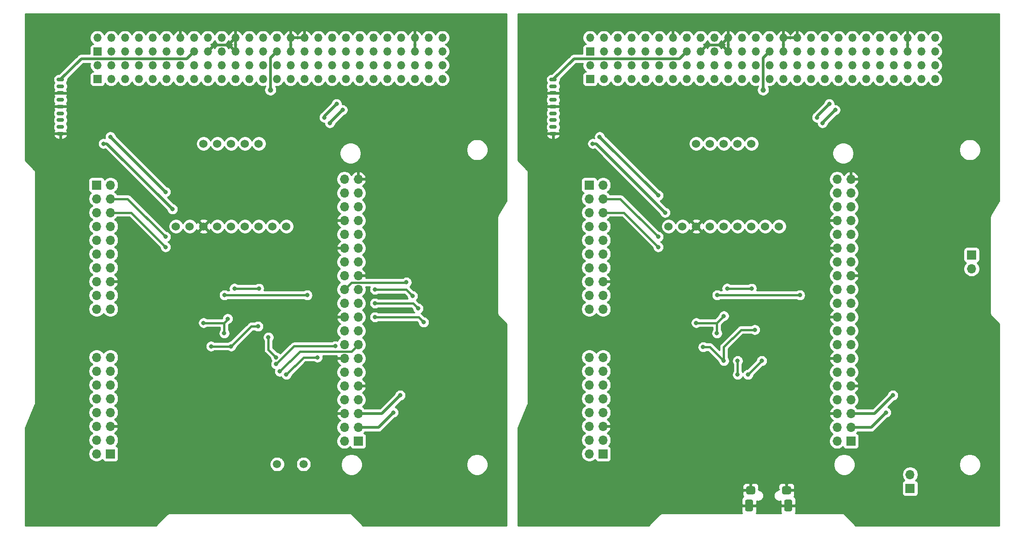
<source format=gbr>
%TF.GenerationSoftware,KiCad,Pcbnew,(5.1.9)-1*%
%TF.CreationDate,2021-10-15T17:24:20-04:00*%
%TF.ProjectId,Combined boards for stencil,436f6d62-696e-4656-9420-626f61726473,rev?*%
%TF.SameCoordinates,Original*%
%TF.FileFunction,Copper,L2,Bot*%
%TF.FilePolarity,Positive*%
%FSLAX46Y46*%
G04 Gerber Fmt 4.6, Leading zero omitted, Abs format (unit mm)*
G04 Created by KiCad (PCBNEW (5.1.9)-1) date 2021-10-15 17:24:20*
%MOMM*%
%LPD*%
G01*
G04 APERTURE LIST*
%TA.AperFunction,ComponentPad*%
%ADD10C,1.500000*%
%TD*%
%TA.AperFunction,ComponentPad*%
%ADD11C,1.524000*%
%TD*%
%TA.AperFunction,ConnectorPad*%
%ADD12C,5.600000*%
%TD*%
%TA.AperFunction,ComponentPad*%
%ADD13C,3.600000*%
%TD*%
%TA.AperFunction,ComponentPad*%
%ADD14O,1.400000X0.700000*%
%TD*%
%TA.AperFunction,ComponentPad*%
%ADD15O,1.700000X1.700000*%
%TD*%
%TA.AperFunction,ComponentPad*%
%ADD16R,1.700000X1.700000*%
%TD*%
%TA.AperFunction,ComponentPad*%
%ADD17O,1.500000X1.500000*%
%TD*%
%TA.AperFunction,ComponentPad*%
%ADD18R,1.500000X1.500000*%
%TD*%
%TA.AperFunction,ViaPad*%
%ADD19C,1.000000*%
%TD*%
%TA.AperFunction,ViaPad*%
%ADD20C,0.800000*%
%TD*%
%TA.AperFunction,Conductor*%
%ADD21C,0.508000*%
%TD*%
%TA.AperFunction,Conductor*%
%ADD22C,0.381000*%
%TD*%
%TA.AperFunction,Conductor*%
%ADD23C,0.254000*%
%TD*%
%TA.AperFunction,Conductor*%
%ADD24C,0.100000*%
%TD*%
G04 APERTURE END LIST*
D10*
%TO.P,Y1,2*%
%TO.N,Net-(C9-Pad1)*%
X114500000Y-139446000D03*
%TO.P,Y1,1*%
%TO.N,Net-(C8-Pad1)*%
X119380000Y-139446000D03*
%TD*%
D11*
%TO.P,U1,14*%
%TO.N,N/C*%
X95885000Y-95631000D03*
%TO.P,U1,13*%
%TO.N,/SW9*%
X98425000Y-95631000D03*
%TO.P,U1,12*%
%TO.N,GND*%
X100965000Y-95631000D03*
%TO.P,U1,11*%
%TO.N,/EPSSCL*%
X103505000Y-95631000D03*
%TO.P,U1,10*%
%TO.N,/EPSSDA*%
X106045000Y-95631000D03*
%TO.P,U1,9*%
%TO.N,N/C*%
X108585000Y-95631000D03*
%TO.P,U1,8*%
X111125000Y-95631000D03*
%TO.P,U1,7*%
X113665000Y-95631000D03*
%TO.P,U1,6*%
X116205000Y-95631000D03*
%TO.P,U1,1*%
X100965000Y-80391000D03*
%TO.P,U1,5*%
X111125000Y-80391000D03*
%TO.P,U1,4*%
X108585000Y-80391000D03*
%TO.P,U1,3*%
X106045000Y-80391000D03*
%TO.P,U1,2*%
X103505000Y-80391000D03*
%TD*%
D12*
%TO.P,M4,1*%
%TO.N,GND*%
X152556000Y-146585000D03*
D13*
X152556000Y-146585000D03*
%TD*%
D12*
%TO.P,M3,1*%
%TO.N,GND*%
X72546000Y-146585000D03*
D13*
X72546000Y-146585000D03*
%TD*%
D12*
%TO.P,M2,1*%
%TO.N,GND*%
X150016000Y-60860000D03*
D13*
X150016000Y-60860000D03*
%TD*%
D12*
%TO.P,M1,1*%
%TO.N,GND*%
X76356000Y-60860000D03*
D13*
X76356000Y-60860000D03*
%TD*%
D14*
%TO.P,J4,9*%
%TO.N,GND*%
X74636000Y-78560000D03*
%TO.P,J4,8*%
%TO.N,/EPSSCL*%
X74636000Y-77310000D03*
%TO.P,J4,7*%
X74636000Y-76060000D03*
%TO.P,J4,6*%
%TO.N,/SW6*%
X74636000Y-74810000D03*
%TO.P,J4,5*%
%TO.N,GND*%
X74636000Y-73560000D03*
%TO.P,J4,4*%
%TO.N,/EPSSDA*%
X74636000Y-72310000D03*
%TO.P,J4,3*%
%TO.N,GND*%
X74636000Y-71060000D03*
%TO.P,J4,2*%
%TO.N,/EPSSDA*%
X74636000Y-69810000D03*
%TO.P,J4,1*%
%TO.N,/SW6*%
X74636000Y-68560000D03*
%TD*%
D15*
%TO.P,J3,20*%
%TO.N,N/C*%
X83820000Y-110871000D03*
%TO.P,J3,19*%
X81280000Y-110871000D03*
%TO.P,J3,18*%
%TO.N,/SW4*%
X83820000Y-108331000D03*
%TO.P,J3,17*%
%TO.N,N/C*%
X81280000Y-108331000D03*
%TO.P,J3,16*%
%TO.N,GND*%
X83820000Y-105791000D03*
%TO.P,J3,15*%
%TO.N,N/C*%
X81280000Y-105791000D03*
%TO.P,J3,14*%
X83820000Y-103251000D03*
%TO.P,J3,13*%
X81280000Y-103251000D03*
%TO.P,J3,12*%
X83820000Y-100711000D03*
%TO.P,J3,11*%
X81280000Y-100711000D03*
%TO.P,J3,10*%
X83820000Y-98171000D03*
%TO.P,J3,9*%
X81280000Y-98171000D03*
%TO.P,J3,8*%
X83820000Y-95631000D03*
%TO.P,J3,7*%
X81280000Y-95631000D03*
%TO.P,J3,6*%
%TO.N,/APRSTX*%
X83820000Y-93091000D03*
%TO.P,J3,5*%
%TO.N,N/C*%
X81280000Y-93091000D03*
%TO.P,J3,4*%
%TO.N,/APRSRX*%
X83820000Y-90551000D03*
%TO.P,J3,3*%
%TO.N,N/C*%
X81280000Y-90551000D03*
%TO.P,J3,2*%
X83820000Y-88011000D03*
D16*
%TO.P,J3,1*%
X81280000Y-88011000D03*
%TD*%
D15*
%TO.P,J2,16*%
%TO.N,N/C*%
X81280000Y-119761000D03*
%TO.P,J2,15*%
X83820000Y-119761000D03*
%TO.P,J2,14*%
X81280000Y-122301000D03*
%TO.P,J2,13*%
%TO.N,/R1IN*%
X83820000Y-122301000D03*
%TO.P,J2,12*%
%TO.N,N/C*%
X81280000Y-124841000D03*
%TO.P,J2,11*%
%TO.N,/T1OUT*%
X83820000Y-124841000D03*
%TO.P,J2,10*%
%TO.N,N/C*%
X81280000Y-127381000D03*
%TO.P,J2,9*%
X83820000Y-127381000D03*
%TO.P,J2,8*%
X81280000Y-129921000D03*
%TO.P,J2,7*%
X83820000Y-129921000D03*
%TO.P,J2,6*%
X81280000Y-132461000D03*
%TO.P,J2,5*%
%TO.N,GND*%
X83820000Y-132461000D03*
%TO.P,J2,4*%
%TO.N,N/C*%
X81280000Y-135001000D03*
%TO.P,J2,3*%
%TO.N,/SW3*%
X83820000Y-135001000D03*
%TO.P,J2,2*%
%TO.N,N/C*%
X81280000Y-137541000D03*
D16*
%TO.P,J2,1*%
X83820000Y-137541000D03*
%TD*%
D15*
%TO.P,J1,40*%
%TO.N,N/C*%
X126886000Y-86935000D03*
%TO.P,J1,39*%
%TO.N,GND*%
X129426000Y-86935000D03*
%TO.P,J1,38*%
%TO.N,N/C*%
X126886000Y-89475000D03*
%TO.P,J1,37*%
X129426000Y-89475000D03*
%TO.P,J1,36*%
X126886000Y-92015000D03*
%TO.P,J1,35*%
X129426000Y-92015000D03*
%TO.P,J1,34*%
%TO.N,GND*%
X126886000Y-94555000D03*
%TO.P,J1,33*%
%TO.N,N/C*%
X129426000Y-94555000D03*
%TO.P,J1,32*%
X126886000Y-97095000D03*
%TO.P,J1,31*%
X129426000Y-97095000D03*
%TO.P,J1,30*%
%TO.N,GND*%
X126886000Y-99635000D03*
%TO.P,J1,29*%
%TO.N,N/C*%
X129426000Y-99635000D03*
%TO.P,J1,28*%
X126886000Y-102175000D03*
%TO.P,J1,27*%
X129426000Y-102175000D03*
%TO.P,J1,26*%
X126886000Y-104715000D03*
%TO.P,J1,25*%
%TO.N,GND*%
X129426000Y-104715000D03*
%TO.P,J1,24*%
%TO.N,/SPICE0*%
X126886000Y-107255000D03*
%TO.P,J1,23*%
%TO.N,/SPISCK*%
X129426000Y-107255000D03*
%TO.P,J1,22*%
%TO.N,N/C*%
X126886000Y-109795000D03*
%TO.P,J1,21*%
%TO.N,/SPIMISO*%
X129426000Y-109795000D03*
%TO.P,J1,20*%
%TO.N,GND*%
X126886000Y-112335000D03*
%TO.P,J1,19*%
%TO.N,/SPIMOSI*%
X129426000Y-112335000D03*
%TO.P,J1,18*%
%TO.N,N/C*%
X126886000Y-114875000D03*
%TO.P,J1,17*%
X129426000Y-114875000D03*
%TO.P,J1,16*%
X126886000Y-117415000D03*
%TO.P,J1,15*%
%TO.N,/RTS*%
X129426000Y-117415000D03*
%TO.P,J1,14*%
%TO.N,GND*%
X126886000Y-119955000D03*
%TO.P,J1,13*%
%TO.N,/CTS*%
X129426000Y-119955000D03*
%TO.P,J1,12*%
%TO.N,N/C*%
X126886000Y-122495000D03*
%TO.P,J1,11*%
X129426000Y-122495000D03*
%TO.P,J1,10*%
%TO.N,/HWRX*%
X126886000Y-125035000D03*
%TO.P,J1,9*%
%TO.N,GND*%
X129426000Y-125035000D03*
%TO.P,J1,8*%
%TO.N,/HWTX*%
X126886000Y-127575000D03*
%TO.P,J1,7*%
%TO.N,N/C*%
X129426000Y-127575000D03*
%TO.P,J1,6*%
%TO.N,GND*%
X126886000Y-130115000D03*
%TO.P,J1,5*%
%TO.N,/EPSSCL*%
X129426000Y-130115000D03*
%TO.P,J1,4*%
%TO.N,+5V*%
X126886000Y-132655000D03*
%TO.P,J1,3*%
%TO.N,/EPSSDA*%
X129426000Y-132655000D03*
%TO.P,J1,2*%
%TO.N,+5V*%
X126886000Y-135195000D03*
D16*
%TO.P,J1,1*%
%TO.N,N/C*%
X129426000Y-135195000D03*
%TD*%
D17*
%TO.P,H2,52*%
%TO.N,N/C*%
X144936000Y-60860000D03*
%TO.P,H2,51*%
X144936000Y-63400000D03*
%TO.P,H2,50*%
X142396000Y-60860000D03*
%TO.P,H2,49*%
X142396000Y-63400000D03*
%TO.P,H2,48*%
%TO.N,GND*%
X139856000Y-60860000D03*
%TO.P,H2,47*%
X139856000Y-63400000D03*
%TO.P,H2,46*%
%TO.N,VBUS*%
X137316000Y-60860000D03*
%TO.P,H2,45*%
X137316000Y-63400000D03*
%TO.P,H2,44*%
%TO.N,/BCR_OUT*%
X134776000Y-60860000D03*
%TO.P,H2,43*%
X134776000Y-63400000D03*
%TO.P,H2,42*%
X132236000Y-60860000D03*
%TO.P,H2,41*%
X132236000Y-63400000D03*
%TO.P,H2,40*%
%TO.N,N/C*%
X129696000Y-60860000D03*
%TO.P,H2,39*%
X129696000Y-63400000D03*
%TO.P,H2,38*%
X127156000Y-60860000D03*
%TO.P,H2,37*%
X127156000Y-63400000D03*
%TO.P,H2,36*%
%TO.N,/PCM_IN*%
X124616000Y-60860000D03*
%TO.P,H2,35*%
X124616000Y-63400000D03*
%TO.P,H2,34*%
%TO.N,N/C*%
X122076000Y-60860000D03*
%TO.P,H2,33*%
X122076000Y-63400000D03*
%TO.P,H2,32*%
%TO.N,GND*%
X119536000Y-60860000D03*
%TO.P,H2,31*%
%TO.N,N/C*%
X119536000Y-63400000D03*
%TO.P,H2,30*%
%TO.N,GND*%
X116996000Y-60860000D03*
%TO.P,H2,29*%
X116996000Y-63400000D03*
%TO.P,H2,28*%
%TO.N,+3V3*%
X114456000Y-60860000D03*
%TO.P,H2,27*%
X114456000Y-63400000D03*
%TO.P,H2,26*%
%TO.N,+5V*%
X111916000Y-60860000D03*
%TO.P,H2,25*%
X111916000Y-63400000D03*
%TO.P,H2,24*%
%TO.N,+12V*%
X109376000Y-60860000D03*
%TO.P,H2,23*%
X109376000Y-63400000D03*
%TO.P,H2,22*%
%TO.N,GND*%
X106836000Y-60860000D03*
%TO.P,H2,21*%
X106836000Y-63400000D03*
%TO.P,H2,20*%
%TO.N,/SW10*%
X104296000Y-60860000D03*
%TO.P,H2,19*%
%TO.N,/SW9*%
X104296000Y-63400000D03*
%TO.P,H2,18*%
%TO.N,/SW8*%
X101756000Y-60860000D03*
%TO.P,H2,17*%
%TO.N,GND*%
X101756000Y-63400000D03*
%TO.P,H2,16*%
%TO.N,N/C*%
X99216000Y-60860000D03*
%TO.P,H2,15*%
%TO.N,/SW6*%
X99216000Y-63400000D03*
%TO.P,H2,14*%
%TO.N,GND*%
X96676000Y-60860000D03*
%TO.P,H2,13*%
%TO.N,N/C*%
X96676000Y-63400000D03*
%TO.P,H2,12*%
%TO.N,/SW4*%
X94136000Y-60860000D03*
%TO.P,H2,11*%
%TO.N,/SW3*%
X94136000Y-63400000D03*
%TO.P,H2,10*%
%TO.N,N/C*%
X91596000Y-60860000D03*
%TO.P,H2,9*%
%TO.N,GND*%
X91596000Y-63400000D03*
%TO.P,H2,8*%
%TO.N,N/C*%
X89056000Y-60860000D03*
%TO.P,H2,7*%
X89056000Y-63400000D03*
%TO.P,H2,6*%
X86516000Y-60860000D03*
%TO.P,H2,5*%
X86516000Y-63400000D03*
%TO.P,H2,4*%
X83976000Y-60860000D03*
%TO.P,H2,3*%
X83976000Y-63400000D03*
%TO.P,H2,2*%
X81436000Y-60860000D03*
D18*
%TO.P,H2,1*%
X81436000Y-63400000D03*
%TD*%
D17*
%TO.P,H1,52*%
%TO.N,N/C*%
X144936000Y-65940000D03*
%TO.P,H1,51*%
X144936000Y-68480000D03*
%TO.P,H1,50*%
X142396000Y-65940000D03*
%TO.P,H1,49*%
X142396000Y-68480000D03*
%TO.P,H1,48*%
X139856000Y-65940000D03*
%TO.P,H1,47*%
X139856000Y-68480000D03*
%TO.P,H1,46*%
X137316000Y-65940000D03*
%TO.P,H1,45*%
X137316000Y-68480000D03*
%TO.P,H1,44*%
X134776000Y-65940000D03*
%TO.P,H1,43*%
%TO.N,/EPSSCL*%
X134776000Y-68480000D03*
%TO.P,H1,42*%
%TO.N,N/C*%
X132236000Y-65940000D03*
%TO.P,H1,41*%
%TO.N,/EPSSDA*%
X132236000Y-68480000D03*
%TO.P,H1,40*%
%TO.N,N/C*%
X129696000Y-65940000D03*
%TO.P,H1,39*%
X129696000Y-68480000D03*
%TO.P,H1,38*%
X127156000Y-65940000D03*
%TO.P,H1,37*%
X127156000Y-68480000D03*
%TO.P,H1,36*%
X124616000Y-65940000D03*
%TO.P,H1,35*%
X124616000Y-68480000D03*
%TO.P,H1,34*%
X122076000Y-65940000D03*
%TO.P,H1,33*%
X122076000Y-68480000D03*
%TO.P,H1,32*%
X119536000Y-65940000D03*
%TO.P,H1,31*%
X119536000Y-68480000D03*
%TO.P,H1,30*%
X116996000Y-65940000D03*
%TO.P,H1,29*%
X116996000Y-68480000D03*
%TO.P,H1,28*%
X114456000Y-65940000D03*
%TO.P,H1,27*%
X114456000Y-68480000D03*
%TO.P,H1,26*%
X111916000Y-65940000D03*
%TO.P,H1,25*%
X111916000Y-68480000D03*
%TO.P,H1,24*%
X109376000Y-65940000D03*
%TO.P,H1,23*%
X109376000Y-68480000D03*
%TO.P,H1,22*%
X106836000Y-65940000D03*
%TO.P,H1,21*%
X106836000Y-68480000D03*
%TO.P,H1,20*%
X104296000Y-65940000D03*
%TO.P,H1,19*%
X104296000Y-68480000D03*
%TO.P,H1,18*%
X101756000Y-65940000D03*
%TO.P,H1,17*%
X101756000Y-68480000D03*
%TO.P,H1,16*%
X99216000Y-65940000D03*
%TO.P,H1,15*%
X99216000Y-68480000D03*
%TO.P,H1,14*%
X96676000Y-65940000D03*
%TO.P,H1,13*%
X96676000Y-68480000D03*
%TO.P,H1,12*%
X94136000Y-65940000D03*
%TO.P,H1,11*%
X94136000Y-68480000D03*
%TO.P,H1,10*%
X91596000Y-65940000D03*
%TO.P,H1,9*%
X91596000Y-68480000D03*
%TO.P,H1,8*%
X89056000Y-65940000D03*
%TO.P,H1,7*%
X89056000Y-68480000D03*
%TO.P,H1,6*%
X86516000Y-65940000D03*
%TO.P,H1,5*%
X86516000Y-68480000D03*
%TO.P,H1,4*%
X83976000Y-65940000D03*
%TO.P,H1,3*%
X83976000Y-68480000D03*
%TO.P,H1,2*%
X81436000Y-65940000D03*
D18*
%TO.P,H1,1*%
X81436000Y-68480000D03*
%TD*%
D15*
%TO.P,J8,2*%
%TO.N,/D-*%
X242329000Y-103445000D03*
D16*
%TO.P,J8,1*%
%TO.N,/D+*%
X242329000Y-100905000D03*
%TD*%
D11*
%TO.P,U1,14*%
%TO.N,N/C*%
X186563000Y-95631000D03*
%TO.P,U1,13*%
%TO.N,/SW9*%
X189103000Y-95631000D03*
%TO.P,U1,12*%
%TO.N,GND*%
X191643000Y-95631000D03*
%TO.P,U1,11*%
%TO.N,/EPSSCL*%
X194183000Y-95631000D03*
%TO.P,U1,10*%
%TO.N,/EPSSDA*%
X196723000Y-95631000D03*
%TO.P,U1,9*%
%TO.N,N/C*%
X199263000Y-95631000D03*
%TO.P,U1,8*%
X201803000Y-95631000D03*
%TO.P,U1,7*%
X204343000Y-95631000D03*
%TO.P,U1,6*%
X206883000Y-95631000D03*
%TO.P,U1,1*%
X191643000Y-80391000D03*
%TO.P,U1,5*%
X201803000Y-80391000D03*
%TO.P,U1,4*%
X199263000Y-80391000D03*
%TO.P,U1,3*%
X196723000Y-80391000D03*
%TO.P,U1,2*%
X194183000Y-80391000D03*
%TD*%
%TO.P,J6,6*%
%TO.N,GND*%
%TA.AperFunction,ComponentPad*%
G36*
G01*
X202128000Y-146341000D02*
X202128000Y-147791000D01*
G75*
G02*
X201753000Y-148166000I-375000J0D01*
G01*
X201003000Y-148166000D01*
G75*
G02*
X200628000Y-147791000I0J375000D01*
G01*
X200628000Y-146341000D01*
G75*
G02*
X201003000Y-145966000I375000J0D01*
G01*
X201753000Y-145966000D01*
G75*
G02*
X202128000Y-146341000I0J-375000D01*
G01*
G37*
%TD.AperFunction*%
%TA.AperFunction,ComponentPad*%
G36*
G01*
X209328000Y-146341000D02*
X209328000Y-147791000D01*
G75*
G02*
X208953000Y-148166000I-375000J0D01*
G01*
X208203000Y-148166000D01*
G75*
G02*
X207828000Y-147791000I0J375000D01*
G01*
X207828000Y-146341000D01*
G75*
G02*
X208203000Y-145966000I375000J0D01*
G01*
X208953000Y-145966000D01*
G75*
G02*
X209328000Y-146341000I0J-375000D01*
G01*
G37*
%TD.AperFunction*%
%TA.AperFunction,ComponentPad*%
G36*
G01*
X209128000Y-143891000D02*
X209128000Y-144641000D01*
G75*
G02*
X208753000Y-145016000I-375000J0D01*
G01*
X207803000Y-145016000D01*
G75*
G02*
X207428000Y-144641000I0J375000D01*
G01*
X207428000Y-143891000D01*
G75*
G02*
X207803000Y-143516000I375000J0D01*
G01*
X208753000Y-143516000D01*
G75*
G02*
X209128000Y-143891000I0J-375000D01*
G01*
G37*
%TD.AperFunction*%
%TA.AperFunction,ComponentPad*%
G36*
G01*
X202528000Y-143891000D02*
X202528000Y-144641000D01*
G75*
G02*
X202153000Y-145016000I-375000J0D01*
G01*
X201203000Y-145016000D01*
G75*
G02*
X200828000Y-144641000I0J375000D01*
G01*
X200828000Y-143891000D01*
G75*
G02*
X201203000Y-143516000I375000J0D01*
G01*
X202153000Y-143516000D01*
G75*
G02*
X202528000Y-143891000I0J-375000D01*
G01*
G37*
%TD.AperFunction*%
%TD*%
D12*
%TO.P,M4,1*%
%TO.N,GND*%
X243234000Y-146585000D03*
D13*
X243234000Y-146585000D03*
%TD*%
D12*
%TO.P,M3,1*%
%TO.N,GND*%
X163224000Y-146585000D03*
D13*
X163224000Y-146585000D03*
%TD*%
D12*
%TO.P,M2,1*%
%TO.N,GND*%
X240694000Y-60860000D03*
D13*
X240694000Y-60860000D03*
%TD*%
D12*
%TO.P,M1,1*%
%TO.N,GND*%
X167034000Y-60860000D03*
D13*
X167034000Y-60860000D03*
%TD*%
D15*
%TO.P,J7,2*%
%TO.N,/D-*%
X231013000Y-141351000D03*
D16*
%TO.P,J7,1*%
%TO.N,/D+*%
X231013000Y-143891000D03*
%TD*%
D14*
%TO.P,J4,9*%
%TO.N,GND*%
X165314000Y-78560000D03*
%TO.P,J4,8*%
%TO.N,/EPSSCL*%
X165314000Y-77310000D03*
%TO.P,J4,7*%
X165314000Y-76060000D03*
%TO.P,J4,6*%
%TO.N,/SW6*%
X165314000Y-74810000D03*
%TO.P,J4,5*%
%TO.N,GND*%
X165314000Y-73560000D03*
%TO.P,J4,4*%
%TO.N,/EPSSDA*%
X165314000Y-72310000D03*
%TO.P,J4,3*%
%TO.N,GND*%
X165314000Y-71060000D03*
%TO.P,J4,2*%
%TO.N,/EPSSDA*%
X165314000Y-69810000D03*
%TO.P,J4,1*%
%TO.N,/SW6*%
X165314000Y-68560000D03*
%TD*%
D15*
%TO.P,J3,20*%
%TO.N,N/C*%
X174498000Y-110871000D03*
%TO.P,J3,19*%
X171958000Y-110871000D03*
%TO.P,J3,18*%
%TO.N,/SW4*%
X174498000Y-108331000D03*
%TO.P,J3,17*%
%TO.N,N/C*%
X171958000Y-108331000D03*
%TO.P,J3,16*%
%TO.N,GND*%
X174498000Y-105791000D03*
%TO.P,J3,15*%
%TO.N,N/C*%
X171958000Y-105791000D03*
%TO.P,J3,14*%
X174498000Y-103251000D03*
%TO.P,J3,13*%
X171958000Y-103251000D03*
%TO.P,J3,12*%
X174498000Y-100711000D03*
%TO.P,J3,11*%
X171958000Y-100711000D03*
%TO.P,J3,10*%
X174498000Y-98171000D03*
%TO.P,J3,9*%
X171958000Y-98171000D03*
%TO.P,J3,8*%
X174498000Y-95631000D03*
%TO.P,J3,7*%
X171958000Y-95631000D03*
%TO.P,J3,6*%
%TO.N,/APRSTX*%
X174498000Y-93091000D03*
%TO.P,J3,5*%
%TO.N,N/C*%
X171958000Y-93091000D03*
%TO.P,J3,4*%
%TO.N,/APRSRX*%
X174498000Y-90551000D03*
%TO.P,J3,3*%
%TO.N,N/C*%
X171958000Y-90551000D03*
%TO.P,J3,2*%
X174498000Y-88011000D03*
D16*
%TO.P,J3,1*%
X171958000Y-88011000D03*
%TD*%
D15*
%TO.P,J2,16*%
%TO.N,N/C*%
X171958000Y-119761000D03*
%TO.P,J2,15*%
X174498000Y-119761000D03*
%TO.P,J2,14*%
X171958000Y-122301000D03*
%TO.P,J2,13*%
%TO.N,/R1IN*%
X174498000Y-122301000D03*
%TO.P,J2,12*%
%TO.N,N/C*%
X171958000Y-124841000D03*
%TO.P,J2,11*%
%TO.N,/T1OUT*%
X174498000Y-124841000D03*
%TO.P,J2,10*%
%TO.N,N/C*%
X171958000Y-127381000D03*
%TO.P,J2,9*%
X174498000Y-127381000D03*
%TO.P,J2,8*%
X171958000Y-129921000D03*
%TO.P,J2,7*%
X174498000Y-129921000D03*
%TO.P,J2,6*%
X171958000Y-132461000D03*
%TO.P,J2,5*%
%TO.N,GND*%
X174498000Y-132461000D03*
%TO.P,J2,4*%
%TO.N,N/C*%
X171958000Y-135001000D03*
%TO.P,J2,3*%
%TO.N,/SW3*%
X174498000Y-135001000D03*
%TO.P,J2,2*%
%TO.N,N/C*%
X171958000Y-137541000D03*
D16*
%TO.P,J2,1*%
X174498000Y-137541000D03*
%TD*%
D15*
%TO.P,J1,40*%
%TO.N,N/C*%
X217564000Y-86935000D03*
%TO.P,J1,39*%
%TO.N,GND*%
X220104000Y-86935000D03*
%TO.P,J1,38*%
%TO.N,N/C*%
X217564000Y-89475000D03*
%TO.P,J1,37*%
X220104000Y-89475000D03*
%TO.P,J1,36*%
X217564000Y-92015000D03*
%TO.P,J1,35*%
X220104000Y-92015000D03*
%TO.P,J1,34*%
%TO.N,GND*%
X217564000Y-94555000D03*
%TO.P,J1,33*%
%TO.N,N/C*%
X220104000Y-94555000D03*
%TO.P,J1,32*%
X217564000Y-97095000D03*
%TO.P,J1,31*%
X220104000Y-97095000D03*
%TO.P,J1,30*%
%TO.N,GND*%
X217564000Y-99635000D03*
%TO.P,J1,29*%
%TO.N,N/C*%
X220104000Y-99635000D03*
%TO.P,J1,28*%
X217564000Y-102175000D03*
%TO.P,J1,27*%
X220104000Y-102175000D03*
%TO.P,J1,26*%
X217564000Y-104715000D03*
%TO.P,J1,25*%
%TO.N,GND*%
X220104000Y-104715000D03*
%TO.P,J1,24*%
%TO.N,N/C*%
X217564000Y-107255000D03*
%TO.P,J1,23*%
X220104000Y-107255000D03*
%TO.P,J1,22*%
X217564000Y-109795000D03*
%TO.P,J1,21*%
X220104000Y-109795000D03*
%TO.P,J1,20*%
%TO.N,GND*%
X217564000Y-112335000D03*
%TO.P,J1,19*%
%TO.N,N/C*%
X220104000Y-112335000D03*
%TO.P,J1,18*%
X217564000Y-114875000D03*
%TO.P,J1,17*%
X220104000Y-114875000D03*
%TO.P,J1,16*%
X217564000Y-117415000D03*
%TO.P,J1,15*%
X220104000Y-117415000D03*
%TO.P,J1,14*%
%TO.N,GND*%
X217564000Y-119955000D03*
%TO.P,J1,13*%
%TO.N,N/C*%
X220104000Y-119955000D03*
%TO.P,J1,12*%
X217564000Y-122495000D03*
%TO.P,J1,11*%
X220104000Y-122495000D03*
%TO.P,J1,10*%
%TO.N,/HWRX*%
X217564000Y-125035000D03*
%TO.P,J1,9*%
%TO.N,GND*%
X220104000Y-125035000D03*
%TO.P,J1,8*%
%TO.N,/HWTX*%
X217564000Y-127575000D03*
%TO.P,J1,7*%
%TO.N,N/C*%
X220104000Y-127575000D03*
%TO.P,J1,6*%
%TO.N,GND*%
X217564000Y-130115000D03*
%TO.P,J1,5*%
%TO.N,/EPSSCL*%
X220104000Y-130115000D03*
%TO.P,J1,4*%
%TO.N,+5V*%
X217564000Y-132655000D03*
%TO.P,J1,3*%
%TO.N,/EPSSDA*%
X220104000Y-132655000D03*
%TO.P,J1,2*%
%TO.N,+5V*%
X217564000Y-135195000D03*
D16*
%TO.P,J1,1*%
%TO.N,N/C*%
X220104000Y-135195000D03*
%TD*%
D17*
%TO.P,H2,52*%
%TO.N,N/C*%
X235614000Y-60860000D03*
%TO.P,H2,51*%
X235614000Y-63400000D03*
%TO.P,H2,50*%
X233074000Y-60860000D03*
%TO.P,H2,49*%
X233074000Y-63400000D03*
%TO.P,H2,48*%
%TO.N,GND*%
X230534000Y-60860000D03*
%TO.P,H2,47*%
X230534000Y-63400000D03*
%TO.P,H2,46*%
%TO.N,VBUS*%
X227994000Y-60860000D03*
%TO.P,H2,45*%
X227994000Y-63400000D03*
%TO.P,H2,44*%
%TO.N,/BCR_OUT*%
X225454000Y-60860000D03*
%TO.P,H2,43*%
X225454000Y-63400000D03*
%TO.P,H2,42*%
X222914000Y-60860000D03*
%TO.P,H2,41*%
X222914000Y-63400000D03*
%TO.P,H2,40*%
%TO.N,N/C*%
X220374000Y-60860000D03*
%TO.P,H2,39*%
X220374000Y-63400000D03*
%TO.P,H2,38*%
X217834000Y-60860000D03*
%TO.P,H2,37*%
X217834000Y-63400000D03*
%TO.P,H2,36*%
%TO.N,/PCM_IN*%
X215294000Y-60860000D03*
%TO.P,H2,35*%
X215294000Y-63400000D03*
%TO.P,H2,34*%
%TO.N,N/C*%
X212754000Y-60860000D03*
%TO.P,H2,33*%
X212754000Y-63400000D03*
%TO.P,H2,32*%
%TO.N,GND*%
X210214000Y-60860000D03*
%TO.P,H2,31*%
%TO.N,N/C*%
X210214000Y-63400000D03*
%TO.P,H2,30*%
%TO.N,GND*%
X207674000Y-60860000D03*
%TO.P,H2,29*%
X207674000Y-63400000D03*
%TO.P,H2,28*%
%TO.N,+3V3*%
X205134000Y-60860000D03*
%TO.P,H2,27*%
X205134000Y-63400000D03*
%TO.P,H2,26*%
%TO.N,+5V*%
X202594000Y-60860000D03*
%TO.P,H2,25*%
X202594000Y-63400000D03*
%TO.P,H2,24*%
%TO.N,+12V*%
X200054000Y-60860000D03*
%TO.P,H2,23*%
X200054000Y-63400000D03*
%TO.P,H2,22*%
%TO.N,GND*%
X197514000Y-60860000D03*
%TO.P,H2,21*%
X197514000Y-63400000D03*
%TO.P,H2,20*%
%TO.N,/SW10*%
X194974000Y-60860000D03*
%TO.P,H2,19*%
%TO.N,/SW9*%
X194974000Y-63400000D03*
%TO.P,H2,18*%
%TO.N,/SW8*%
X192434000Y-60860000D03*
%TO.P,H2,17*%
%TO.N,GND*%
X192434000Y-63400000D03*
%TO.P,H2,16*%
%TO.N,N/C*%
X189894000Y-60860000D03*
%TO.P,H2,15*%
%TO.N,/SW6*%
X189894000Y-63400000D03*
%TO.P,H2,14*%
%TO.N,GND*%
X187354000Y-60860000D03*
%TO.P,H2,13*%
%TO.N,N/C*%
X187354000Y-63400000D03*
%TO.P,H2,12*%
%TO.N,/SW4*%
X184814000Y-60860000D03*
%TO.P,H2,11*%
%TO.N,/SW3*%
X184814000Y-63400000D03*
%TO.P,H2,10*%
%TO.N,N/C*%
X182274000Y-60860000D03*
%TO.P,H2,9*%
%TO.N,GND*%
X182274000Y-63400000D03*
%TO.P,H2,8*%
%TO.N,N/C*%
X179734000Y-60860000D03*
%TO.P,H2,7*%
X179734000Y-63400000D03*
%TO.P,H2,6*%
X177194000Y-60860000D03*
%TO.P,H2,5*%
X177194000Y-63400000D03*
%TO.P,H2,4*%
X174654000Y-60860000D03*
%TO.P,H2,3*%
X174654000Y-63400000D03*
%TO.P,H2,2*%
X172114000Y-60860000D03*
D18*
%TO.P,H2,1*%
X172114000Y-63400000D03*
%TD*%
D17*
%TO.P,H1,52*%
%TO.N,N/C*%
X235614000Y-65940000D03*
%TO.P,H1,51*%
X235614000Y-68480000D03*
%TO.P,H1,50*%
X233074000Y-65940000D03*
%TO.P,H1,49*%
X233074000Y-68480000D03*
%TO.P,H1,48*%
X230534000Y-65940000D03*
%TO.P,H1,47*%
X230534000Y-68480000D03*
%TO.P,H1,46*%
X227994000Y-65940000D03*
%TO.P,H1,45*%
X227994000Y-68480000D03*
%TO.P,H1,44*%
X225454000Y-65940000D03*
%TO.P,H1,43*%
%TO.N,/EPSSCL*%
X225454000Y-68480000D03*
%TO.P,H1,42*%
%TO.N,N/C*%
X222914000Y-65940000D03*
%TO.P,H1,41*%
%TO.N,/EPSSDA*%
X222914000Y-68480000D03*
%TO.P,H1,40*%
%TO.N,N/C*%
X220374000Y-65940000D03*
%TO.P,H1,39*%
X220374000Y-68480000D03*
%TO.P,H1,38*%
X217834000Y-65940000D03*
%TO.P,H1,37*%
X217834000Y-68480000D03*
%TO.P,H1,36*%
X215294000Y-65940000D03*
%TO.P,H1,35*%
X215294000Y-68480000D03*
%TO.P,H1,34*%
X212754000Y-65940000D03*
%TO.P,H1,33*%
X212754000Y-68480000D03*
%TO.P,H1,32*%
X210214000Y-65940000D03*
%TO.P,H1,31*%
X210214000Y-68480000D03*
%TO.P,H1,30*%
X207674000Y-65940000D03*
%TO.P,H1,29*%
X207674000Y-68480000D03*
%TO.P,H1,28*%
X205134000Y-65940000D03*
%TO.P,H1,27*%
X205134000Y-68480000D03*
%TO.P,H1,26*%
X202594000Y-65940000D03*
%TO.P,H1,25*%
X202594000Y-68480000D03*
%TO.P,H1,24*%
X200054000Y-65940000D03*
%TO.P,H1,23*%
X200054000Y-68480000D03*
%TO.P,H1,22*%
X197514000Y-65940000D03*
%TO.P,H1,21*%
X197514000Y-68480000D03*
%TO.P,H1,20*%
X194974000Y-65940000D03*
%TO.P,H1,19*%
X194974000Y-68480000D03*
%TO.P,H1,18*%
X192434000Y-65940000D03*
%TO.P,H1,17*%
X192434000Y-68480000D03*
%TO.P,H1,16*%
X189894000Y-65940000D03*
%TO.P,H1,15*%
X189894000Y-68480000D03*
%TO.P,H1,14*%
X187354000Y-65940000D03*
%TO.P,H1,13*%
X187354000Y-68480000D03*
%TO.P,H1,12*%
X184814000Y-65940000D03*
%TO.P,H1,11*%
X184814000Y-68480000D03*
%TO.P,H1,10*%
X182274000Y-65940000D03*
%TO.P,H1,9*%
X182274000Y-68480000D03*
%TO.P,H1,8*%
X179734000Y-65940000D03*
%TO.P,H1,7*%
X179734000Y-68480000D03*
%TO.P,H1,6*%
X177194000Y-65940000D03*
%TO.P,H1,5*%
X177194000Y-68480000D03*
%TO.P,H1,4*%
X174654000Y-65940000D03*
%TO.P,H1,3*%
X174654000Y-68480000D03*
%TO.P,H1,2*%
X172114000Y-65940000D03*
D18*
%TO.P,H1,1*%
X172114000Y-68480000D03*
%TD*%
D19*
%TO.N,GND*%
X75565000Y-115316000D03*
X80010000Y-115316000D03*
X93345000Y-122936000D03*
X102870000Y-129286000D03*
X100965000Y-122936000D03*
X91440000Y-138811000D03*
X114300000Y-111506000D03*
X114300000Y-106426000D03*
D20*
X114935000Y-131826000D03*
X113030000Y-135636000D03*
X121129490Y-129921000D03*
D19*
X112395000Y-142621000D03*
X121920000Y-142621000D03*
X132715000Y-140081000D03*
X137795000Y-144526000D03*
D20*
X99949000Y-71247000D03*
X94869000Y-71120000D03*
X84836000Y-71120000D03*
X117221000Y-71374000D03*
D19*
X111760000Y-121666000D03*
X166878000Y-115316000D03*
X170688000Y-115316000D03*
X184023000Y-122936000D03*
X193548000Y-129286000D03*
X191643000Y-122936000D03*
X182118000Y-138811000D03*
X212598000Y-111506000D03*
X204978000Y-111506000D03*
X204978000Y-106426000D03*
X238252000Y-140081000D03*
X235458000Y-133731000D03*
X206248000Y-135636010D03*
X209423000Y-125476000D03*
D20*
X208153000Y-71501000D03*
X190373000Y-71501000D03*
X186563000Y-71501000D03*
X174498000Y-71501000D03*
D19*
X210693000Y-132461000D03*
X199263000Y-133731006D03*
D20*
%TO.N,/EPSSCL*%
X137160004Y-126746000D03*
X95250001Y-92455999D03*
X125444877Y-73056123D03*
X123189946Y-75565000D03*
X82550020Y-80391000D03*
X227838004Y-126746000D03*
X216122877Y-73056123D03*
X213867946Y-75565000D03*
X185927994Y-93091000D03*
X172592980Y-80391000D03*
%TO.N,/EPSSDA*%
X135890000Y-129921002D03*
X126552377Y-74163623D03*
X124206000Y-76581012D03*
X93980000Y-89281014D03*
X83820000Y-79121000D03*
X226568000Y-129921002D03*
X217230377Y-74163623D03*
X214884000Y-76581012D03*
X184658000Y-89916012D03*
X173863000Y-79121000D03*
D19*
%TO.N,+3V3*%
X113283995Y-70484996D03*
X203961995Y-70484996D03*
D20*
%TO.N,/R1OUT*%
X104775000Y-115316000D03*
X100965000Y-113411000D03*
X105410000Y-112649000D03*
X195453000Y-115316000D03*
X196723000Y-112141000D03*
X191643000Y-113411000D03*
%TO.N,/T1IN*%
X106045014Y-117728992D03*
X102362004Y-117729000D03*
X110998000Y-114046000D03*
X196723000Y-120396000D03*
X202438048Y-114681000D03*
X192913000Y-117856000D03*
%TO.N,/APRSTX*%
X120045000Y-108301000D03*
X104805000Y-108301000D03*
X93979986Y-99441000D03*
X210723000Y-108301000D03*
X195483000Y-108301000D03*
X184657986Y-99441000D03*
%TO.N,/APRSRX*%
X111155000Y-107091008D03*
X106650000Y-107061000D03*
X93979992Y-97536000D03*
X201833000Y-107091008D03*
X197328000Y-107061000D03*
X184657992Y-97536000D03*
%TO.N,/SPIUARTTX*%
X121920000Y-119761000D03*
X116205000Y-122936012D03*
%TO.N,/SPIUARTRX*%
X112912000Y-116069000D03*
X114299994Y-119761000D03*
%TO.N,/SPICE0*%
X138303000Y-105918000D03*
%TO.N,/SPISCK*%
X132521000Y-107255000D03*
X139446000Y-108458000D03*
%TO.N,/SPIMISO*%
X132521000Y-109795000D03*
X140462000Y-110744000D03*
%TO.N,/SPIMOSI*%
X132521000Y-112335000D03*
X141478000Y-113283990D03*
%TO.N,/RTS*%
X115007115Y-122373115D03*
%TO.N,/CTS*%
X114300000Y-121022396D03*
X125250510Y-117700490D03*
%TO.N,/USBUARTTX*%
X203708000Y-120396000D03*
X201168018Y-122936000D03*
%TO.N,/USBUARTRX*%
X199263026Y-120396000D03*
X199263000Y-122936000D03*
%TD*%
D21*
%TO.N,GND*%
X102960001Y-62195999D02*
X101756000Y-63400000D01*
X105500001Y-62195999D02*
X102960001Y-62195999D01*
X106836000Y-60860000D02*
X105500001Y-62195999D01*
X105631999Y-62195999D02*
X105500001Y-62195999D01*
X106836000Y-63400000D02*
X105631999Y-62195999D01*
X193638001Y-62195999D02*
X192434000Y-63400000D01*
X196178001Y-62195999D02*
X193638001Y-62195999D01*
X197514000Y-60860000D02*
X196178001Y-62195999D01*
X196309999Y-62195999D02*
X196178001Y-62195999D01*
X197514000Y-63400000D02*
X196309999Y-62195999D01*
%TO.N,/EPSSCL*%
X129426000Y-130115000D02*
X133791004Y-130115000D01*
X133791004Y-130115000D02*
X137160004Y-126746000D01*
X125444877Y-73056123D02*
X123189946Y-75311054D01*
X123189946Y-75311054D02*
X123189946Y-75565000D01*
X83185002Y-80391000D02*
X82550020Y-80391000D01*
X95250001Y-92455999D02*
X83185002Y-80391000D01*
X220104000Y-130115000D02*
X224469004Y-130115000D01*
X224469004Y-130115000D02*
X227838004Y-126746000D01*
X216122877Y-73056123D02*
X213867946Y-75311054D01*
X213867946Y-75311054D02*
X213867946Y-75565000D01*
X185927994Y-93091000D02*
X173227994Y-80391000D01*
X173227994Y-80391000D02*
X172592980Y-80391000D01*
%TO.N,/EPSSDA*%
X129426000Y-132655000D02*
X133156002Y-132655000D01*
X133156002Y-132655000D02*
X135890000Y-129921002D01*
X126552377Y-74163623D02*
X124206000Y-76510000D01*
X124206000Y-76510000D02*
X124206000Y-76581012D01*
X83820000Y-79121014D02*
X83820000Y-79121000D01*
X93980000Y-89281014D02*
X83820000Y-79121014D01*
X220104000Y-132655000D02*
X223834002Y-132655000D01*
X223834002Y-132655000D02*
X226568000Y-129921002D01*
X217230377Y-74163623D02*
X214884000Y-76510000D01*
X214884000Y-76510000D02*
X214884000Y-76581012D01*
X173863000Y-79121012D02*
X173863000Y-79121000D01*
X184658000Y-89916012D02*
X173863000Y-79121012D01*
%TO.N,+3V3*%
X114456000Y-63400000D02*
X113251999Y-64604001D01*
X113251999Y-64604001D02*
X113251999Y-70453000D01*
X113251999Y-70453000D02*
X113283995Y-70484996D01*
X205134000Y-63400000D02*
X203929999Y-64604001D01*
X203929999Y-64604001D02*
X203929999Y-70453000D01*
X203929999Y-70453000D02*
X203961995Y-70484996D01*
%TO.N,/SW6*%
X78460001Y-64735999D02*
X74636000Y-68560000D01*
X97880001Y-64735999D02*
X78460001Y-64735999D01*
X99216000Y-63400000D02*
X97880001Y-64735999D01*
X169138001Y-64735999D02*
X165314000Y-68560000D01*
X188558001Y-64735999D02*
X169138001Y-64735999D01*
X189894000Y-63400000D02*
X188558001Y-64735999D01*
D22*
%TO.N,/R1OUT*%
X104775000Y-115316000D02*
X104775000Y-113411000D01*
X104775000Y-113411000D02*
X100965000Y-113411000D01*
X100965000Y-113411000D02*
X100965000Y-113411000D01*
X104775000Y-113411000D02*
X105410000Y-112776000D01*
X105410000Y-112776000D02*
X105410000Y-112649000D01*
X195453000Y-115316000D02*
X195453000Y-113411000D01*
X195453000Y-113411000D02*
X196723000Y-112141000D01*
X196723000Y-112141000D02*
X196723000Y-112141000D01*
X195453000Y-113411000D02*
X191643000Y-113411000D01*
X191643000Y-113411000D02*
X191643000Y-113411000D01*
%TO.N,/T1IN*%
X106045014Y-117728992D02*
X102362012Y-117728992D01*
X102362012Y-117728992D02*
X102362004Y-117729000D01*
X106045014Y-117728992D02*
X109728006Y-114046000D01*
X109728006Y-114046000D02*
X110998000Y-114046000D01*
X199898000Y-114681000D02*
X202438048Y-114681000D01*
X196723000Y-117856000D02*
X199898000Y-114681000D01*
X196723000Y-120396000D02*
X196723000Y-117856000D01*
X196723000Y-120396000D02*
X194183000Y-117856000D01*
X194183000Y-117856000D02*
X192913000Y-117856000D01*
%TO.N,/APRSTX*%
X120045000Y-108301000D02*
X104805000Y-108301000D01*
X104805000Y-108301000D02*
X104805000Y-108301000D01*
X83820000Y-93091000D02*
X87629986Y-93091000D01*
X87629986Y-93091000D02*
X93979986Y-99441000D01*
X210723000Y-108301000D02*
X195483000Y-108301000D01*
X195483000Y-108301000D02*
X195483000Y-108301000D01*
X174498000Y-93091000D02*
X178307986Y-93091000D01*
X178307986Y-93091000D02*
X184657986Y-99441000D01*
%TO.N,/APRSRX*%
X111155000Y-107091008D02*
X106680008Y-107091008D01*
X106680008Y-107091008D02*
X106650000Y-107061000D01*
X86994992Y-90551000D02*
X93979992Y-97536000D01*
X83820000Y-90551000D02*
X86994992Y-90551000D01*
X201833000Y-107091008D02*
X197358008Y-107091008D01*
X197358008Y-107091008D02*
X197328000Y-107061000D01*
X177672992Y-90551000D02*
X184657992Y-97536000D01*
X174498000Y-90551000D02*
X177672992Y-90551000D01*
%TO.N,/SPIUARTTX*%
X116205000Y-122936000D02*
X116205000Y-122936012D01*
X119380000Y-119761000D02*
X116205000Y-122936000D01*
X121920000Y-119761000D02*
X119380000Y-119761000D01*
%TO.N,/SPIUARTRX*%
X112912000Y-118373006D02*
X114299994Y-119761000D01*
X112912000Y-116069000D02*
X112912000Y-118373006D01*
%TO.N,/SPICE0*%
X138265499Y-105955501D02*
X138303000Y-105918000D01*
X128185499Y-105955501D02*
X138265499Y-105955501D01*
X126886000Y-107255000D02*
X128185499Y-105955501D01*
%TO.N,/SPISCK*%
X138243000Y-107255000D02*
X139446000Y-108458000D01*
X132521000Y-107255000D02*
X138243000Y-107255000D01*
%TO.N,/SPIMISO*%
X132521000Y-109795000D02*
X139513000Y-109795000D01*
X139513000Y-109795000D02*
X140462000Y-110744000D01*
%TO.N,/SPIMOSI*%
X141477990Y-113283990D02*
X141478000Y-113283990D01*
X140529000Y-112335000D02*
X141477990Y-113283990D01*
X132521000Y-112335000D02*
X140529000Y-112335000D01*
%TO.N,/RTS*%
X129426000Y-117415000D02*
X128185499Y-118655501D01*
X128185499Y-118655501D02*
X118724729Y-118655501D01*
X118724729Y-118655501D02*
X115007115Y-122373115D01*
%TO.N,/CTS*%
X114300000Y-121022396D02*
X117621906Y-117700490D01*
X117621906Y-117700490D02*
X125250510Y-117700490D01*
%TO.N,/USBUARTTX*%
X203708000Y-120396000D02*
X201168018Y-122935982D01*
X201168018Y-122935982D02*
X201168018Y-122936000D01*
%TO.N,/USBUARTRX*%
X199263026Y-122935974D02*
X199263000Y-122936000D01*
X199263026Y-120396000D02*
X199263026Y-122935974D01*
%TD*%
D23*
%TO.N,GND*%
X156718000Y-90952191D02*
X155190023Y-93498821D01*
X155179576Y-93511550D01*
X155156649Y-93554443D01*
X155148376Y-93568232D01*
X155141363Y-93583042D01*
X155118291Y-93626207D01*
X155113599Y-93641674D01*
X155106677Y-93656292D01*
X155094760Y-93703777D01*
X155080551Y-93750617D01*
X155078966Y-93766711D01*
X155075031Y-93782390D01*
X155072607Y-93831278D01*
X155071001Y-93847581D01*
X155071001Y-93863658D01*
X155068592Y-93912237D01*
X155071001Y-93928529D01*
X155071000Y-111627591D01*
X155067808Y-111660000D01*
X155071000Y-111692409D01*
X155071000Y-111692418D01*
X155080550Y-111789382D01*
X155097441Y-111845063D01*
X155118290Y-111913792D01*
X155179575Y-112028450D01*
X155207486Y-112062459D01*
X155262052Y-112128948D01*
X155287236Y-112149616D01*
X156718000Y-113580381D01*
X156718000Y-150749000D01*
X130348381Y-150749000D01*
X128600862Y-149001481D01*
X150319124Y-149001481D01*
X150631308Y-149450177D01*
X151227259Y-149770612D01*
X151874273Y-149968626D01*
X152547484Y-150036610D01*
X153221023Y-149971949D01*
X153869006Y-149777130D01*
X154466530Y-149459639D01*
X154480692Y-149450177D01*
X154792876Y-149001481D01*
X152556000Y-146764605D01*
X150319124Y-149001481D01*
X128600862Y-149001481D01*
X128280616Y-148681236D01*
X128259948Y-148656052D01*
X128159450Y-148573575D01*
X128044793Y-148512290D01*
X127920383Y-148474550D01*
X127823419Y-148465000D01*
X127823409Y-148465000D01*
X127791000Y-148461808D01*
X127758591Y-148465000D01*
X94803408Y-148465000D01*
X94770999Y-148461808D01*
X94738590Y-148465000D01*
X94738581Y-148465000D01*
X94641617Y-148474550D01*
X94517207Y-148512290D01*
X94402550Y-148573575D01*
X94302052Y-148656052D01*
X94281388Y-148681231D01*
X92213620Y-150749000D01*
X68126000Y-150749000D01*
X68126000Y-149001481D01*
X70309124Y-149001481D01*
X70621308Y-149450177D01*
X71217259Y-149770612D01*
X71864273Y-149968626D01*
X72537484Y-150036610D01*
X73211023Y-149971949D01*
X73859006Y-149777130D01*
X74456530Y-149459639D01*
X74470692Y-149450177D01*
X74782876Y-149001481D01*
X72546000Y-146764605D01*
X70309124Y-149001481D01*
X68126000Y-149001481D01*
X68126000Y-146576484D01*
X69094390Y-146576484D01*
X69159051Y-147250023D01*
X69353870Y-147898006D01*
X69671361Y-148495530D01*
X69680823Y-148509692D01*
X70129519Y-148821876D01*
X72366395Y-146585000D01*
X72725605Y-146585000D01*
X74962481Y-148821876D01*
X75411177Y-148509692D01*
X75731612Y-147913741D01*
X75929626Y-147266727D01*
X75997610Y-146593516D01*
X75995975Y-146576484D01*
X149104390Y-146576484D01*
X149169051Y-147250023D01*
X149363870Y-147898006D01*
X149681361Y-148495530D01*
X149690823Y-148509692D01*
X150139519Y-148821876D01*
X152376395Y-146585000D01*
X152735605Y-146585000D01*
X154972481Y-148821876D01*
X155421177Y-148509692D01*
X155741612Y-147913741D01*
X155939626Y-147266727D01*
X156007610Y-146593516D01*
X155942949Y-145919977D01*
X155748130Y-145271994D01*
X155430639Y-144674470D01*
X155421177Y-144660308D01*
X154972481Y-144348124D01*
X152735605Y-146585000D01*
X152376395Y-146585000D01*
X150139519Y-144348124D01*
X149690823Y-144660308D01*
X149370388Y-145256259D01*
X149172374Y-145903273D01*
X149104390Y-146576484D01*
X75995975Y-146576484D01*
X75932949Y-145919977D01*
X75738130Y-145271994D01*
X75420639Y-144674470D01*
X75411177Y-144660308D01*
X74962481Y-144348124D01*
X72725605Y-146585000D01*
X72366395Y-146585000D01*
X70129519Y-144348124D01*
X69680823Y-144660308D01*
X69360388Y-145256259D01*
X69162374Y-145903273D01*
X69094390Y-146576484D01*
X68126000Y-146576484D01*
X68126000Y-144168519D01*
X70309124Y-144168519D01*
X72546000Y-146405395D01*
X74782876Y-144168519D01*
X150319124Y-144168519D01*
X152556000Y-146405395D01*
X154792876Y-144168519D01*
X154480692Y-143719823D01*
X153884741Y-143399388D01*
X153237727Y-143201374D01*
X152564516Y-143133390D01*
X151890977Y-143198051D01*
X151242994Y-143392870D01*
X150645470Y-143710361D01*
X150631308Y-143719823D01*
X150319124Y-144168519D01*
X74782876Y-144168519D01*
X74470692Y-143719823D01*
X73874741Y-143399388D01*
X73227727Y-143201374D01*
X72554516Y-143133390D01*
X71880977Y-143198051D01*
X71232994Y-143392870D01*
X70635470Y-143710361D01*
X70621308Y-143719823D01*
X70309124Y-144168519D01*
X68126000Y-144168519D01*
X68126000Y-139309589D01*
X113115000Y-139309589D01*
X113115000Y-139582411D01*
X113168225Y-139849989D01*
X113272629Y-140102043D01*
X113424201Y-140328886D01*
X113617114Y-140521799D01*
X113843957Y-140673371D01*
X114096011Y-140777775D01*
X114363589Y-140831000D01*
X114636411Y-140831000D01*
X114903989Y-140777775D01*
X115156043Y-140673371D01*
X115382886Y-140521799D01*
X115575799Y-140328886D01*
X115727371Y-140102043D01*
X115831775Y-139849989D01*
X115885000Y-139582411D01*
X115885000Y-139309589D01*
X117995000Y-139309589D01*
X117995000Y-139582411D01*
X118048225Y-139849989D01*
X118152629Y-140102043D01*
X118304201Y-140328886D01*
X118497114Y-140521799D01*
X118723957Y-140673371D01*
X118976011Y-140777775D01*
X119243589Y-140831000D01*
X119516411Y-140831000D01*
X119783989Y-140777775D01*
X120036043Y-140673371D01*
X120262886Y-140521799D01*
X120455799Y-140328886D01*
X120607371Y-140102043D01*
X120711775Y-139849989D01*
X120765000Y-139582411D01*
X120765000Y-139334495D01*
X126219000Y-139334495D01*
X126219000Y-139725505D01*
X126295282Y-140109003D01*
X126444915Y-140470250D01*
X126662149Y-140795364D01*
X126938636Y-141071851D01*
X127263750Y-141289085D01*
X127624997Y-141438718D01*
X128008495Y-141515000D01*
X128399505Y-141515000D01*
X128783003Y-141438718D01*
X129144250Y-141289085D01*
X129469364Y-141071851D01*
X129745851Y-140795364D01*
X129963085Y-140470250D01*
X130112718Y-140109003D01*
X130189000Y-139725505D01*
X130189000Y-139334495D01*
X149346000Y-139334495D01*
X149346000Y-139725505D01*
X149422282Y-140109003D01*
X149571915Y-140470250D01*
X149789149Y-140795364D01*
X150065636Y-141071851D01*
X150390750Y-141289085D01*
X150751997Y-141438718D01*
X151135495Y-141515000D01*
X151526505Y-141515000D01*
X151910003Y-141438718D01*
X152271250Y-141289085D01*
X152596364Y-141071851D01*
X152872851Y-140795364D01*
X153090085Y-140470250D01*
X153239718Y-140109003D01*
X153316000Y-139725505D01*
X153316000Y-139334495D01*
X153239718Y-138950997D01*
X153090085Y-138589750D01*
X152872851Y-138264636D01*
X152596364Y-137988149D01*
X152271250Y-137770915D01*
X151910003Y-137621282D01*
X151526505Y-137545000D01*
X151135495Y-137545000D01*
X150751997Y-137621282D01*
X150390750Y-137770915D01*
X150065636Y-137988149D01*
X149789149Y-138264636D01*
X149571915Y-138589750D01*
X149422282Y-138950997D01*
X149346000Y-139334495D01*
X130189000Y-139334495D01*
X130112718Y-138950997D01*
X129963085Y-138589750D01*
X129745851Y-138264636D01*
X129469364Y-137988149D01*
X129144250Y-137770915D01*
X128783003Y-137621282D01*
X128399505Y-137545000D01*
X128008495Y-137545000D01*
X127624997Y-137621282D01*
X127263750Y-137770915D01*
X126938636Y-137988149D01*
X126662149Y-138264636D01*
X126444915Y-138589750D01*
X126295282Y-138950997D01*
X126219000Y-139334495D01*
X120765000Y-139334495D01*
X120765000Y-139309589D01*
X120711775Y-139042011D01*
X120607371Y-138789957D01*
X120455799Y-138563114D01*
X120262886Y-138370201D01*
X120036043Y-138218629D01*
X119783989Y-138114225D01*
X119516411Y-138061000D01*
X119243589Y-138061000D01*
X118976011Y-138114225D01*
X118723957Y-138218629D01*
X118497114Y-138370201D01*
X118304201Y-138563114D01*
X118152629Y-138789957D01*
X118048225Y-139042011D01*
X117995000Y-139309589D01*
X115885000Y-139309589D01*
X115831775Y-139042011D01*
X115727371Y-138789957D01*
X115575799Y-138563114D01*
X115382886Y-138370201D01*
X115156043Y-138218629D01*
X114903989Y-138114225D01*
X114636411Y-138061000D01*
X114363589Y-138061000D01*
X114096011Y-138114225D01*
X113843957Y-138218629D01*
X113617114Y-138370201D01*
X113424201Y-138563114D01*
X113272629Y-138789957D01*
X113168225Y-139042011D01*
X113115000Y-139309589D01*
X68126000Y-139309589D01*
X68126000Y-132750469D01*
X69966454Y-128456077D01*
X69983710Y-128423793D01*
X70001414Y-128365432D01*
X70019824Y-128307303D01*
X70020271Y-128303270D01*
X70021450Y-128299383D01*
X70027431Y-128238657D01*
X70034143Y-128178086D01*
X70031000Y-128141620D01*
X70031000Y-119614740D01*
X79795000Y-119614740D01*
X79795000Y-119907260D01*
X79852068Y-120194158D01*
X79964010Y-120464411D01*
X80126525Y-120707632D01*
X80333368Y-120914475D01*
X80507760Y-121031000D01*
X80333368Y-121147525D01*
X80126525Y-121354368D01*
X79964010Y-121597589D01*
X79852068Y-121867842D01*
X79795000Y-122154740D01*
X79795000Y-122447260D01*
X79852068Y-122734158D01*
X79964010Y-123004411D01*
X80126525Y-123247632D01*
X80333368Y-123454475D01*
X80507760Y-123571000D01*
X80333368Y-123687525D01*
X80126525Y-123894368D01*
X79964010Y-124137589D01*
X79852068Y-124407842D01*
X79795000Y-124694740D01*
X79795000Y-124987260D01*
X79852068Y-125274158D01*
X79964010Y-125544411D01*
X80126525Y-125787632D01*
X80333368Y-125994475D01*
X80507760Y-126111000D01*
X80333368Y-126227525D01*
X80126525Y-126434368D01*
X79964010Y-126677589D01*
X79852068Y-126947842D01*
X79795000Y-127234740D01*
X79795000Y-127527260D01*
X79852068Y-127814158D01*
X79964010Y-128084411D01*
X80126525Y-128327632D01*
X80333368Y-128534475D01*
X80507760Y-128651000D01*
X80333368Y-128767525D01*
X80126525Y-128974368D01*
X79964010Y-129217589D01*
X79852068Y-129487842D01*
X79795000Y-129774740D01*
X79795000Y-130067260D01*
X79852068Y-130354158D01*
X79964010Y-130624411D01*
X80126525Y-130867632D01*
X80333368Y-131074475D01*
X80507760Y-131191000D01*
X80333368Y-131307525D01*
X80126525Y-131514368D01*
X79964010Y-131757589D01*
X79852068Y-132027842D01*
X79795000Y-132314740D01*
X79795000Y-132607260D01*
X79852068Y-132894158D01*
X79964010Y-133164411D01*
X80126525Y-133407632D01*
X80333368Y-133614475D01*
X80507760Y-133731000D01*
X80333368Y-133847525D01*
X80126525Y-134054368D01*
X79964010Y-134297589D01*
X79852068Y-134567842D01*
X79795000Y-134854740D01*
X79795000Y-135147260D01*
X79852068Y-135434158D01*
X79964010Y-135704411D01*
X80126525Y-135947632D01*
X80333368Y-136154475D01*
X80507760Y-136271000D01*
X80333368Y-136387525D01*
X80126525Y-136594368D01*
X79964010Y-136837589D01*
X79852068Y-137107842D01*
X79795000Y-137394740D01*
X79795000Y-137687260D01*
X79852068Y-137974158D01*
X79964010Y-138244411D01*
X80126525Y-138487632D01*
X80333368Y-138694475D01*
X80576589Y-138856990D01*
X80846842Y-138968932D01*
X81133740Y-139026000D01*
X81426260Y-139026000D01*
X81713158Y-138968932D01*
X81983411Y-138856990D01*
X82226632Y-138694475D01*
X82358487Y-138562620D01*
X82380498Y-138635180D01*
X82439463Y-138745494D01*
X82518815Y-138842185D01*
X82615506Y-138921537D01*
X82725820Y-138980502D01*
X82845518Y-139016812D01*
X82970000Y-139029072D01*
X84670000Y-139029072D01*
X84794482Y-139016812D01*
X84914180Y-138980502D01*
X85024494Y-138921537D01*
X85121185Y-138842185D01*
X85200537Y-138745494D01*
X85259502Y-138635180D01*
X85295812Y-138515482D01*
X85308072Y-138391000D01*
X85308072Y-136691000D01*
X85295812Y-136566518D01*
X85259502Y-136446820D01*
X85200537Y-136336506D01*
X85121185Y-136239815D01*
X85024494Y-136160463D01*
X84914180Y-136101498D01*
X84841620Y-136079487D01*
X84973475Y-135947632D01*
X85135990Y-135704411D01*
X85247932Y-135434158D01*
X85305000Y-135147260D01*
X85305000Y-134854740D01*
X85247932Y-134567842D01*
X85135990Y-134297589D01*
X84973475Y-134054368D01*
X84766632Y-133847525D01*
X84584466Y-133725805D01*
X84701355Y-133656178D01*
X84917588Y-133461269D01*
X85091641Y-133227920D01*
X85216825Y-132965099D01*
X85261476Y-132817890D01*
X85140155Y-132588000D01*
X83947000Y-132588000D01*
X83947000Y-132608000D01*
X83693000Y-132608000D01*
X83693000Y-132588000D01*
X83673000Y-132588000D01*
X83673000Y-132334000D01*
X83693000Y-132334000D01*
X83693000Y-132314000D01*
X83947000Y-132314000D01*
X83947000Y-132334000D01*
X85140155Y-132334000D01*
X85261476Y-132104110D01*
X85216825Y-131956901D01*
X85091641Y-131694080D01*
X84917588Y-131460731D01*
X84701355Y-131265822D01*
X84584466Y-131196195D01*
X84766632Y-131074475D01*
X84973475Y-130867632D01*
X85135990Y-130624411D01*
X85247932Y-130354158D01*
X85305000Y-130067260D01*
X85305000Y-129774740D01*
X85247932Y-129487842D01*
X85135990Y-129217589D01*
X84973475Y-128974368D01*
X84766632Y-128767525D01*
X84592240Y-128651000D01*
X84766632Y-128534475D01*
X84973475Y-128327632D01*
X85135990Y-128084411D01*
X85247932Y-127814158D01*
X85305000Y-127527260D01*
X85305000Y-127234740D01*
X85247932Y-126947842D01*
X85135990Y-126677589D01*
X84973475Y-126434368D01*
X84766632Y-126227525D01*
X84592240Y-126111000D01*
X84766632Y-125994475D01*
X84973475Y-125787632D01*
X85135990Y-125544411D01*
X85247932Y-125274158D01*
X85305000Y-124987260D01*
X85305000Y-124694740D01*
X85247932Y-124407842D01*
X85135990Y-124137589D01*
X84973475Y-123894368D01*
X84766632Y-123687525D01*
X84592240Y-123571000D01*
X84766632Y-123454475D01*
X84973475Y-123247632D01*
X85135990Y-123004411D01*
X85247932Y-122734158D01*
X85305000Y-122447260D01*
X85305000Y-122154740D01*
X85247932Y-121867842D01*
X85135990Y-121597589D01*
X84973475Y-121354368D01*
X84766632Y-121147525D01*
X84592240Y-121031000D01*
X84766632Y-120914475D01*
X84973475Y-120707632D01*
X85135990Y-120464411D01*
X85247932Y-120194158D01*
X85305000Y-119907260D01*
X85305000Y-119614740D01*
X85247932Y-119327842D01*
X85135990Y-119057589D01*
X84973475Y-118814368D01*
X84766632Y-118607525D01*
X84523411Y-118445010D01*
X84253158Y-118333068D01*
X83966260Y-118276000D01*
X83673740Y-118276000D01*
X83386842Y-118333068D01*
X83116589Y-118445010D01*
X82873368Y-118607525D01*
X82666525Y-118814368D01*
X82550000Y-118988760D01*
X82433475Y-118814368D01*
X82226632Y-118607525D01*
X81983411Y-118445010D01*
X81713158Y-118333068D01*
X81426260Y-118276000D01*
X81133740Y-118276000D01*
X80846842Y-118333068D01*
X80576589Y-118445010D01*
X80333368Y-118607525D01*
X80126525Y-118814368D01*
X79964010Y-119057589D01*
X79852068Y-119327842D01*
X79795000Y-119614740D01*
X70031000Y-119614740D01*
X70031000Y-117627061D01*
X101327004Y-117627061D01*
X101327004Y-117830939D01*
X101366778Y-118030898D01*
X101444799Y-118219256D01*
X101558067Y-118388774D01*
X101702230Y-118532937D01*
X101871748Y-118646205D01*
X102060106Y-118724226D01*
X102260065Y-118764000D01*
X102463943Y-118764000D01*
X102663902Y-118724226D01*
X102852260Y-118646205D01*
X102989519Y-118554492D01*
X105417511Y-118554492D01*
X105554758Y-118646197D01*
X105743116Y-118724218D01*
X105943075Y-118763992D01*
X106146953Y-118763992D01*
X106346912Y-118724218D01*
X106535270Y-118646197D01*
X106704788Y-118532929D01*
X106848951Y-118388766D01*
X106962219Y-118219248D01*
X107040240Y-118030890D01*
X107072443Y-117868996D01*
X108974378Y-115967061D01*
X111877000Y-115967061D01*
X111877000Y-116170939D01*
X111916774Y-116370898D01*
X111994795Y-116559256D01*
X112086500Y-116696503D01*
X112086501Y-118332446D01*
X112082506Y-118373006D01*
X112098445Y-118534832D01*
X112145647Y-118690439D01*
X112222301Y-118833848D01*
X112276591Y-118900000D01*
X112325460Y-118959547D01*
X112356961Y-118985399D01*
X113272566Y-119901004D01*
X113304768Y-120062898D01*
X113382789Y-120251256D01*
X113476632Y-120391702D01*
X113382795Y-120532140D01*
X113304774Y-120720498D01*
X113265000Y-120920457D01*
X113265000Y-121124335D01*
X113304774Y-121324294D01*
X113382795Y-121512652D01*
X113496063Y-121682170D01*
X113640226Y-121826333D01*
X113809744Y-121939601D01*
X113998102Y-122017622D01*
X114031350Y-122024235D01*
X114011889Y-122071217D01*
X113972115Y-122271176D01*
X113972115Y-122475054D01*
X114011889Y-122675013D01*
X114089910Y-122863371D01*
X114203178Y-123032889D01*
X114347341Y-123177052D01*
X114516859Y-123290320D01*
X114705217Y-123368341D01*
X114905176Y-123408115D01*
X115109054Y-123408115D01*
X115267242Y-123376650D01*
X115287795Y-123426268D01*
X115401063Y-123595786D01*
X115545226Y-123739949D01*
X115714744Y-123853217D01*
X115903102Y-123931238D01*
X116103061Y-123971012D01*
X116306939Y-123971012D01*
X116506898Y-123931238D01*
X116695256Y-123853217D01*
X116864774Y-123739949D01*
X117008937Y-123595786D01*
X117122205Y-123426268D01*
X117200226Y-123237910D01*
X117232432Y-123076001D01*
X119721933Y-120586500D01*
X121292497Y-120586500D01*
X121429744Y-120678205D01*
X121618102Y-120756226D01*
X121818061Y-120796000D01*
X122021939Y-120796000D01*
X122221898Y-120756226D01*
X122410256Y-120678205D01*
X122579774Y-120564937D01*
X122723937Y-120420774D01*
X122837205Y-120251256D01*
X122915226Y-120062898D01*
X122955000Y-119862939D01*
X122955000Y-119659061D01*
X122919582Y-119481001D01*
X125480045Y-119481001D01*
X125444524Y-119598110D01*
X125565845Y-119828000D01*
X126759000Y-119828000D01*
X126759000Y-119808000D01*
X127013000Y-119808000D01*
X127013000Y-119828000D01*
X127033000Y-119828000D01*
X127033000Y-120082000D01*
X127013000Y-120082000D01*
X127013000Y-120102000D01*
X126759000Y-120102000D01*
X126759000Y-120082000D01*
X125565845Y-120082000D01*
X125444524Y-120311890D01*
X125489175Y-120459099D01*
X125614359Y-120721920D01*
X125788412Y-120955269D01*
X126004645Y-121150178D01*
X126121534Y-121219805D01*
X125939368Y-121341525D01*
X125732525Y-121548368D01*
X125570010Y-121791589D01*
X125458068Y-122061842D01*
X125401000Y-122348740D01*
X125401000Y-122641260D01*
X125458068Y-122928158D01*
X125570010Y-123198411D01*
X125732525Y-123441632D01*
X125939368Y-123648475D01*
X126113760Y-123765000D01*
X125939368Y-123881525D01*
X125732525Y-124088368D01*
X125570010Y-124331589D01*
X125458068Y-124601842D01*
X125401000Y-124888740D01*
X125401000Y-125181260D01*
X125458068Y-125468158D01*
X125570010Y-125738411D01*
X125732525Y-125981632D01*
X125939368Y-126188475D01*
X126113760Y-126305000D01*
X125939368Y-126421525D01*
X125732525Y-126628368D01*
X125570010Y-126871589D01*
X125458068Y-127141842D01*
X125401000Y-127428740D01*
X125401000Y-127721260D01*
X125458068Y-128008158D01*
X125570010Y-128278411D01*
X125732525Y-128521632D01*
X125939368Y-128728475D01*
X126121534Y-128850195D01*
X126004645Y-128919822D01*
X125788412Y-129114731D01*
X125614359Y-129348080D01*
X125489175Y-129610901D01*
X125444524Y-129758110D01*
X125565845Y-129988000D01*
X126759000Y-129988000D01*
X126759000Y-129968000D01*
X127013000Y-129968000D01*
X127013000Y-129988000D01*
X127033000Y-129988000D01*
X127033000Y-130242000D01*
X127013000Y-130242000D01*
X127013000Y-130262000D01*
X126759000Y-130262000D01*
X126759000Y-130242000D01*
X125565845Y-130242000D01*
X125444524Y-130471890D01*
X125489175Y-130619099D01*
X125614359Y-130881920D01*
X125788412Y-131115269D01*
X126004645Y-131310178D01*
X126121534Y-131379805D01*
X125939368Y-131501525D01*
X125732525Y-131708368D01*
X125570010Y-131951589D01*
X125458068Y-132221842D01*
X125401000Y-132508740D01*
X125401000Y-132801260D01*
X125458068Y-133088158D01*
X125570010Y-133358411D01*
X125732525Y-133601632D01*
X125939368Y-133808475D01*
X126113760Y-133925000D01*
X125939368Y-134041525D01*
X125732525Y-134248368D01*
X125570010Y-134491589D01*
X125458068Y-134761842D01*
X125401000Y-135048740D01*
X125401000Y-135341260D01*
X125458068Y-135628158D01*
X125570010Y-135898411D01*
X125732525Y-136141632D01*
X125939368Y-136348475D01*
X126182589Y-136510990D01*
X126452842Y-136622932D01*
X126739740Y-136680000D01*
X127032260Y-136680000D01*
X127319158Y-136622932D01*
X127589411Y-136510990D01*
X127832632Y-136348475D01*
X127964487Y-136216620D01*
X127986498Y-136289180D01*
X128045463Y-136399494D01*
X128124815Y-136496185D01*
X128221506Y-136575537D01*
X128331820Y-136634502D01*
X128451518Y-136670812D01*
X128576000Y-136683072D01*
X130276000Y-136683072D01*
X130400482Y-136670812D01*
X130520180Y-136634502D01*
X130630494Y-136575537D01*
X130727185Y-136496185D01*
X130806537Y-136399494D01*
X130865502Y-136289180D01*
X130901812Y-136169482D01*
X130914072Y-136045000D01*
X130914072Y-134345000D01*
X130901812Y-134220518D01*
X130865502Y-134100820D01*
X130806537Y-133990506D01*
X130727185Y-133893815D01*
X130630494Y-133814463D01*
X130520180Y-133755498D01*
X130447620Y-133733487D01*
X130579475Y-133601632D01*
X130617983Y-133544000D01*
X133112342Y-133544000D01*
X133156002Y-133548300D01*
X133199662Y-133544000D01*
X133199669Y-133544000D01*
X133330276Y-133531136D01*
X133497853Y-133480303D01*
X133652293Y-133397753D01*
X133787661Y-133286659D01*
X133815501Y-133252736D01*
X136142106Y-130926132D01*
X136191898Y-130916228D01*
X136380256Y-130838207D01*
X136549774Y-130724939D01*
X136693937Y-130580776D01*
X136807205Y-130411258D01*
X136885226Y-130222900D01*
X136925000Y-130022941D01*
X136925000Y-129819063D01*
X136885226Y-129619104D01*
X136807205Y-129430746D01*
X136693937Y-129261228D01*
X136549774Y-129117065D01*
X136380256Y-129003797D01*
X136224118Y-128939122D01*
X137412110Y-127751130D01*
X137461902Y-127741226D01*
X137650260Y-127663205D01*
X137819778Y-127549937D01*
X137963941Y-127405774D01*
X138077209Y-127236256D01*
X138155230Y-127047898D01*
X138195004Y-126847939D01*
X138195004Y-126644061D01*
X138155230Y-126444102D01*
X138077209Y-126255744D01*
X137963941Y-126086226D01*
X137819778Y-125942063D01*
X137650260Y-125828795D01*
X137461902Y-125750774D01*
X137261943Y-125711000D01*
X137058065Y-125711000D01*
X136858106Y-125750774D01*
X136669748Y-125828795D01*
X136500230Y-125942063D01*
X136356067Y-126086226D01*
X136242799Y-126255744D01*
X136164778Y-126444102D01*
X136154874Y-126493894D01*
X133422769Y-129226000D01*
X130617983Y-129226000D01*
X130579475Y-129168368D01*
X130372632Y-128961525D01*
X130198240Y-128845000D01*
X130372632Y-128728475D01*
X130579475Y-128521632D01*
X130741990Y-128278411D01*
X130853932Y-128008158D01*
X130911000Y-127721260D01*
X130911000Y-127428740D01*
X130853932Y-127141842D01*
X130741990Y-126871589D01*
X130579475Y-126628368D01*
X130372632Y-126421525D01*
X130190466Y-126299805D01*
X130307355Y-126230178D01*
X130523588Y-126035269D01*
X130697641Y-125801920D01*
X130822825Y-125539099D01*
X130867476Y-125391890D01*
X130746155Y-125162000D01*
X129553000Y-125162000D01*
X129553000Y-125182000D01*
X129299000Y-125182000D01*
X129299000Y-125162000D01*
X129279000Y-125162000D01*
X129279000Y-124908000D01*
X129299000Y-124908000D01*
X129299000Y-124888000D01*
X129553000Y-124888000D01*
X129553000Y-124908000D01*
X130746155Y-124908000D01*
X130867476Y-124678110D01*
X130822825Y-124530901D01*
X130697641Y-124268080D01*
X130523588Y-124034731D01*
X130307355Y-123839822D01*
X130190466Y-123770195D01*
X130372632Y-123648475D01*
X130579475Y-123441632D01*
X130741990Y-123198411D01*
X130853932Y-122928158D01*
X130911000Y-122641260D01*
X130911000Y-122348740D01*
X130853932Y-122061842D01*
X130741990Y-121791589D01*
X130579475Y-121548368D01*
X130372632Y-121341525D01*
X130198240Y-121225000D01*
X130372632Y-121108475D01*
X130579475Y-120901632D01*
X130741990Y-120658411D01*
X130853932Y-120388158D01*
X130911000Y-120101260D01*
X130911000Y-119808740D01*
X130853932Y-119521842D01*
X130741990Y-119251589D01*
X130579475Y-119008368D01*
X130372632Y-118801525D01*
X130198240Y-118685000D01*
X130372632Y-118568475D01*
X130579475Y-118361632D01*
X130741990Y-118118411D01*
X130853932Y-117848158D01*
X130911000Y-117561260D01*
X130911000Y-117268740D01*
X130853932Y-116981842D01*
X130741990Y-116711589D01*
X130579475Y-116468368D01*
X130372632Y-116261525D01*
X130198240Y-116145000D01*
X130372632Y-116028475D01*
X130579475Y-115821632D01*
X130741990Y-115578411D01*
X130853932Y-115308158D01*
X130911000Y-115021260D01*
X130911000Y-114728740D01*
X130853932Y-114441842D01*
X130741990Y-114171589D01*
X130579475Y-113928368D01*
X130372632Y-113721525D01*
X130198240Y-113605000D01*
X130372632Y-113488475D01*
X130579475Y-113281632D01*
X130741990Y-113038411D01*
X130853932Y-112768158D01*
X130911000Y-112481260D01*
X130911000Y-112188740D01*
X130853932Y-111901842D01*
X130741990Y-111631589D01*
X130579475Y-111388368D01*
X130372632Y-111181525D01*
X130198240Y-111065000D01*
X130372632Y-110948475D01*
X130579475Y-110741632D01*
X130741990Y-110498411D01*
X130853932Y-110228158D01*
X130911000Y-109941260D01*
X130911000Y-109648740D01*
X130853932Y-109361842D01*
X130741990Y-109091589D01*
X130579475Y-108848368D01*
X130372632Y-108641525D01*
X130198240Y-108525000D01*
X130372632Y-108408475D01*
X130579475Y-108201632D01*
X130741990Y-107958411D01*
X130853932Y-107688158D01*
X130911000Y-107401260D01*
X130911000Y-107108740D01*
X130853932Y-106821842D01*
X130837015Y-106781001D01*
X131597061Y-106781001D01*
X131525774Y-106953102D01*
X131486000Y-107153061D01*
X131486000Y-107356939D01*
X131525774Y-107556898D01*
X131603795Y-107745256D01*
X131717063Y-107914774D01*
X131861226Y-108058937D01*
X132030744Y-108172205D01*
X132219102Y-108250226D01*
X132419061Y-108290000D01*
X132622939Y-108290000D01*
X132822898Y-108250226D01*
X133011256Y-108172205D01*
X133148503Y-108080500D01*
X137901068Y-108080500D01*
X138418572Y-108598005D01*
X138450774Y-108759898D01*
X138528795Y-108948256D01*
X138542990Y-108969500D01*
X133148503Y-108969500D01*
X133011256Y-108877795D01*
X132822898Y-108799774D01*
X132622939Y-108760000D01*
X132419061Y-108760000D01*
X132219102Y-108799774D01*
X132030744Y-108877795D01*
X131861226Y-108991063D01*
X131717063Y-109135226D01*
X131603795Y-109304744D01*
X131525774Y-109493102D01*
X131486000Y-109693061D01*
X131486000Y-109896939D01*
X131525774Y-110096898D01*
X131603795Y-110285256D01*
X131717063Y-110454774D01*
X131861226Y-110598937D01*
X132030744Y-110712205D01*
X132219102Y-110790226D01*
X132419061Y-110830000D01*
X132622939Y-110830000D01*
X132822898Y-110790226D01*
X133011256Y-110712205D01*
X133148503Y-110620500D01*
X139171067Y-110620500D01*
X139434572Y-110884005D01*
X139466774Y-111045898D01*
X139544795Y-111234256D01*
X139658063Y-111403774D01*
X139763789Y-111509500D01*
X133148503Y-111509500D01*
X133011256Y-111417795D01*
X132822898Y-111339774D01*
X132622939Y-111300000D01*
X132419061Y-111300000D01*
X132219102Y-111339774D01*
X132030744Y-111417795D01*
X131861226Y-111531063D01*
X131717063Y-111675226D01*
X131603795Y-111844744D01*
X131525774Y-112033102D01*
X131486000Y-112233061D01*
X131486000Y-112436939D01*
X131525774Y-112636898D01*
X131603795Y-112825256D01*
X131717063Y-112994774D01*
X131861226Y-113138937D01*
X132030744Y-113252205D01*
X132219102Y-113330226D01*
X132419061Y-113370000D01*
X132622939Y-113370000D01*
X132822898Y-113330226D01*
X133011256Y-113252205D01*
X133148503Y-113160500D01*
X140187067Y-113160500D01*
X140450574Y-113424007D01*
X140482774Y-113585888D01*
X140560795Y-113774246D01*
X140674063Y-113943764D01*
X140818226Y-114087927D01*
X140987744Y-114201195D01*
X141176102Y-114279216D01*
X141376061Y-114318990D01*
X141579939Y-114318990D01*
X141779898Y-114279216D01*
X141968256Y-114201195D01*
X142137774Y-114087927D01*
X142281937Y-113943764D01*
X142395205Y-113774246D01*
X142473226Y-113585888D01*
X142513000Y-113385929D01*
X142513000Y-113182051D01*
X142473226Y-112982092D01*
X142395205Y-112793734D01*
X142281937Y-112624216D01*
X142137774Y-112480053D01*
X141968256Y-112366785D01*
X141779898Y-112288764D01*
X141617992Y-112256559D01*
X141141397Y-111779965D01*
X141115541Y-111748459D01*
X140989842Y-111645301D01*
X140982184Y-111641208D01*
X141121774Y-111547937D01*
X141265937Y-111403774D01*
X141379205Y-111234256D01*
X141457226Y-111045898D01*
X141497000Y-110845939D01*
X141497000Y-110642061D01*
X141457226Y-110442102D01*
X141379205Y-110253744D01*
X141265937Y-110084226D01*
X141121774Y-109940063D01*
X140952256Y-109826795D01*
X140763898Y-109748774D01*
X140602005Y-109716572D01*
X140126572Y-109241139D01*
X140249937Y-109117774D01*
X140363205Y-108948256D01*
X140441226Y-108759898D01*
X140481000Y-108559939D01*
X140481000Y-108356061D01*
X140441226Y-108156102D01*
X140363205Y-107967744D01*
X140249937Y-107798226D01*
X140105774Y-107654063D01*
X139936256Y-107540795D01*
X139747898Y-107462774D01*
X139586005Y-107430572D01*
X138911577Y-106756145D01*
X138962774Y-106721937D01*
X139106937Y-106577774D01*
X139220205Y-106408256D01*
X139298226Y-106219898D01*
X139338000Y-106019939D01*
X139338000Y-105816061D01*
X139298226Y-105616102D01*
X139220205Y-105427744D01*
X139106937Y-105258226D01*
X138962774Y-105114063D01*
X138793256Y-105000795D01*
X138604898Y-104922774D01*
X138404939Y-104883000D01*
X138201061Y-104883000D01*
X138001102Y-104922774D01*
X137812744Y-105000795D01*
X137643226Y-105114063D01*
X137627288Y-105130001D01*
X130849850Y-105130001D01*
X130867476Y-105071890D01*
X130746155Y-104842000D01*
X129553000Y-104842000D01*
X129553000Y-104862000D01*
X129299000Y-104862000D01*
X129299000Y-104842000D01*
X129279000Y-104842000D01*
X129279000Y-104588000D01*
X129299000Y-104588000D01*
X129299000Y-104568000D01*
X129553000Y-104568000D01*
X129553000Y-104588000D01*
X130746155Y-104588000D01*
X130867476Y-104358110D01*
X130822825Y-104210901D01*
X130697641Y-103948080D01*
X130523588Y-103714731D01*
X130307355Y-103519822D01*
X130190466Y-103450195D01*
X130372632Y-103328475D01*
X130579475Y-103121632D01*
X130741990Y-102878411D01*
X130853932Y-102608158D01*
X130911000Y-102321260D01*
X130911000Y-102028740D01*
X130853932Y-101741842D01*
X130741990Y-101471589D01*
X130579475Y-101228368D01*
X130372632Y-101021525D01*
X130198240Y-100905000D01*
X130372632Y-100788475D01*
X130579475Y-100581632D01*
X130741990Y-100338411D01*
X130853932Y-100068158D01*
X130911000Y-99781260D01*
X130911000Y-99488740D01*
X130853932Y-99201842D01*
X130741990Y-98931589D01*
X130579475Y-98688368D01*
X130372632Y-98481525D01*
X130198240Y-98365000D01*
X130372632Y-98248475D01*
X130579475Y-98041632D01*
X130741990Y-97798411D01*
X130853932Y-97528158D01*
X130911000Y-97241260D01*
X130911000Y-96948740D01*
X130853932Y-96661842D01*
X130741990Y-96391589D01*
X130579475Y-96148368D01*
X130372632Y-95941525D01*
X130198240Y-95825000D01*
X130372632Y-95708475D01*
X130579475Y-95501632D01*
X130741990Y-95258411D01*
X130853932Y-94988158D01*
X130911000Y-94701260D01*
X130911000Y-94408740D01*
X130853932Y-94121842D01*
X130741990Y-93851589D01*
X130579475Y-93608368D01*
X130372632Y-93401525D01*
X130198240Y-93285000D01*
X130372632Y-93168475D01*
X130579475Y-92961632D01*
X130741990Y-92718411D01*
X130853932Y-92448158D01*
X130911000Y-92161260D01*
X130911000Y-91868740D01*
X130853932Y-91581842D01*
X130741990Y-91311589D01*
X130579475Y-91068368D01*
X130372632Y-90861525D01*
X130198240Y-90745000D01*
X130372632Y-90628475D01*
X130579475Y-90421632D01*
X130741990Y-90178411D01*
X130853932Y-89908158D01*
X130911000Y-89621260D01*
X130911000Y-89328740D01*
X130853932Y-89041842D01*
X130741990Y-88771589D01*
X130579475Y-88528368D01*
X130372632Y-88321525D01*
X130190466Y-88199805D01*
X130307355Y-88130178D01*
X130523588Y-87935269D01*
X130697641Y-87701920D01*
X130822825Y-87439099D01*
X130867476Y-87291890D01*
X130746155Y-87062000D01*
X129553000Y-87062000D01*
X129553000Y-87082000D01*
X129299000Y-87082000D01*
X129299000Y-87062000D01*
X129279000Y-87062000D01*
X129279000Y-86808000D01*
X129299000Y-86808000D01*
X129299000Y-85614186D01*
X129553000Y-85614186D01*
X129553000Y-86808000D01*
X130746155Y-86808000D01*
X130867476Y-86578110D01*
X130822825Y-86430901D01*
X130697641Y-86168080D01*
X130523588Y-85934731D01*
X130307355Y-85739822D01*
X130057252Y-85590843D01*
X129782891Y-85493519D01*
X129553000Y-85614186D01*
X129299000Y-85614186D01*
X129069109Y-85493519D01*
X128794748Y-85590843D01*
X128544645Y-85739822D01*
X128328412Y-85934731D01*
X128157100Y-86164406D01*
X128039475Y-85988368D01*
X127832632Y-85781525D01*
X127589411Y-85619010D01*
X127319158Y-85507068D01*
X127032260Y-85450000D01*
X126739740Y-85450000D01*
X126452842Y-85507068D01*
X126182589Y-85619010D01*
X125939368Y-85781525D01*
X125732525Y-85988368D01*
X125570010Y-86231589D01*
X125458068Y-86501842D01*
X125401000Y-86788740D01*
X125401000Y-87081260D01*
X125458068Y-87368158D01*
X125570010Y-87638411D01*
X125732525Y-87881632D01*
X125939368Y-88088475D01*
X126113760Y-88205000D01*
X125939368Y-88321525D01*
X125732525Y-88528368D01*
X125570010Y-88771589D01*
X125458068Y-89041842D01*
X125401000Y-89328740D01*
X125401000Y-89621260D01*
X125458068Y-89908158D01*
X125570010Y-90178411D01*
X125732525Y-90421632D01*
X125939368Y-90628475D01*
X126113760Y-90745000D01*
X125939368Y-90861525D01*
X125732525Y-91068368D01*
X125570010Y-91311589D01*
X125458068Y-91581842D01*
X125401000Y-91868740D01*
X125401000Y-92161260D01*
X125458068Y-92448158D01*
X125570010Y-92718411D01*
X125732525Y-92961632D01*
X125939368Y-93168475D01*
X126121534Y-93290195D01*
X126004645Y-93359822D01*
X125788412Y-93554731D01*
X125614359Y-93788080D01*
X125489175Y-94050901D01*
X125444524Y-94198110D01*
X125565845Y-94428000D01*
X126759000Y-94428000D01*
X126759000Y-94408000D01*
X127013000Y-94408000D01*
X127013000Y-94428000D01*
X127033000Y-94428000D01*
X127033000Y-94682000D01*
X127013000Y-94682000D01*
X127013000Y-94702000D01*
X126759000Y-94702000D01*
X126759000Y-94682000D01*
X125565845Y-94682000D01*
X125444524Y-94911890D01*
X125489175Y-95059099D01*
X125614359Y-95321920D01*
X125788412Y-95555269D01*
X126004645Y-95750178D01*
X126121534Y-95819805D01*
X125939368Y-95941525D01*
X125732525Y-96148368D01*
X125570010Y-96391589D01*
X125458068Y-96661842D01*
X125401000Y-96948740D01*
X125401000Y-97241260D01*
X125458068Y-97528158D01*
X125570010Y-97798411D01*
X125732525Y-98041632D01*
X125939368Y-98248475D01*
X126121534Y-98370195D01*
X126004645Y-98439822D01*
X125788412Y-98634731D01*
X125614359Y-98868080D01*
X125489175Y-99130901D01*
X125444524Y-99278110D01*
X125565845Y-99508000D01*
X126759000Y-99508000D01*
X126759000Y-99488000D01*
X127013000Y-99488000D01*
X127013000Y-99508000D01*
X127033000Y-99508000D01*
X127033000Y-99762000D01*
X127013000Y-99762000D01*
X127013000Y-99782000D01*
X126759000Y-99782000D01*
X126759000Y-99762000D01*
X125565845Y-99762000D01*
X125444524Y-99991890D01*
X125489175Y-100139099D01*
X125614359Y-100401920D01*
X125788412Y-100635269D01*
X126004645Y-100830178D01*
X126121534Y-100899805D01*
X125939368Y-101021525D01*
X125732525Y-101228368D01*
X125570010Y-101471589D01*
X125458068Y-101741842D01*
X125401000Y-102028740D01*
X125401000Y-102321260D01*
X125458068Y-102608158D01*
X125570010Y-102878411D01*
X125732525Y-103121632D01*
X125939368Y-103328475D01*
X126113760Y-103445000D01*
X125939368Y-103561525D01*
X125732525Y-103768368D01*
X125570010Y-104011589D01*
X125458068Y-104281842D01*
X125401000Y-104568740D01*
X125401000Y-104861260D01*
X125458068Y-105148158D01*
X125570010Y-105418411D01*
X125732525Y-105661632D01*
X125939368Y-105868475D01*
X126113760Y-105985000D01*
X125939368Y-106101525D01*
X125732525Y-106308368D01*
X125570010Y-106551589D01*
X125458068Y-106821842D01*
X125401000Y-107108740D01*
X125401000Y-107401260D01*
X125458068Y-107688158D01*
X125570010Y-107958411D01*
X125732525Y-108201632D01*
X125939368Y-108408475D01*
X126113760Y-108525000D01*
X125939368Y-108641525D01*
X125732525Y-108848368D01*
X125570010Y-109091589D01*
X125458068Y-109361842D01*
X125401000Y-109648740D01*
X125401000Y-109941260D01*
X125458068Y-110228158D01*
X125570010Y-110498411D01*
X125732525Y-110741632D01*
X125939368Y-110948475D01*
X126121534Y-111070195D01*
X126004645Y-111139822D01*
X125788412Y-111334731D01*
X125614359Y-111568080D01*
X125489175Y-111830901D01*
X125444524Y-111978110D01*
X125565845Y-112208000D01*
X126759000Y-112208000D01*
X126759000Y-112188000D01*
X127013000Y-112188000D01*
X127013000Y-112208000D01*
X127033000Y-112208000D01*
X127033000Y-112462000D01*
X127013000Y-112462000D01*
X127013000Y-112482000D01*
X126759000Y-112482000D01*
X126759000Y-112462000D01*
X125565845Y-112462000D01*
X125444524Y-112691890D01*
X125489175Y-112839099D01*
X125614359Y-113101920D01*
X125788412Y-113335269D01*
X126004645Y-113530178D01*
X126121534Y-113599805D01*
X125939368Y-113721525D01*
X125732525Y-113928368D01*
X125570010Y-114171589D01*
X125458068Y-114441842D01*
X125401000Y-114728740D01*
X125401000Y-115021260D01*
X125458068Y-115308158D01*
X125570010Y-115578411D01*
X125732525Y-115821632D01*
X125939368Y-116028475D01*
X126113760Y-116145000D01*
X125939368Y-116261525D01*
X125732525Y-116468368D01*
X125570010Y-116711589D01*
X125569668Y-116712414D01*
X125552408Y-116705264D01*
X125352449Y-116665490D01*
X125148571Y-116665490D01*
X124948612Y-116705264D01*
X124760254Y-116783285D01*
X124623007Y-116874990D01*
X117662456Y-116874990D01*
X117621906Y-116870996D01*
X117581356Y-116874990D01*
X117581353Y-116874990D01*
X117460080Y-116886934D01*
X117304472Y-116934137D01*
X117161063Y-117010791D01*
X117066864Y-117088098D01*
X117066861Y-117088101D01*
X117035365Y-117113949D01*
X117009517Y-117145445D01*
X115078834Y-119076129D01*
X114959768Y-118957063D01*
X114790250Y-118843795D01*
X114601892Y-118765774D01*
X114439998Y-118733572D01*
X113737500Y-118031074D01*
X113737500Y-116696503D01*
X113829205Y-116559256D01*
X113907226Y-116370898D01*
X113947000Y-116170939D01*
X113947000Y-115967061D01*
X113907226Y-115767102D01*
X113829205Y-115578744D01*
X113715937Y-115409226D01*
X113571774Y-115265063D01*
X113402256Y-115151795D01*
X113213898Y-115073774D01*
X113013939Y-115034000D01*
X112810061Y-115034000D01*
X112610102Y-115073774D01*
X112421744Y-115151795D01*
X112252226Y-115265063D01*
X112108063Y-115409226D01*
X111994795Y-115578744D01*
X111916774Y-115767102D01*
X111877000Y-115967061D01*
X108974378Y-115967061D01*
X110069939Y-114871500D01*
X110370497Y-114871500D01*
X110507744Y-114963205D01*
X110696102Y-115041226D01*
X110896061Y-115081000D01*
X111099939Y-115081000D01*
X111299898Y-115041226D01*
X111488256Y-114963205D01*
X111657774Y-114849937D01*
X111801937Y-114705774D01*
X111915205Y-114536256D01*
X111993226Y-114347898D01*
X112033000Y-114147939D01*
X112033000Y-113944061D01*
X111993226Y-113744102D01*
X111915205Y-113555744D01*
X111801937Y-113386226D01*
X111657774Y-113242063D01*
X111488256Y-113128795D01*
X111299898Y-113050774D01*
X111099939Y-113011000D01*
X110896061Y-113011000D01*
X110696102Y-113050774D01*
X110507744Y-113128795D01*
X110370497Y-113220500D01*
X109768556Y-113220500D01*
X109728005Y-113216506D01*
X109687455Y-113220500D01*
X109687453Y-113220500D01*
X109566180Y-113232444D01*
X109410572Y-113279647D01*
X109317117Y-113329601D01*
X109267163Y-113356301D01*
X109231062Y-113385929D01*
X109141465Y-113459459D01*
X109115613Y-113490961D01*
X105905010Y-116701563D01*
X105743116Y-116733766D01*
X105554758Y-116811787D01*
X105417511Y-116903492D01*
X102989495Y-116903492D01*
X102852260Y-116811795D01*
X102663902Y-116733774D01*
X102463943Y-116694000D01*
X102260065Y-116694000D01*
X102060106Y-116733774D01*
X101871748Y-116811795D01*
X101702230Y-116925063D01*
X101558067Y-117069226D01*
X101444799Y-117238744D01*
X101366778Y-117427102D01*
X101327004Y-117627061D01*
X70031000Y-117627061D01*
X70031000Y-113309061D01*
X99930000Y-113309061D01*
X99930000Y-113512939D01*
X99969774Y-113712898D01*
X100047795Y-113901256D01*
X100161063Y-114070774D01*
X100305226Y-114214937D01*
X100474744Y-114328205D01*
X100663102Y-114406226D01*
X100863061Y-114446000D01*
X101066939Y-114446000D01*
X101266898Y-114406226D01*
X101455256Y-114328205D01*
X101592503Y-114236500D01*
X103949501Y-114236500D01*
X103949500Y-114688497D01*
X103857795Y-114825744D01*
X103779774Y-115014102D01*
X103740000Y-115214061D01*
X103740000Y-115417939D01*
X103779774Y-115617898D01*
X103857795Y-115806256D01*
X103971063Y-115975774D01*
X104115226Y-116119937D01*
X104284744Y-116233205D01*
X104473102Y-116311226D01*
X104673061Y-116351000D01*
X104876939Y-116351000D01*
X105076898Y-116311226D01*
X105265256Y-116233205D01*
X105434774Y-116119937D01*
X105578937Y-115975774D01*
X105692205Y-115806256D01*
X105770226Y-115617898D01*
X105810000Y-115417939D01*
X105810000Y-115214061D01*
X105770226Y-115014102D01*
X105692205Y-114825744D01*
X105600500Y-114688497D01*
X105600500Y-113752933D01*
X105708539Y-113644894D01*
X105711898Y-113644226D01*
X105900256Y-113566205D01*
X106069774Y-113452937D01*
X106213937Y-113308774D01*
X106327205Y-113139256D01*
X106405226Y-112950898D01*
X106445000Y-112750939D01*
X106445000Y-112547061D01*
X106405226Y-112347102D01*
X106327205Y-112158744D01*
X106213937Y-111989226D01*
X106069774Y-111845063D01*
X105900256Y-111731795D01*
X105711898Y-111653774D01*
X105511939Y-111614000D01*
X105308061Y-111614000D01*
X105108102Y-111653774D01*
X104919744Y-111731795D01*
X104750226Y-111845063D01*
X104606063Y-111989226D01*
X104492795Y-112158744D01*
X104414774Y-112347102D01*
X104375000Y-112547061D01*
X104375000Y-112585500D01*
X101592503Y-112585500D01*
X101455256Y-112493795D01*
X101266898Y-112415774D01*
X101066939Y-112376000D01*
X100863061Y-112376000D01*
X100663102Y-112415774D01*
X100474744Y-112493795D01*
X100305226Y-112607063D01*
X100161063Y-112751226D01*
X100047795Y-112920744D01*
X99969774Y-113109102D01*
X99930000Y-113309061D01*
X70031000Y-113309061D01*
X70031000Y-87161000D01*
X79791928Y-87161000D01*
X79791928Y-88861000D01*
X79804188Y-88985482D01*
X79840498Y-89105180D01*
X79899463Y-89215494D01*
X79978815Y-89312185D01*
X80075506Y-89391537D01*
X80185820Y-89450502D01*
X80258380Y-89472513D01*
X80126525Y-89604368D01*
X79964010Y-89847589D01*
X79852068Y-90117842D01*
X79795000Y-90404740D01*
X79795000Y-90697260D01*
X79852068Y-90984158D01*
X79964010Y-91254411D01*
X80126525Y-91497632D01*
X80333368Y-91704475D01*
X80507760Y-91821000D01*
X80333368Y-91937525D01*
X80126525Y-92144368D01*
X79964010Y-92387589D01*
X79852068Y-92657842D01*
X79795000Y-92944740D01*
X79795000Y-93237260D01*
X79852068Y-93524158D01*
X79964010Y-93794411D01*
X80126525Y-94037632D01*
X80333368Y-94244475D01*
X80507760Y-94361000D01*
X80333368Y-94477525D01*
X80126525Y-94684368D01*
X79964010Y-94927589D01*
X79852068Y-95197842D01*
X79795000Y-95484740D01*
X79795000Y-95777260D01*
X79852068Y-96064158D01*
X79964010Y-96334411D01*
X80126525Y-96577632D01*
X80333368Y-96784475D01*
X80507760Y-96901000D01*
X80333368Y-97017525D01*
X80126525Y-97224368D01*
X79964010Y-97467589D01*
X79852068Y-97737842D01*
X79795000Y-98024740D01*
X79795000Y-98317260D01*
X79852068Y-98604158D01*
X79964010Y-98874411D01*
X80126525Y-99117632D01*
X80333368Y-99324475D01*
X80507760Y-99441000D01*
X80333368Y-99557525D01*
X80126525Y-99764368D01*
X79964010Y-100007589D01*
X79852068Y-100277842D01*
X79795000Y-100564740D01*
X79795000Y-100857260D01*
X79852068Y-101144158D01*
X79964010Y-101414411D01*
X80126525Y-101657632D01*
X80333368Y-101864475D01*
X80507760Y-101981000D01*
X80333368Y-102097525D01*
X80126525Y-102304368D01*
X79964010Y-102547589D01*
X79852068Y-102817842D01*
X79795000Y-103104740D01*
X79795000Y-103397260D01*
X79852068Y-103684158D01*
X79964010Y-103954411D01*
X80126525Y-104197632D01*
X80333368Y-104404475D01*
X80507760Y-104521000D01*
X80333368Y-104637525D01*
X80126525Y-104844368D01*
X79964010Y-105087589D01*
X79852068Y-105357842D01*
X79795000Y-105644740D01*
X79795000Y-105937260D01*
X79852068Y-106224158D01*
X79964010Y-106494411D01*
X80126525Y-106737632D01*
X80333368Y-106944475D01*
X80507760Y-107061000D01*
X80333368Y-107177525D01*
X80126525Y-107384368D01*
X79964010Y-107627589D01*
X79852068Y-107897842D01*
X79795000Y-108184740D01*
X79795000Y-108477260D01*
X79852068Y-108764158D01*
X79964010Y-109034411D01*
X80126525Y-109277632D01*
X80333368Y-109484475D01*
X80507760Y-109601000D01*
X80333368Y-109717525D01*
X80126525Y-109924368D01*
X79964010Y-110167589D01*
X79852068Y-110437842D01*
X79795000Y-110724740D01*
X79795000Y-111017260D01*
X79852068Y-111304158D01*
X79964010Y-111574411D01*
X80126525Y-111817632D01*
X80333368Y-112024475D01*
X80576589Y-112186990D01*
X80846842Y-112298932D01*
X81133740Y-112356000D01*
X81426260Y-112356000D01*
X81713158Y-112298932D01*
X81983411Y-112186990D01*
X82226632Y-112024475D01*
X82433475Y-111817632D01*
X82550000Y-111643240D01*
X82666525Y-111817632D01*
X82873368Y-112024475D01*
X83116589Y-112186990D01*
X83386842Y-112298932D01*
X83673740Y-112356000D01*
X83966260Y-112356000D01*
X84253158Y-112298932D01*
X84523411Y-112186990D01*
X84766632Y-112024475D01*
X84973475Y-111817632D01*
X85135990Y-111574411D01*
X85247932Y-111304158D01*
X85305000Y-111017260D01*
X85305000Y-110724740D01*
X85247932Y-110437842D01*
X85135990Y-110167589D01*
X84973475Y-109924368D01*
X84766632Y-109717525D01*
X84592240Y-109601000D01*
X84766632Y-109484475D01*
X84973475Y-109277632D01*
X85135990Y-109034411D01*
X85247932Y-108764158D01*
X85305000Y-108477260D01*
X85305000Y-108199061D01*
X103770000Y-108199061D01*
X103770000Y-108402939D01*
X103809774Y-108602898D01*
X103887795Y-108791256D01*
X104001063Y-108960774D01*
X104145226Y-109104937D01*
X104314744Y-109218205D01*
X104503102Y-109296226D01*
X104703061Y-109336000D01*
X104906939Y-109336000D01*
X105106898Y-109296226D01*
X105295256Y-109218205D01*
X105432503Y-109126500D01*
X119417497Y-109126500D01*
X119554744Y-109218205D01*
X119743102Y-109296226D01*
X119943061Y-109336000D01*
X120146939Y-109336000D01*
X120346898Y-109296226D01*
X120535256Y-109218205D01*
X120704774Y-109104937D01*
X120848937Y-108960774D01*
X120962205Y-108791256D01*
X121040226Y-108602898D01*
X121080000Y-108402939D01*
X121080000Y-108199061D01*
X121040226Y-107999102D01*
X120962205Y-107810744D01*
X120848937Y-107641226D01*
X120704774Y-107497063D01*
X120535256Y-107383795D01*
X120346898Y-107305774D01*
X120146939Y-107266000D01*
X119943061Y-107266000D01*
X119743102Y-107305774D01*
X119554744Y-107383795D01*
X119417497Y-107475500D01*
X112116014Y-107475500D01*
X112150226Y-107392906D01*
X112190000Y-107192947D01*
X112190000Y-106989069D01*
X112150226Y-106789110D01*
X112072205Y-106600752D01*
X111958937Y-106431234D01*
X111814774Y-106287071D01*
X111645256Y-106173803D01*
X111456898Y-106095782D01*
X111256939Y-106056008D01*
X111053061Y-106056008D01*
X110853102Y-106095782D01*
X110664744Y-106173803D01*
X110527497Y-106265508D01*
X107318219Y-106265508D01*
X107309774Y-106257063D01*
X107140256Y-106143795D01*
X106951898Y-106065774D01*
X106751939Y-106026000D01*
X106548061Y-106026000D01*
X106348102Y-106065774D01*
X106159744Y-106143795D01*
X105990226Y-106257063D01*
X105846063Y-106401226D01*
X105732795Y-106570744D01*
X105654774Y-106759102D01*
X105615000Y-106959061D01*
X105615000Y-107162939D01*
X105654774Y-107362898D01*
X105701416Y-107475500D01*
X105432503Y-107475500D01*
X105295256Y-107383795D01*
X105106898Y-107305774D01*
X104906939Y-107266000D01*
X104703061Y-107266000D01*
X104503102Y-107305774D01*
X104314744Y-107383795D01*
X104145226Y-107497063D01*
X104001063Y-107641226D01*
X103887795Y-107810744D01*
X103809774Y-107999102D01*
X103770000Y-108199061D01*
X85305000Y-108199061D01*
X85305000Y-108184740D01*
X85247932Y-107897842D01*
X85135990Y-107627589D01*
X84973475Y-107384368D01*
X84766632Y-107177525D01*
X84584466Y-107055805D01*
X84701355Y-106986178D01*
X84917588Y-106791269D01*
X85091641Y-106557920D01*
X85216825Y-106295099D01*
X85261476Y-106147890D01*
X85140155Y-105918000D01*
X83947000Y-105918000D01*
X83947000Y-105938000D01*
X83693000Y-105938000D01*
X83693000Y-105918000D01*
X83673000Y-105918000D01*
X83673000Y-105664000D01*
X83693000Y-105664000D01*
X83693000Y-105644000D01*
X83947000Y-105644000D01*
X83947000Y-105664000D01*
X85140155Y-105664000D01*
X85261476Y-105434110D01*
X85216825Y-105286901D01*
X85091641Y-105024080D01*
X84917588Y-104790731D01*
X84701355Y-104595822D01*
X84584466Y-104526195D01*
X84766632Y-104404475D01*
X84973475Y-104197632D01*
X85135990Y-103954411D01*
X85247932Y-103684158D01*
X85305000Y-103397260D01*
X85305000Y-103104740D01*
X85247932Y-102817842D01*
X85135990Y-102547589D01*
X84973475Y-102304368D01*
X84766632Y-102097525D01*
X84592240Y-101981000D01*
X84766632Y-101864475D01*
X84973475Y-101657632D01*
X85135990Y-101414411D01*
X85247932Y-101144158D01*
X85305000Y-100857260D01*
X85305000Y-100564740D01*
X85247932Y-100277842D01*
X85135990Y-100007589D01*
X84973475Y-99764368D01*
X84766632Y-99557525D01*
X84592240Y-99441000D01*
X84766632Y-99324475D01*
X84973475Y-99117632D01*
X85135990Y-98874411D01*
X85247932Y-98604158D01*
X85305000Y-98317260D01*
X85305000Y-98024740D01*
X85247932Y-97737842D01*
X85135990Y-97467589D01*
X84973475Y-97224368D01*
X84766632Y-97017525D01*
X84592240Y-96901000D01*
X84766632Y-96784475D01*
X84973475Y-96577632D01*
X85135990Y-96334411D01*
X85247932Y-96064158D01*
X85305000Y-95777260D01*
X85305000Y-95484740D01*
X85247932Y-95197842D01*
X85135990Y-94927589D01*
X84973475Y-94684368D01*
X84766632Y-94477525D01*
X84592240Y-94361000D01*
X84766632Y-94244475D01*
X84973475Y-94037632D01*
X85054413Y-93916500D01*
X87288054Y-93916500D01*
X92952558Y-99581005D01*
X92984760Y-99742898D01*
X93062781Y-99931256D01*
X93176049Y-100100774D01*
X93320212Y-100244937D01*
X93489730Y-100358205D01*
X93678088Y-100436226D01*
X93878047Y-100476000D01*
X94081925Y-100476000D01*
X94281884Y-100436226D01*
X94470242Y-100358205D01*
X94639760Y-100244937D01*
X94783923Y-100100774D01*
X94897191Y-99931256D01*
X94975212Y-99742898D01*
X95014986Y-99542939D01*
X95014986Y-99339061D01*
X94975212Y-99139102D01*
X94897191Y-98950744D01*
X94783923Y-98781226D01*
X94639760Y-98637063D01*
X94470242Y-98523795D01*
X94385036Y-98488501D01*
X94470248Y-98453205D01*
X94639766Y-98339937D01*
X94783929Y-98195774D01*
X94897197Y-98026256D01*
X94975218Y-97837898D01*
X95014992Y-97637939D01*
X95014992Y-97434061D01*
X94975218Y-97234102D01*
X94897197Y-97045744D01*
X94783929Y-96876226D01*
X94639766Y-96732063D01*
X94470248Y-96618795D01*
X94281890Y-96540774D01*
X94119998Y-96508572D01*
X93104834Y-95493408D01*
X94488000Y-95493408D01*
X94488000Y-95768592D01*
X94541686Y-96038490D01*
X94646995Y-96292727D01*
X94799880Y-96521535D01*
X94994465Y-96716120D01*
X95223273Y-96869005D01*
X95477510Y-96974314D01*
X95747408Y-97028000D01*
X96022592Y-97028000D01*
X96292490Y-96974314D01*
X96546727Y-96869005D01*
X96775535Y-96716120D01*
X96970120Y-96521535D01*
X97123005Y-96292727D01*
X97155000Y-96215485D01*
X97186995Y-96292727D01*
X97339880Y-96521535D01*
X97534465Y-96716120D01*
X97763273Y-96869005D01*
X98017510Y-96974314D01*
X98287408Y-97028000D01*
X98562592Y-97028000D01*
X98832490Y-96974314D01*
X99086727Y-96869005D01*
X99315535Y-96716120D01*
X99435090Y-96596565D01*
X100179040Y-96596565D01*
X100246020Y-96836656D01*
X100495048Y-96953756D01*
X100762135Y-97020023D01*
X101037017Y-97032910D01*
X101309133Y-96991922D01*
X101568023Y-96898636D01*
X101683980Y-96836656D01*
X101750960Y-96596565D01*
X100965000Y-95810605D01*
X100179040Y-96596565D01*
X99435090Y-96596565D01*
X99510120Y-96521535D01*
X99663005Y-96292727D01*
X99692692Y-96221057D01*
X99697364Y-96234023D01*
X99759344Y-96349980D01*
X99999435Y-96416960D01*
X100785395Y-95631000D01*
X101144605Y-95631000D01*
X101930565Y-96416960D01*
X102170656Y-96349980D01*
X102234485Y-96214240D01*
X102266995Y-96292727D01*
X102419880Y-96521535D01*
X102614465Y-96716120D01*
X102843273Y-96869005D01*
X103097510Y-96974314D01*
X103367408Y-97028000D01*
X103642592Y-97028000D01*
X103912490Y-96974314D01*
X104166727Y-96869005D01*
X104395535Y-96716120D01*
X104590120Y-96521535D01*
X104743005Y-96292727D01*
X104775000Y-96215485D01*
X104806995Y-96292727D01*
X104959880Y-96521535D01*
X105154465Y-96716120D01*
X105383273Y-96869005D01*
X105637510Y-96974314D01*
X105907408Y-97028000D01*
X106182592Y-97028000D01*
X106452490Y-96974314D01*
X106706727Y-96869005D01*
X106935535Y-96716120D01*
X107130120Y-96521535D01*
X107283005Y-96292727D01*
X107315000Y-96215485D01*
X107346995Y-96292727D01*
X107499880Y-96521535D01*
X107694465Y-96716120D01*
X107923273Y-96869005D01*
X108177510Y-96974314D01*
X108447408Y-97028000D01*
X108722592Y-97028000D01*
X108992490Y-96974314D01*
X109246727Y-96869005D01*
X109475535Y-96716120D01*
X109670120Y-96521535D01*
X109823005Y-96292727D01*
X109855000Y-96215485D01*
X109886995Y-96292727D01*
X110039880Y-96521535D01*
X110234465Y-96716120D01*
X110463273Y-96869005D01*
X110717510Y-96974314D01*
X110987408Y-97028000D01*
X111262592Y-97028000D01*
X111532490Y-96974314D01*
X111786727Y-96869005D01*
X112015535Y-96716120D01*
X112210120Y-96521535D01*
X112363005Y-96292727D01*
X112395000Y-96215485D01*
X112426995Y-96292727D01*
X112579880Y-96521535D01*
X112774465Y-96716120D01*
X113003273Y-96869005D01*
X113257510Y-96974314D01*
X113527408Y-97028000D01*
X113802592Y-97028000D01*
X114072490Y-96974314D01*
X114326727Y-96869005D01*
X114555535Y-96716120D01*
X114750120Y-96521535D01*
X114903005Y-96292727D01*
X114935000Y-96215485D01*
X114966995Y-96292727D01*
X115119880Y-96521535D01*
X115314465Y-96716120D01*
X115543273Y-96869005D01*
X115797510Y-96974314D01*
X116067408Y-97028000D01*
X116342592Y-97028000D01*
X116612490Y-96974314D01*
X116866727Y-96869005D01*
X117095535Y-96716120D01*
X117290120Y-96521535D01*
X117443005Y-96292727D01*
X117548314Y-96038490D01*
X117602000Y-95768592D01*
X117602000Y-95493408D01*
X117548314Y-95223510D01*
X117443005Y-94969273D01*
X117290120Y-94740465D01*
X117095535Y-94545880D01*
X116866727Y-94392995D01*
X116612490Y-94287686D01*
X116342592Y-94234000D01*
X116067408Y-94234000D01*
X115797510Y-94287686D01*
X115543273Y-94392995D01*
X115314465Y-94545880D01*
X115119880Y-94740465D01*
X114966995Y-94969273D01*
X114935000Y-95046515D01*
X114903005Y-94969273D01*
X114750120Y-94740465D01*
X114555535Y-94545880D01*
X114326727Y-94392995D01*
X114072490Y-94287686D01*
X113802592Y-94234000D01*
X113527408Y-94234000D01*
X113257510Y-94287686D01*
X113003273Y-94392995D01*
X112774465Y-94545880D01*
X112579880Y-94740465D01*
X112426995Y-94969273D01*
X112395000Y-95046515D01*
X112363005Y-94969273D01*
X112210120Y-94740465D01*
X112015535Y-94545880D01*
X111786727Y-94392995D01*
X111532490Y-94287686D01*
X111262592Y-94234000D01*
X110987408Y-94234000D01*
X110717510Y-94287686D01*
X110463273Y-94392995D01*
X110234465Y-94545880D01*
X110039880Y-94740465D01*
X109886995Y-94969273D01*
X109855000Y-95046515D01*
X109823005Y-94969273D01*
X109670120Y-94740465D01*
X109475535Y-94545880D01*
X109246727Y-94392995D01*
X108992490Y-94287686D01*
X108722592Y-94234000D01*
X108447408Y-94234000D01*
X108177510Y-94287686D01*
X107923273Y-94392995D01*
X107694465Y-94545880D01*
X107499880Y-94740465D01*
X107346995Y-94969273D01*
X107315000Y-95046515D01*
X107283005Y-94969273D01*
X107130120Y-94740465D01*
X106935535Y-94545880D01*
X106706727Y-94392995D01*
X106452490Y-94287686D01*
X106182592Y-94234000D01*
X105907408Y-94234000D01*
X105637510Y-94287686D01*
X105383273Y-94392995D01*
X105154465Y-94545880D01*
X104959880Y-94740465D01*
X104806995Y-94969273D01*
X104775000Y-95046515D01*
X104743005Y-94969273D01*
X104590120Y-94740465D01*
X104395535Y-94545880D01*
X104166727Y-94392995D01*
X103912490Y-94287686D01*
X103642592Y-94234000D01*
X103367408Y-94234000D01*
X103097510Y-94287686D01*
X102843273Y-94392995D01*
X102614465Y-94545880D01*
X102419880Y-94740465D01*
X102266995Y-94969273D01*
X102237308Y-95040943D01*
X102232636Y-95027977D01*
X102170656Y-94912020D01*
X101930565Y-94845040D01*
X101144605Y-95631000D01*
X100785395Y-95631000D01*
X99999435Y-94845040D01*
X99759344Y-94912020D01*
X99695515Y-95047760D01*
X99663005Y-94969273D01*
X99510120Y-94740465D01*
X99435090Y-94665435D01*
X100179040Y-94665435D01*
X100965000Y-95451395D01*
X101750960Y-94665435D01*
X101683980Y-94425344D01*
X101434952Y-94308244D01*
X101167865Y-94241977D01*
X100892983Y-94229090D01*
X100620867Y-94270078D01*
X100361977Y-94363364D01*
X100246020Y-94425344D01*
X100179040Y-94665435D01*
X99435090Y-94665435D01*
X99315535Y-94545880D01*
X99086727Y-94392995D01*
X98832490Y-94287686D01*
X98562592Y-94234000D01*
X98287408Y-94234000D01*
X98017510Y-94287686D01*
X97763273Y-94392995D01*
X97534465Y-94545880D01*
X97339880Y-94740465D01*
X97186995Y-94969273D01*
X97155000Y-95046515D01*
X97123005Y-94969273D01*
X96970120Y-94740465D01*
X96775535Y-94545880D01*
X96546727Y-94392995D01*
X96292490Y-94287686D01*
X96022592Y-94234000D01*
X95747408Y-94234000D01*
X95477510Y-94287686D01*
X95223273Y-94392995D01*
X94994465Y-94545880D01*
X94799880Y-94740465D01*
X94646995Y-94969273D01*
X94541686Y-95223510D01*
X94488000Y-95493408D01*
X93104834Y-95493408D01*
X87607390Y-89995966D01*
X87581533Y-89964459D01*
X87455834Y-89861301D01*
X87312426Y-89784647D01*
X87156818Y-89737444D01*
X87035545Y-89725500D01*
X87035542Y-89725500D01*
X86994992Y-89721506D01*
X86954442Y-89725500D01*
X85054413Y-89725500D01*
X84973475Y-89604368D01*
X84766632Y-89397525D01*
X84592240Y-89281000D01*
X84766632Y-89164475D01*
X84973475Y-88957632D01*
X85135990Y-88714411D01*
X85247932Y-88444158D01*
X85305000Y-88157260D01*
X85305000Y-87864740D01*
X85247932Y-87577842D01*
X85135990Y-87307589D01*
X84973475Y-87064368D01*
X84766632Y-86857525D01*
X84523411Y-86695010D01*
X84253158Y-86583068D01*
X83966260Y-86526000D01*
X83673740Y-86526000D01*
X83386842Y-86583068D01*
X83116589Y-86695010D01*
X82873368Y-86857525D01*
X82741513Y-86989380D01*
X82719502Y-86916820D01*
X82660537Y-86806506D01*
X82581185Y-86709815D01*
X82484494Y-86630463D01*
X82374180Y-86571498D01*
X82254482Y-86535188D01*
X82130000Y-86522928D01*
X80430000Y-86522928D01*
X80305518Y-86535188D01*
X80185820Y-86571498D01*
X80075506Y-86630463D01*
X79978815Y-86709815D01*
X79899463Y-86806506D01*
X79840498Y-86916820D01*
X79804188Y-87036518D01*
X79791928Y-87161000D01*
X70031000Y-87161000D01*
X70031000Y-85657409D01*
X70034192Y-85625000D01*
X70031000Y-85592591D01*
X70031000Y-85592581D01*
X70021450Y-85495617D01*
X69983710Y-85371207D01*
X69922425Y-85256550D01*
X69839948Y-85156052D01*
X69814770Y-85135389D01*
X68126000Y-83446620D01*
X68126000Y-80289061D01*
X81515020Y-80289061D01*
X81515020Y-80492939D01*
X81554794Y-80692898D01*
X81632815Y-80881256D01*
X81746083Y-81050774D01*
X81890246Y-81194937D01*
X82059764Y-81308205D01*
X82248122Y-81386226D01*
X82448081Y-81426000D01*
X82651959Y-81426000D01*
X82851918Y-81386226D01*
X82902175Y-81365409D01*
X94244871Y-92708105D01*
X94254775Y-92757897D01*
X94332796Y-92946255D01*
X94446064Y-93115773D01*
X94590227Y-93259936D01*
X94759745Y-93373204D01*
X94948103Y-93451225D01*
X95148062Y-93490999D01*
X95351940Y-93490999D01*
X95551899Y-93451225D01*
X95740257Y-93373204D01*
X95909775Y-93259936D01*
X96053938Y-93115773D01*
X96167206Y-92946255D01*
X96245227Y-92757897D01*
X96285001Y-92557938D01*
X96285001Y-92354060D01*
X96245227Y-92154101D01*
X96167206Y-91965743D01*
X96053938Y-91796225D01*
X95909775Y-91652062D01*
X95740257Y-91538794D01*
X95551899Y-91460773D01*
X95502107Y-91450869D01*
X94314128Y-90262890D01*
X94470256Y-90198219D01*
X94639774Y-90084951D01*
X94783937Y-89940788D01*
X94897205Y-89771270D01*
X94975226Y-89582912D01*
X95015000Y-89382953D01*
X95015000Y-89179075D01*
X94975226Y-88979116D01*
X94897205Y-88790758D01*
X94783937Y-88621240D01*
X94639774Y-88477077D01*
X94470256Y-88363809D01*
X94281898Y-88285788D01*
X94232106Y-88275884D01*
X87925717Y-81969495D01*
X126029000Y-81969495D01*
X126029000Y-82360505D01*
X126105282Y-82744003D01*
X126254915Y-83105250D01*
X126472149Y-83430364D01*
X126748636Y-83706851D01*
X127073750Y-83924085D01*
X127434997Y-84073718D01*
X127818495Y-84150000D01*
X128209505Y-84150000D01*
X128593003Y-84073718D01*
X128954250Y-83924085D01*
X129279364Y-83706851D01*
X129555851Y-83430364D01*
X129773085Y-83105250D01*
X129922718Y-82744003D01*
X129999000Y-82360505D01*
X129999000Y-81969495D01*
X129922718Y-81585997D01*
X129818543Y-81334495D01*
X149346000Y-81334495D01*
X149346000Y-81725505D01*
X149422282Y-82109003D01*
X149571915Y-82470250D01*
X149789149Y-82795364D01*
X150065636Y-83071851D01*
X150390750Y-83289085D01*
X150751997Y-83438718D01*
X151135495Y-83515000D01*
X151526505Y-83515000D01*
X151910003Y-83438718D01*
X152271250Y-83289085D01*
X152596364Y-83071851D01*
X152872851Y-82795364D01*
X153090085Y-82470250D01*
X153239718Y-82109003D01*
X153316000Y-81725505D01*
X153316000Y-81334495D01*
X153239718Y-80950997D01*
X153090085Y-80589750D01*
X152872851Y-80264636D01*
X152596364Y-79988149D01*
X152271250Y-79770915D01*
X151910003Y-79621282D01*
X151526505Y-79545000D01*
X151135495Y-79545000D01*
X150751997Y-79621282D01*
X150390750Y-79770915D01*
X150065636Y-79988149D01*
X149789149Y-80264636D01*
X149571915Y-80589750D01*
X149422282Y-80950997D01*
X149346000Y-81334495D01*
X129818543Y-81334495D01*
X129773085Y-81224750D01*
X129555851Y-80899636D01*
X129279364Y-80623149D01*
X128954250Y-80405915D01*
X128593003Y-80256282D01*
X128209505Y-80180000D01*
X127818495Y-80180000D01*
X127434997Y-80256282D01*
X127073750Y-80405915D01*
X126748636Y-80623149D01*
X126472149Y-80899636D01*
X126254915Y-81224750D01*
X126105282Y-81585997D01*
X126029000Y-81969495D01*
X87925717Y-81969495D01*
X86209630Y-80253408D01*
X99568000Y-80253408D01*
X99568000Y-80528592D01*
X99621686Y-80798490D01*
X99726995Y-81052727D01*
X99879880Y-81281535D01*
X100074465Y-81476120D01*
X100303273Y-81629005D01*
X100557510Y-81734314D01*
X100827408Y-81788000D01*
X101102592Y-81788000D01*
X101372490Y-81734314D01*
X101626727Y-81629005D01*
X101855535Y-81476120D01*
X102050120Y-81281535D01*
X102203005Y-81052727D01*
X102235000Y-80975485D01*
X102266995Y-81052727D01*
X102419880Y-81281535D01*
X102614465Y-81476120D01*
X102843273Y-81629005D01*
X103097510Y-81734314D01*
X103367408Y-81788000D01*
X103642592Y-81788000D01*
X103912490Y-81734314D01*
X104166727Y-81629005D01*
X104395535Y-81476120D01*
X104590120Y-81281535D01*
X104743005Y-81052727D01*
X104775000Y-80975485D01*
X104806995Y-81052727D01*
X104959880Y-81281535D01*
X105154465Y-81476120D01*
X105383273Y-81629005D01*
X105637510Y-81734314D01*
X105907408Y-81788000D01*
X106182592Y-81788000D01*
X106452490Y-81734314D01*
X106706727Y-81629005D01*
X106935535Y-81476120D01*
X107130120Y-81281535D01*
X107283005Y-81052727D01*
X107315000Y-80975485D01*
X107346995Y-81052727D01*
X107499880Y-81281535D01*
X107694465Y-81476120D01*
X107923273Y-81629005D01*
X108177510Y-81734314D01*
X108447408Y-81788000D01*
X108722592Y-81788000D01*
X108992490Y-81734314D01*
X109246727Y-81629005D01*
X109475535Y-81476120D01*
X109670120Y-81281535D01*
X109823005Y-81052727D01*
X109855000Y-80975485D01*
X109886995Y-81052727D01*
X110039880Y-81281535D01*
X110234465Y-81476120D01*
X110463273Y-81629005D01*
X110717510Y-81734314D01*
X110987408Y-81788000D01*
X111262592Y-81788000D01*
X111532490Y-81734314D01*
X111786727Y-81629005D01*
X112015535Y-81476120D01*
X112210120Y-81281535D01*
X112363005Y-81052727D01*
X112468314Y-80798490D01*
X112522000Y-80528592D01*
X112522000Y-80253408D01*
X112468314Y-79983510D01*
X112363005Y-79729273D01*
X112210120Y-79500465D01*
X112015535Y-79305880D01*
X111786727Y-79152995D01*
X111532490Y-79047686D01*
X111262592Y-78994000D01*
X110987408Y-78994000D01*
X110717510Y-79047686D01*
X110463273Y-79152995D01*
X110234465Y-79305880D01*
X110039880Y-79500465D01*
X109886995Y-79729273D01*
X109855000Y-79806515D01*
X109823005Y-79729273D01*
X109670120Y-79500465D01*
X109475535Y-79305880D01*
X109246727Y-79152995D01*
X108992490Y-79047686D01*
X108722592Y-78994000D01*
X108447408Y-78994000D01*
X108177510Y-79047686D01*
X107923273Y-79152995D01*
X107694465Y-79305880D01*
X107499880Y-79500465D01*
X107346995Y-79729273D01*
X107315000Y-79806515D01*
X107283005Y-79729273D01*
X107130120Y-79500465D01*
X106935535Y-79305880D01*
X106706727Y-79152995D01*
X106452490Y-79047686D01*
X106182592Y-78994000D01*
X105907408Y-78994000D01*
X105637510Y-79047686D01*
X105383273Y-79152995D01*
X105154465Y-79305880D01*
X104959880Y-79500465D01*
X104806995Y-79729273D01*
X104775000Y-79806515D01*
X104743005Y-79729273D01*
X104590120Y-79500465D01*
X104395535Y-79305880D01*
X104166727Y-79152995D01*
X103912490Y-79047686D01*
X103642592Y-78994000D01*
X103367408Y-78994000D01*
X103097510Y-79047686D01*
X102843273Y-79152995D01*
X102614465Y-79305880D01*
X102419880Y-79500465D01*
X102266995Y-79729273D01*
X102235000Y-79806515D01*
X102203005Y-79729273D01*
X102050120Y-79500465D01*
X101855535Y-79305880D01*
X101626727Y-79152995D01*
X101372490Y-79047686D01*
X101102592Y-78994000D01*
X100827408Y-78994000D01*
X100557510Y-79047686D01*
X100303273Y-79152995D01*
X100074465Y-79305880D01*
X99879880Y-79500465D01*
X99726995Y-79729273D01*
X99621686Y-79983510D01*
X99568000Y-80253408D01*
X86209630Y-80253408D01*
X84825134Y-78868913D01*
X84815226Y-78819102D01*
X84737205Y-78630744D01*
X84623937Y-78461226D01*
X84479774Y-78317063D01*
X84310256Y-78203795D01*
X84121898Y-78125774D01*
X83921939Y-78086000D01*
X83718061Y-78086000D01*
X83518102Y-78125774D01*
X83329744Y-78203795D01*
X83160226Y-78317063D01*
X83016063Y-78461226D01*
X82902795Y-78630744D01*
X82824774Y-78819102D01*
X82785000Y-79019061D01*
X82785000Y-79222939D01*
X82818038Y-79389035D01*
X82651959Y-79356000D01*
X82448081Y-79356000D01*
X82248122Y-79395774D01*
X82059764Y-79473795D01*
X81890246Y-79587063D01*
X81746083Y-79731226D01*
X81632815Y-79900744D01*
X81554794Y-80089102D01*
X81515020Y-80289061D01*
X68126000Y-80289061D01*
X68126000Y-78838238D01*
X73341115Y-78838238D01*
X73396446Y-79001641D01*
X73499698Y-79166698D01*
X73633167Y-79308440D01*
X73791724Y-79421420D01*
X73969276Y-79501297D01*
X74159000Y-79545000D01*
X74509000Y-79545000D01*
X74509000Y-78687000D01*
X74763000Y-78687000D01*
X74763000Y-79545000D01*
X75113000Y-79545000D01*
X75302724Y-79501297D01*
X75480276Y-79421420D01*
X75638833Y-79308440D01*
X75772302Y-79166698D01*
X75875554Y-79001641D01*
X75930885Y-78838238D01*
X75802431Y-78687000D01*
X74763000Y-78687000D01*
X74509000Y-78687000D01*
X73469569Y-78687000D01*
X73341115Y-78838238D01*
X68126000Y-78838238D01*
X68126000Y-74810000D01*
X73296235Y-74810000D01*
X73315253Y-75003094D01*
X73371576Y-75188767D01*
X73463040Y-75359884D01*
X73524686Y-75435000D01*
X73463040Y-75510116D01*
X73371576Y-75681233D01*
X73315253Y-75866906D01*
X73296235Y-76060000D01*
X73315253Y-76253094D01*
X73371576Y-76438767D01*
X73463040Y-76609884D01*
X73524686Y-76685000D01*
X73463040Y-76760116D01*
X73371576Y-76931233D01*
X73315253Y-77116906D01*
X73296235Y-77310000D01*
X73315253Y-77503094D01*
X73371576Y-77688767D01*
X73463040Y-77859884D01*
X73521075Y-77930600D01*
X73499698Y-77953302D01*
X73396446Y-78118359D01*
X73341115Y-78281762D01*
X73469569Y-78433000D01*
X74509000Y-78433000D01*
X74509000Y-78413000D01*
X74763000Y-78413000D01*
X74763000Y-78433000D01*
X75802431Y-78433000D01*
X75930885Y-78281762D01*
X75875554Y-78118359D01*
X75772302Y-77953302D01*
X75750925Y-77930600D01*
X75808960Y-77859884D01*
X75900424Y-77688767D01*
X75956747Y-77503094D01*
X75975765Y-77310000D01*
X75956747Y-77116906D01*
X75900424Y-76931233D01*
X75808960Y-76760116D01*
X75747314Y-76685000D01*
X75808960Y-76609884D01*
X75900424Y-76438767D01*
X75956747Y-76253094D01*
X75975765Y-76060000D01*
X75956747Y-75866906D01*
X75900424Y-75681233D01*
X75808960Y-75510116D01*
X75770344Y-75463061D01*
X122154946Y-75463061D01*
X122154946Y-75666939D01*
X122194720Y-75866898D01*
X122272741Y-76055256D01*
X122386009Y-76224774D01*
X122530172Y-76368937D01*
X122699690Y-76482205D01*
X122888048Y-76560226D01*
X123088007Y-76600000D01*
X123171000Y-76600000D01*
X123171000Y-76682951D01*
X123210774Y-76882910D01*
X123288795Y-77071268D01*
X123402063Y-77240786D01*
X123546226Y-77384949D01*
X123715744Y-77498217D01*
X123904102Y-77576238D01*
X124104061Y-77616012D01*
X124307939Y-77616012D01*
X124507898Y-77576238D01*
X124696256Y-77498217D01*
X124865774Y-77384949D01*
X125009937Y-77240786D01*
X125123205Y-77071268D01*
X125201226Y-76882910D01*
X125228763Y-76744472D01*
X126804483Y-75168753D01*
X126854275Y-75158849D01*
X127042633Y-75080828D01*
X127212151Y-74967560D01*
X127356314Y-74823397D01*
X127469582Y-74653879D01*
X127547603Y-74465521D01*
X127587377Y-74265562D01*
X127587377Y-74061684D01*
X127547603Y-73861725D01*
X127469582Y-73673367D01*
X127356314Y-73503849D01*
X127212151Y-73359686D01*
X127042633Y-73246418D01*
X126854275Y-73168397D01*
X126654316Y-73128623D01*
X126479877Y-73128623D01*
X126479877Y-72954184D01*
X126440103Y-72754225D01*
X126362082Y-72565867D01*
X126248814Y-72396349D01*
X126104651Y-72252186D01*
X125935133Y-72138918D01*
X125746775Y-72060897D01*
X125546816Y-72021123D01*
X125342938Y-72021123D01*
X125142979Y-72060897D01*
X124954621Y-72138918D01*
X124785103Y-72252186D01*
X124640940Y-72396349D01*
X124527672Y-72565867D01*
X124449651Y-72754225D01*
X124439747Y-72804017D01*
X122592210Y-74651555D01*
X122558287Y-74679395D01*
X122447193Y-74814764D01*
X122413574Y-74877661D01*
X122386009Y-74905226D01*
X122272741Y-75074744D01*
X122194720Y-75263102D01*
X122154946Y-75463061D01*
X75770344Y-75463061D01*
X75747314Y-75435000D01*
X75808960Y-75359884D01*
X75900424Y-75188767D01*
X75956747Y-75003094D01*
X75975765Y-74810000D01*
X75956747Y-74616906D01*
X75900424Y-74431233D01*
X75808960Y-74260116D01*
X75750925Y-74189400D01*
X75772302Y-74166698D01*
X75875554Y-74001641D01*
X75930885Y-73838238D01*
X75802431Y-73687000D01*
X74763000Y-73687000D01*
X74763000Y-73707000D01*
X74509000Y-73707000D01*
X74509000Y-73687000D01*
X73469569Y-73687000D01*
X73341115Y-73838238D01*
X73396446Y-74001641D01*
X73499698Y-74166698D01*
X73521075Y-74189400D01*
X73463040Y-74260116D01*
X73371576Y-74431233D01*
X73315253Y-74616906D01*
X73296235Y-74810000D01*
X68126000Y-74810000D01*
X68126000Y-72310000D01*
X73296235Y-72310000D01*
X73315253Y-72503094D01*
X73371576Y-72688767D01*
X73463040Y-72859884D01*
X73521075Y-72930600D01*
X73499698Y-72953302D01*
X73396446Y-73118359D01*
X73341115Y-73281762D01*
X73469569Y-73433000D01*
X74509000Y-73433000D01*
X74509000Y-73413000D01*
X74763000Y-73413000D01*
X74763000Y-73433000D01*
X75802431Y-73433000D01*
X75930885Y-73281762D01*
X75875554Y-73118359D01*
X75772302Y-72953302D01*
X75750925Y-72930600D01*
X75808960Y-72859884D01*
X75900424Y-72688767D01*
X75956747Y-72503094D01*
X75975765Y-72310000D01*
X75956747Y-72116906D01*
X75900424Y-71931233D01*
X75808960Y-71760116D01*
X75750925Y-71689400D01*
X75772302Y-71666698D01*
X75875554Y-71501641D01*
X75930885Y-71338238D01*
X75802431Y-71187000D01*
X74763000Y-71187000D01*
X74763000Y-71207000D01*
X74509000Y-71207000D01*
X74509000Y-71187000D01*
X73469569Y-71187000D01*
X73341115Y-71338238D01*
X73396446Y-71501641D01*
X73499698Y-71666698D01*
X73521075Y-71689400D01*
X73463040Y-71760116D01*
X73371576Y-71931233D01*
X73315253Y-72116906D01*
X73296235Y-72310000D01*
X68126000Y-72310000D01*
X68126000Y-68560000D01*
X73296235Y-68560000D01*
X73315253Y-68753094D01*
X73371576Y-68938767D01*
X73463040Y-69109884D01*
X73524686Y-69185000D01*
X73463040Y-69260116D01*
X73371576Y-69431233D01*
X73315253Y-69616906D01*
X73296235Y-69810000D01*
X73315253Y-70003094D01*
X73371576Y-70188767D01*
X73463040Y-70359884D01*
X73521075Y-70430600D01*
X73499698Y-70453302D01*
X73396446Y-70618359D01*
X73341115Y-70781762D01*
X73469569Y-70933000D01*
X74509000Y-70933000D01*
X74509000Y-70913000D01*
X74763000Y-70913000D01*
X74763000Y-70933000D01*
X75802431Y-70933000D01*
X75930885Y-70781762D01*
X75875554Y-70618359D01*
X75772302Y-70453302D01*
X75750925Y-70430600D01*
X75808960Y-70359884D01*
X75900424Y-70188767D01*
X75956747Y-70003094D01*
X75975765Y-69810000D01*
X75956747Y-69616906D01*
X75900424Y-69431233D01*
X75808960Y-69260116D01*
X75747314Y-69185000D01*
X75808960Y-69109884D01*
X75900424Y-68938767D01*
X75956747Y-68753094D01*
X75975765Y-68560000D01*
X75968365Y-68484870D01*
X78828237Y-65624999D01*
X80086524Y-65624999D01*
X80051000Y-65803589D01*
X80051000Y-66076411D01*
X80104225Y-66343989D01*
X80208629Y-66596043D01*
X80360201Y-66822886D01*
X80553114Y-67015799D01*
X80669483Y-67093555D01*
X80561518Y-67104188D01*
X80441820Y-67140498D01*
X80331506Y-67199463D01*
X80234815Y-67278815D01*
X80155463Y-67375506D01*
X80096498Y-67485820D01*
X80060188Y-67605518D01*
X80047928Y-67730000D01*
X80047928Y-69230000D01*
X80060188Y-69354482D01*
X80096498Y-69474180D01*
X80155463Y-69584494D01*
X80234815Y-69681185D01*
X80331506Y-69760537D01*
X80441820Y-69819502D01*
X80561518Y-69855812D01*
X80686000Y-69868072D01*
X82186000Y-69868072D01*
X82310482Y-69855812D01*
X82430180Y-69819502D01*
X82540494Y-69760537D01*
X82637185Y-69681185D01*
X82716537Y-69584494D01*
X82775502Y-69474180D01*
X82811812Y-69354482D01*
X82822445Y-69246517D01*
X82900201Y-69362886D01*
X83093114Y-69555799D01*
X83319957Y-69707371D01*
X83572011Y-69811775D01*
X83839589Y-69865000D01*
X84112411Y-69865000D01*
X84379989Y-69811775D01*
X84632043Y-69707371D01*
X84858886Y-69555799D01*
X85051799Y-69362886D01*
X85203371Y-69136043D01*
X85246000Y-69033127D01*
X85288629Y-69136043D01*
X85440201Y-69362886D01*
X85633114Y-69555799D01*
X85859957Y-69707371D01*
X86112011Y-69811775D01*
X86379589Y-69865000D01*
X86652411Y-69865000D01*
X86919989Y-69811775D01*
X87172043Y-69707371D01*
X87398886Y-69555799D01*
X87591799Y-69362886D01*
X87743371Y-69136043D01*
X87786000Y-69033127D01*
X87828629Y-69136043D01*
X87980201Y-69362886D01*
X88173114Y-69555799D01*
X88399957Y-69707371D01*
X88652011Y-69811775D01*
X88919589Y-69865000D01*
X89192411Y-69865000D01*
X89459989Y-69811775D01*
X89712043Y-69707371D01*
X89938886Y-69555799D01*
X90131799Y-69362886D01*
X90283371Y-69136043D01*
X90326000Y-69033127D01*
X90368629Y-69136043D01*
X90520201Y-69362886D01*
X90713114Y-69555799D01*
X90939957Y-69707371D01*
X91192011Y-69811775D01*
X91459589Y-69865000D01*
X91732411Y-69865000D01*
X91999989Y-69811775D01*
X92252043Y-69707371D01*
X92478886Y-69555799D01*
X92671799Y-69362886D01*
X92823371Y-69136043D01*
X92866000Y-69033127D01*
X92908629Y-69136043D01*
X93060201Y-69362886D01*
X93253114Y-69555799D01*
X93479957Y-69707371D01*
X93732011Y-69811775D01*
X93999589Y-69865000D01*
X94272411Y-69865000D01*
X94539989Y-69811775D01*
X94792043Y-69707371D01*
X95018886Y-69555799D01*
X95211799Y-69362886D01*
X95363371Y-69136043D01*
X95406000Y-69033127D01*
X95448629Y-69136043D01*
X95600201Y-69362886D01*
X95793114Y-69555799D01*
X96019957Y-69707371D01*
X96272011Y-69811775D01*
X96539589Y-69865000D01*
X96812411Y-69865000D01*
X97079989Y-69811775D01*
X97332043Y-69707371D01*
X97558886Y-69555799D01*
X97751799Y-69362886D01*
X97903371Y-69136043D01*
X97946000Y-69033127D01*
X97988629Y-69136043D01*
X98140201Y-69362886D01*
X98333114Y-69555799D01*
X98559957Y-69707371D01*
X98812011Y-69811775D01*
X99079589Y-69865000D01*
X99352411Y-69865000D01*
X99619989Y-69811775D01*
X99872043Y-69707371D01*
X100098886Y-69555799D01*
X100291799Y-69362886D01*
X100443371Y-69136043D01*
X100486000Y-69033127D01*
X100528629Y-69136043D01*
X100680201Y-69362886D01*
X100873114Y-69555799D01*
X101099957Y-69707371D01*
X101352011Y-69811775D01*
X101619589Y-69865000D01*
X101892411Y-69865000D01*
X102159989Y-69811775D01*
X102412043Y-69707371D01*
X102638886Y-69555799D01*
X102831799Y-69362886D01*
X102983371Y-69136043D01*
X103026000Y-69033127D01*
X103068629Y-69136043D01*
X103220201Y-69362886D01*
X103413114Y-69555799D01*
X103639957Y-69707371D01*
X103892011Y-69811775D01*
X104159589Y-69865000D01*
X104432411Y-69865000D01*
X104699989Y-69811775D01*
X104952043Y-69707371D01*
X105178886Y-69555799D01*
X105371799Y-69362886D01*
X105523371Y-69136043D01*
X105566000Y-69033127D01*
X105608629Y-69136043D01*
X105760201Y-69362886D01*
X105953114Y-69555799D01*
X106179957Y-69707371D01*
X106432011Y-69811775D01*
X106699589Y-69865000D01*
X106972411Y-69865000D01*
X107239989Y-69811775D01*
X107492043Y-69707371D01*
X107718886Y-69555799D01*
X107911799Y-69362886D01*
X108063371Y-69136043D01*
X108106000Y-69033127D01*
X108148629Y-69136043D01*
X108300201Y-69362886D01*
X108493114Y-69555799D01*
X108719957Y-69707371D01*
X108972011Y-69811775D01*
X109239589Y-69865000D01*
X109512411Y-69865000D01*
X109779989Y-69811775D01*
X110032043Y-69707371D01*
X110258886Y-69555799D01*
X110451799Y-69362886D01*
X110603371Y-69136043D01*
X110646000Y-69033127D01*
X110688629Y-69136043D01*
X110840201Y-69362886D01*
X111033114Y-69555799D01*
X111259957Y-69707371D01*
X111512011Y-69811775D01*
X111779589Y-69865000D01*
X112052411Y-69865000D01*
X112319989Y-69811775D01*
X112363000Y-69793959D01*
X112363000Y-69820417D01*
X112278171Y-69947372D01*
X112192612Y-70153929D01*
X112148995Y-70373208D01*
X112148995Y-70596784D01*
X112192612Y-70816063D01*
X112278171Y-71022620D01*
X112402383Y-71208516D01*
X112560475Y-71366608D01*
X112746371Y-71490820D01*
X112952928Y-71576379D01*
X113172207Y-71619996D01*
X113395783Y-71619996D01*
X113615062Y-71576379D01*
X113821619Y-71490820D01*
X114007515Y-71366608D01*
X114165607Y-71208516D01*
X114289819Y-71022620D01*
X114375378Y-70816063D01*
X114418995Y-70596784D01*
X114418995Y-70373208D01*
X114375378Y-70153929D01*
X114289819Y-69947372D01*
X114221780Y-69845544D01*
X114319589Y-69865000D01*
X114592411Y-69865000D01*
X114859989Y-69811775D01*
X115112043Y-69707371D01*
X115338886Y-69555799D01*
X115531799Y-69362886D01*
X115683371Y-69136043D01*
X115726000Y-69033127D01*
X115768629Y-69136043D01*
X115920201Y-69362886D01*
X116113114Y-69555799D01*
X116339957Y-69707371D01*
X116592011Y-69811775D01*
X116859589Y-69865000D01*
X117132411Y-69865000D01*
X117399989Y-69811775D01*
X117652043Y-69707371D01*
X117878886Y-69555799D01*
X118071799Y-69362886D01*
X118223371Y-69136043D01*
X118266000Y-69033127D01*
X118308629Y-69136043D01*
X118460201Y-69362886D01*
X118653114Y-69555799D01*
X118879957Y-69707371D01*
X119132011Y-69811775D01*
X119399589Y-69865000D01*
X119672411Y-69865000D01*
X119939989Y-69811775D01*
X120192043Y-69707371D01*
X120418886Y-69555799D01*
X120611799Y-69362886D01*
X120763371Y-69136043D01*
X120806000Y-69033127D01*
X120848629Y-69136043D01*
X121000201Y-69362886D01*
X121193114Y-69555799D01*
X121419957Y-69707371D01*
X121672011Y-69811775D01*
X121939589Y-69865000D01*
X122212411Y-69865000D01*
X122479989Y-69811775D01*
X122732043Y-69707371D01*
X122958886Y-69555799D01*
X123151799Y-69362886D01*
X123303371Y-69136043D01*
X123346000Y-69033127D01*
X123388629Y-69136043D01*
X123540201Y-69362886D01*
X123733114Y-69555799D01*
X123959957Y-69707371D01*
X124212011Y-69811775D01*
X124479589Y-69865000D01*
X124752411Y-69865000D01*
X125019989Y-69811775D01*
X125272043Y-69707371D01*
X125498886Y-69555799D01*
X125691799Y-69362886D01*
X125843371Y-69136043D01*
X125886000Y-69033127D01*
X125928629Y-69136043D01*
X126080201Y-69362886D01*
X126273114Y-69555799D01*
X126499957Y-69707371D01*
X126752011Y-69811775D01*
X127019589Y-69865000D01*
X127292411Y-69865000D01*
X127559989Y-69811775D01*
X127812043Y-69707371D01*
X128038886Y-69555799D01*
X128231799Y-69362886D01*
X128383371Y-69136043D01*
X128426000Y-69033127D01*
X128468629Y-69136043D01*
X128620201Y-69362886D01*
X128813114Y-69555799D01*
X129039957Y-69707371D01*
X129292011Y-69811775D01*
X129559589Y-69865000D01*
X129832411Y-69865000D01*
X130099989Y-69811775D01*
X130352043Y-69707371D01*
X130578886Y-69555799D01*
X130771799Y-69362886D01*
X130923371Y-69136043D01*
X130966000Y-69033127D01*
X131008629Y-69136043D01*
X131160201Y-69362886D01*
X131353114Y-69555799D01*
X131579957Y-69707371D01*
X131832011Y-69811775D01*
X132099589Y-69865000D01*
X132372411Y-69865000D01*
X132639989Y-69811775D01*
X132892043Y-69707371D01*
X133118886Y-69555799D01*
X133311799Y-69362886D01*
X133463371Y-69136043D01*
X133506000Y-69033127D01*
X133548629Y-69136043D01*
X133700201Y-69362886D01*
X133893114Y-69555799D01*
X134119957Y-69707371D01*
X134372011Y-69811775D01*
X134639589Y-69865000D01*
X134912411Y-69865000D01*
X135179989Y-69811775D01*
X135432043Y-69707371D01*
X135658886Y-69555799D01*
X135851799Y-69362886D01*
X136003371Y-69136043D01*
X136046000Y-69033127D01*
X136088629Y-69136043D01*
X136240201Y-69362886D01*
X136433114Y-69555799D01*
X136659957Y-69707371D01*
X136912011Y-69811775D01*
X137179589Y-69865000D01*
X137452411Y-69865000D01*
X137719989Y-69811775D01*
X137972043Y-69707371D01*
X138198886Y-69555799D01*
X138391799Y-69362886D01*
X138543371Y-69136043D01*
X138586000Y-69033127D01*
X138628629Y-69136043D01*
X138780201Y-69362886D01*
X138973114Y-69555799D01*
X139199957Y-69707371D01*
X139452011Y-69811775D01*
X139719589Y-69865000D01*
X139992411Y-69865000D01*
X140259989Y-69811775D01*
X140512043Y-69707371D01*
X140738886Y-69555799D01*
X140931799Y-69362886D01*
X141083371Y-69136043D01*
X141126000Y-69033127D01*
X141168629Y-69136043D01*
X141320201Y-69362886D01*
X141513114Y-69555799D01*
X141739957Y-69707371D01*
X141992011Y-69811775D01*
X142259589Y-69865000D01*
X142532411Y-69865000D01*
X142799989Y-69811775D01*
X143052043Y-69707371D01*
X143278886Y-69555799D01*
X143471799Y-69362886D01*
X143623371Y-69136043D01*
X143666000Y-69033127D01*
X143708629Y-69136043D01*
X143860201Y-69362886D01*
X144053114Y-69555799D01*
X144279957Y-69707371D01*
X144532011Y-69811775D01*
X144799589Y-69865000D01*
X145072411Y-69865000D01*
X145339989Y-69811775D01*
X145592043Y-69707371D01*
X145818886Y-69555799D01*
X146011799Y-69362886D01*
X146163371Y-69136043D01*
X146267775Y-68883989D01*
X146321000Y-68616411D01*
X146321000Y-68343589D01*
X146267775Y-68076011D01*
X146163371Y-67823957D01*
X146011799Y-67597114D01*
X145818886Y-67404201D01*
X145592043Y-67252629D01*
X145489127Y-67210000D01*
X145592043Y-67167371D01*
X145818886Y-67015799D01*
X146011799Y-66822886D01*
X146163371Y-66596043D01*
X146267775Y-66343989D01*
X146321000Y-66076411D01*
X146321000Y-65803589D01*
X146267775Y-65536011D01*
X146163371Y-65283957D01*
X146011799Y-65057114D01*
X145818886Y-64864201D01*
X145592043Y-64712629D01*
X145489127Y-64670000D01*
X145592043Y-64627371D01*
X145818886Y-64475799D01*
X146011799Y-64282886D01*
X146163371Y-64056043D01*
X146267775Y-63803989D01*
X146321000Y-63536411D01*
X146321000Y-63276481D01*
X147779124Y-63276481D01*
X148091308Y-63725177D01*
X148687259Y-64045612D01*
X149334273Y-64243626D01*
X150007484Y-64311610D01*
X150681023Y-64246949D01*
X151329006Y-64052130D01*
X151926530Y-63734639D01*
X151940692Y-63725177D01*
X152252876Y-63276481D01*
X150016000Y-61039605D01*
X147779124Y-63276481D01*
X146321000Y-63276481D01*
X146321000Y-63263589D01*
X146267775Y-62996011D01*
X146163371Y-62743957D01*
X146011799Y-62517114D01*
X145818886Y-62324201D01*
X145592043Y-62172629D01*
X145489127Y-62130000D01*
X145592043Y-62087371D01*
X145818886Y-61935799D01*
X146011799Y-61742886D01*
X146163371Y-61516043D01*
X146267775Y-61263989D01*
X146321000Y-60996411D01*
X146321000Y-60851484D01*
X146564390Y-60851484D01*
X146629051Y-61525023D01*
X146823870Y-62173006D01*
X147141361Y-62770530D01*
X147150823Y-62784692D01*
X147599519Y-63096876D01*
X149836395Y-60860000D01*
X150195605Y-60860000D01*
X152432481Y-63096876D01*
X152881177Y-62784692D01*
X153201612Y-62188741D01*
X153399626Y-61541727D01*
X153467610Y-60868516D01*
X153402949Y-60194977D01*
X153208130Y-59546994D01*
X152890639Y-58949470D01*
X152881177Y-58935308D01*
X152432481Y-58623124D01*
X150195605Y-60860000D01*
X149836395Y-60860000D01*
X147599519Y-58623124D01*
X147150823Y-58935308D01*
X146830388Y-59531259D01*
X146632374Y-60178273D01*
X146564390Y-60851484D01*
X146321000Y-60851484D01*
X146321000Y-60723589D01*
X146267775Y-60456011D01*
X146163371Y-60203957D01*
X146011799Y-59977114D01*
X145818886Y-59784201D01*
X145592043Y-59632629D01*
X145339989Y-59528225D01*
X145072411Y-59475000D01*
X144799589Y-59475000D01*
X144532011Y-59528225D01*
X144279957Y-59632629D01*
X144053114Y-59784201D01*
X143860201Y-59977114D01*
X143708629Y-60203957D01*
X143666000Y-60306873D01*
X143623371Y-60203957D01*
X143471799Y-59977114D01*
X143278886Y-59784201D01*
X143052043Y-59632629D01*
X142799989Y-59528225D01*
X142532411Y-59475000D01*
X142259589Y-59475000D01*
X141992011Y-59528225D01*
X141739957Y-59632629D01*
X141513114Y-59784201D01*
X141320201Y-59977114D01*
X141168629Y-60203957D01*
X141123683Y-60312467D01*
X141105969Y-60263496D01*
X140965579Y-60031101D01*
X140782549Y-59830560D01*
X140563912Y-59669580D01*
X140318070Y-59554347D01*
X140197185Y-59517682D01*
X139983000Y-59640344D01*
X139983000Y-60733000D01*
X140003000Y-60733000D01*
X140003000Y-60987000D01*
X139983000Y-60987000D01*
X139983000Y-62079656D01*
X140070908Y-62130000D01*
X139983000Y-62180344D01*
X139983000Y-63273000D01*
X140003000Y-63273000D01*
X140003000Y-63527000D01*
X139983000Y-63527000D01*
X139983000Y-63547000D01*
X139729000Y-63547000D01*
X139729000Y-63527000D01*
X139709000Y-63527000D01*
X139709000Y-63273000D01*
X139729000Y-63273000D01*
X139729000Y-62180344D01*
X139641092Y-62130000D01*
X139729000Y-62079656D01*
X139729000Y-60987000D01*
X139709000Y-60987000D01*
X139709000Y-60733000D01*
X139729000Y-60733000D01*
X139729000Y-59640344D01*
X139514815Y-59517682D01*
X139393930Y-59554347D01*
X139148088Y-59669580D01*
X138929451Y-59830560D01*
X138746421Y-60031101D01*
X138606031Y-60263496D01*
X138588317Y-60312467D01*
X138543371Y-60203957D01*
X138391799Y-59977114D01*
X138198886Y-59784201D01*
X137972043Y-59632629D01*
X137719989Y-59528225D01*
X137452411Y-59475000D01*
X137179589Y-59475000D01*
X136912011Y-59528225D01*
X136659957Y-59632629D01*
X136433114Y-59784201D01*
X136240201Y-59977114D01*
X136088629Y-60203957D01*
X136046000Y-60306873D01*
X136003371Y-60203957D01*
X135851799Y-59977114D01*
X135658886Y-59784201D01*
X135432043Y-59632629D01*
X135179989Y-59528225D01*
X134912411Y-59475000D01*
X134639589Y-59475000D01*
X134372011Y-59528225D01*
X134119957Y-59632629D01*
X133893114Y-59784201D01*
X133700201Y-59977114D01*
X133548629Y-60203957D01*
X133506000Y-60306873D01*
X133463371Y-60203957D01*
X133311799Y-59977114D01*
X133118886Y-59784201D01*
X132892043Y-59632629D01*
X132639989Y-59528225D01*
X132372411Y-59475000D01*
X132099589Y-59475000D01*
X131832011Y-59528225D01*
X131579957Y-59632629D01*
X131353114Y-59784201D01*
X131160201Y-59977114D01*
X131008629Y-60203957D01*
X130966000Y-60306873D01*
X130923371Y-60203957D01*
X130771799Y-59977114D01*
X130578886Y-59784201D01*
X130352043Y-59632629D01*
X130099989Y-59528225D01*
X129832411Y-59475000D01*
X129559589Y-59475000D01*
X129292011Y-59528225D01*
X129039957Y-59632629D01*
X128813114Y-59784201D01*
X128620201Y-59977114D01*
X128468629Y-60203957D01*
X128426000Y-60306873D01*
X128383371Y-60203957D01*
X128231799Y-59977114D01*
X128038886Y-59784201D01*
X127812043Y-59632629D01*
X127559989Y-59528225D01*
X127292411Y-59475000D01*
X127019589Y-59475000D01*
X126752011Y-59528225D01*
X126499957Y-59632629D01*
X126273114Y-59784201D01*
X126080201Y-59977114D01*
X125928629Y-60203957D01*
X125886000Y-60306873D01*
X125843371Y-60203957D01*
X125691799Y-59977114D01*
X125498886Y-59784201D01*
X125272043Y-59632629D01*
X125019989Y-59528225D01*
X124752411Y-59475000D01*
X124479589Y-59475000D01*
X124212011Y-59528225D01*
X123959957Y-59632629D01*
X123733114Y-59784201D01*
X123540201Y-59977114D01*
X123388629Y-60203957D01*
X123346000Y-60306873D01*
X123303371Y-60203957D01*
X123151799Y-59977114D01*
X122958886Y-59784201D01*
X122732043Y-59632629D01*
X122479989Y-59528225D01*
X122212411Y-59475000D01*
X121939589Y-59475000D01*
X121672011Y-59528225D01*
X121419957Y-59632629D01*
X121193114Y-59784201D01*
X121000201Y-59977114D01*
X120848629Y-60203957D01*
X120803683Y-60312467D01*
X120785969Y-60263496D01*
X120645579Y-60031101D01*
X120462549Y-59830560D01*
X120243912Y-59669580D01*
X119998070Y-59554347D01*
X119877185Y-59517682D01*
X119663000Y-59640344D01*
X119663000Y-60733000D01*
X119683000Y-60733000D01*
X119683000Y-60987000D01*
X119663000Y-60987000D01*
X119663000Y-61007000D01*
X119409000Y-61007000D01*
X119409000Y-60987000D01*
X118315580Y-60987000D01*
X118266000Y-61074113D01*
X118216420Y-60987000D01*
X117123000Y-60987000D01*
X117123000Y-62079656D01*
X117210908Y-62130000D01*
X117123000Y-62180344D01*
X117123000Y-63273000D01*
X117143000Y-63273000D01*
X117143000Y-63527000D01*
X117123000Y-63527000D01*
X117123000Y-63547000D01*
X116869000Y-63547000D01*
X116869000Y-63527000D01*
X116849000Y-63527000D01*
X116849000Y-63273000D01*
X116869000Y-63273000D01*
X116869000Y-62180344D01*
X116781092Y-62130000D01*
X116869000Y-62079656D01*
X116869000Y-60987000D01*
X116849000Y-60987000D01*
X116849000Y-60733000D01*
X116869000Y-60733000D01*
X116869000Y-59640344D01*
X117123000Y-59640344D01*
X117123000Y-60733000D01*
X118216420Y-60733000D01*
X118266000Y-60645887D01*
X118315580Y-60733000D01*
X119409000Y-60733000D01*
X119409000Y-59640344D01*
X119194815Y-59517682D01*
X119073930Y-59554347D01*
X118828088Y-59669580D01*
X118609451Y-59830560D01*
X118426421Y-60031101D01*
X118286031Y-60263496D01*
X118266000Y-60318873D01*
X118245969Y-60263496D01*
X118105579Y-60031101D01*
X117922549Y-59830560D01*
X117703912Y-59669580D01*
X117458070Y-59554347D01*
X117337185Y-59517682D01*
X117123000Y-59640344D01*
X116869000Y-59640344D01*
X116654815Y-59517682D01*
X116533930Y-59554347D01*
X116288088Y-59669580D01*
X116069451Y-59830560D01*
X115886421Y-60031101D01*
X115746031Y-60263496D01*
X115728317Y-60312467D01*
X115683371Y-60203957D01*
X115531799Y-59977114D01*
X115338886Y-59784201D01*
X115112043Y-59632629D01*
X114859989Y-59528225D01*
X114592411Y-59475000D01*
X114319589Y-59475000D01*
X114052011Y-59528225D01*
X113799957Y-59632629D01*
X113573114Y-59784201D01*
X113380201Y-59977114D01*
X113228629Y-60203957D01*
X113186000Y-60306873D01*
X113143371Y-60203957D01*
X112991799Y-59977114D01*
X112798886Y-59784201D01*
X112572043Y-59632629D01*
X112319989Y-59528225D01*
X112052411Y-59475000D01*
X111779589Y-59475000D01*
X111512011Y-59528225D01*
X111259957Y-59632629D01*
X111033114Y-59784201D01*
X110840201Y-59977114D01*
X110688629Y-60203957D01*
X110646000Y-60306873D01*
X110603371Y-60203957D01*
X110451799Y-59977114D01*
X110258886Y-59784201D01*
X110032043Y-59632629D01*
X109779989Y-59528225D01*
X109512411Y-59475000D01*
X109239589Y-59475000D01*
X108972011Y-59528225D01*
X108719957Y-59632629D01*
X108493114Y-59784201D01*
X108300201Y-59977114D01*
X108148629Y-60203957D01*
X108103683Y-60312467D01*
X108085969Y-60263496D01*
X107945579Y-60031101D01*
X107762549Y-59830560D01*
X107543912Y-59669580D01*
X107298070Y-59554347D01*
X107177185Y-59517682D01*
X106963000Y-59640344D01*
X106963000Y-60733000D01*
X106983000Y-60733000D01*
X106983000Y-60987000D01*
X106963000Y-60987000D01*
X106963000Y-62079656D01*
X107050908Y-62130000D01*
X106963000Y-62180344D01*
X106963000Y-63273000D01*
X106983000Y-63273000D01*
X106983000Y-63527000D01*
X106963000Y-63527000D01*
X106963000Y-63547000D01*
X106709000Y-63547000D01*
X106709000Y-63527000D01*
X106689000Y-63527000D01*
X106689000Y-63273000D01*
X106709000Y-63273000D01*
X106709000Y-62180344D01*
X106621092Y-62130000D01*
X106709000Y-62079656D01*
X106709000Y-60987000D01*
X106689000Y-60987000D01*
X106689000Y-60733000D01*
X106709000Y-60733000D01*
X106709000Y-59640344D01*
X106494815Y-59517682D01*
X106373930Y-59554347D01*
X106128088Y-59669580D01*
X105909451Y-59830560D01*
X105726421Y-60031101D01*
X105586031Y-60263496D01*
X105568317Y-60312467D01*
X105523371Y-60203957D01*
X105371799Y-59977114D01*
X105178886Y-59784201D01*
X104952043Y-59632629D01*
X104699989Y-59528225D01*
X104432411Y-59475000D01*
X104159589Y-59475000D01*
X103892011Y-59528225D01*
X103639957Y-59632629D01*
X103413114Y-59784201D01*
X103220201Y-59977114D01*
X103068629Y-60203957D01*
X103026000Y-60306873D01*
X102983371Y-60203957D01*
X102831799Y-59977114D01*
X102638886Y-59784201D01*
X102412043Y-59632629D01*
X102159989Y-59528225D01*
X101892411Y-59475000D01*
X101619589Y-59475000D01*
X101352011Y-59528225D01*
X101099957Y-59632629D01*
X100873114Y-59784201D01*
X100680201Y-59977114D01*
X100528629Y-60203957D01*
X100486000Y-60306873D01*
X100443371Y-60203957D01*
X100291799Y-59977114D01*
X100098886Y-59784201D01*
X99872043Y-59632629D01*
X99619989Y-59528225D01*
X99352411Y-59475000D01*
X99079589Y-59475000D01*
X98812011Y-59528225D01*
X98559957Y-59632629D01*
X98333114Y-59784201D01*
X98140201Y-59977114D01*
X97988629Y-60203957D01*
X97943683Y-60312467D01*
X97925969Y-60263496D01*
X97785579Y-60031101D01*
X97602549Y-59830560D01*
X97383912Y-59669580D01*
X97138070Y-59554347D01*
X97017185Y-59517682D01*
X96803000Y-59640344D01*
X96803000Y-60733000D01*
X96823000Y-60733000D01*
X96823000Y-60987000D01*
X96803000Y-60987000D01*
X96803000Y-61007000D01*
X96549000Y-61007000D01*
X96549000Y-60987000D01*
X96529000Y-60987000D01*
X96529000Y-60733000D01*
X96549000Y-60733000D01*
X96549000Y-59640344D01*
X96334815Y-59517682D01*
X96213930Y-59554347D01*
X95968088Y-59669580D01*
X95749451Y-59830560D01*
X95566421Y-60031101D01*
X95426031Y-60263496D01*
X95408317Y-60312467D01*
X95363371Y-60203957D01*
X95211799Y-59977114D01*
X95018886Y-59784201D01*
X94792043Y-59632629D01*
X94539989Y-59528225D01*
X94272411Y-59475000D01*
X93999589Y-59475000D01*
X93732011Y-59528225D01*
X93479957Y-59632629D01*
X93253114Y-59784201D01*
X93060201Y-59977114D01*
X92908629Y-60203957D01*
X92866000Y-60306873D01*
X92823371Y-60203957D01*
X92671799Y-59977114D01*
X92478886Y-59784201D01*
X92252043Y-59632629D01*
X91999989Y-59528225D01*
X91732411Y-59475000D01*
X91459589Y-59475000D01*
X91192011Y-59528225D01*
X90939957Y-59632629D01*
X90713114Y-59784201D01*
X90520201Y-59977114D01*
X90368629Y-60203957D01*
X90326000Y-60306873D01*
X90283371Y-60203957D01*
X90131799Y-59977114D01*
X89938886Y-59784201D01*
X89712043Y-59632629D01*
X89459989Y-59528225D01*
X89192411Y-59475000D01*
X88919589Y-59475000D01*
X88652011Y-59528225D01*
X88399957Y-59632629D01*
X88173114Y-59784201D01*
X87980201Y-59977114D01*
X87828629Y-60203957D01*
X87786000Y-60306873D01*
X87743371Y-60203957D01*
X87591799Y-59977114D01*
X87398886Y-59784201D01*
X87172043Y-59632629D01*
X86919989Y-59528225D01*
X86652411Y-59475000D01*
X86379589Y-59475000D01*
X86112011Y-59528225D01*
X85859957Y-59632629D01*
X85633114Y-59784201D01*
X85440201Y-59977114D01*
X85288629Y-60203957D01*
X85246000Y-60306873D01*
X85203371Y-60203957D01*
X85051799Y-59977114D01*
X84858886Y-59784201D01*
X84632043Y-59632629D01*
X84379989Y-59528225D01*
X84112411Y-59475000D01*
X83839589Y-59475000D01*
X83572011Y-59528225D01*
X83319957Y-59632629D01*
X83093114Y-59784201D01*
X82900201Y-59977114D01*
X82748629Y-60203957D01*
X82706000Y-60306873D01*
X82663371Y-60203957D01*
X82511799Y-59977114D01*
X82318886Y-59784201D01*
X82092043Y-59632629D01*
X81839989Y-59528225D01*
X81572411Y-59475000D01*
X81299589Y-59475000D01*
X81032011Y-59528225D01*
X80779957Y-59632629D01*
X80553114Y-59784201D01*
X80360201Y-59977114D01*
X80208629Y-60203957D01*
X80104225Y-60456011D01*
X80051000Y-60723589D01*
X80051000Y-60996411D01*
X80104225Y-61263989D01*
X80208629Y-61516043D01*
X80360201Y-61742886D01*
X80553114Y-61935799D01*
X80669483Y-62013555D01*
X80561518Y-62024188D01*
X80441820Y-62060498D01*
X80331506Y-62119463D01*
X80234815Y-62198815D01*
X80155463Y-62295506D01*
X80096498Y-62405820D01*
X80060188Y-62525518D01*
X80047928Y-62650000D01*
X80047928Y-63846999D01*
X78503660Y-63846999D01*
X78460000Y-63842699D01*
X78416340Y-63846999D01*
X78416334Y-63846999D01*
X78318925Y-63856593D01*
X78285725Y-63859863D01*
X78184059Y-63890703D01*
X78118150Y-63910696D01*
X77963710Y-63993246D01*
X77828342Y-64104340D01*
X77800507Y-64138257D01*
X74363765Y-67575000D01*
X74237620Y-67575000D01*
X74092906Y-67589253D01*
X73907233Y-67645576D01*
X73736116Y-67737040D01*
X73586130Y-67860130D01*
X73463040Y-68010116D01*
X73371576Y-68181233D01*
X73315253Y-68366906D01*
X73296235Y-68560000D01*
X68126000Y-68560000D01*
X68126000Y-63276481D01*
X74119124Y-63276481D01*
X74431308Y-63725177D01*
X75027259Y-64045612D01*
X75674273Y-64243626D01*
X76347484Y-64311610D01*
X77021023Y-64246949D01*
X77669006Y-64052130D01*
X78266530Y-63734639D01*
X78280692Y-63725177D01*
X78592876Y-63276481D01*
X76356000Y-61039605D01*
X74119124Y-63276481D01*
X68126000Y-63276481D01*
X68126000Y-60851484D01*
X72904390Y-60851484D01*
X72969051Y-61525023D01*
X73163870Y-62173006D01*
X73481361Y-62770530D01*
X73490823Y-62784692D01*
X73939519Y-63096876D01*
X76176395Y-60860000D01*
X76535605Y-60860000D01*
X78772481Y-63096876D01*
X79221177Y-62784692D01*
X79541612Y-62188741D01*
X79739626Y-61541727D01*
X79807610Y-60868516D01*
X79742949Y-60194977D01*
X79548130Y-59546994D01*
X79230639Y-58949470D01*
X79221177Y-58935308D01*
X78772481Y-58623124D01*
X76535605Y-60860000D01*
X76176395Y-60860000D01*
X73939519Y-58623124D01*
X73490823Y-58935308D01*
X73170388Y-59531259D01*
X72972374Y-60178273D01*
X72904390Y-60851484D01*
X68126000Y-60851484D01*
X68126000Y-58443519D01*
X74119124Y-58443519D01*
X76356000Y-60680395D01*
X78592876Y-58443519D01*
X147779124Y-58443519D01*
X150016000Y-60680395D01*
X152252876Y-58443519D01*
X151940692Y-57994823D01*
X151344741Y-57674388D01*
X150697727Y-57476374D01*
X150024516Y-57408390D01*
X149350977Y-57473051D01*
X148702994Y-57667870D01*
X148105470Y-57985361D01*
X148091308Y-57994823D01*
X147779124Y-58443519D01*
X78592876Y-58443519D01*
X78280692Y-57994823D01*
X77684741Y-57674388D01*
X77037727Y-57476374D01*
X76364516Y-57408390D01*
X75690977Y-57473051D01*
X75042994Y-57667870D01*
X74445470Y-57985361D01*
X74431308Y-57994823D01*
X74119124Y-58443519D01*
X68126000Y-58443519D01*
X68126000Y-56440000D01*
X156718000Y-56440000D01*
X156718000Y-90952191D01*
%TA.AperFunction,Conductor*%
D24*
G36*
X156718000Y-90952191D02*
G01*
X155190023Y-93498821D01*
X155179576Y-93511550D01*
X155156649Y-93554443D01*
X155148376Y-93568232D01*
X155141363Y-93583042D01*
X155118291Y-93626207D01*
X155113599Y-93641674D01*
X155106677Y-93656292D01*
X155094760Y-93703777D01*
X155080551Y-93750617D01*
X155078966Y-93766711D01*
X155075031Y-93782390D01*
X155072607Y-93831278D01*
X155071001Y-93847581D01*
X155071001Y-93863658D01*
X155068592Y-93912237D01*
X155071001Y-93928529D01*
X155071000Y-111627591D01*
X155067808Y-111660000D01*
X155071000Y-111692409D01*
X155071000Y-111692418D01*
X155080550Y-111789382D01*
X155097441Y-111845063D01*
X155118290Y-111913792D01*
X155179575Y-112028450D01*
X155207486Y-112062459D01*
X155262052Y-112128948D01*
X155287236Y-112149616D01*
X156718000Y-113580381D01*
X156718000Y-150749000D01*
X130348381Y-150749000D01*
X128600862Y-149001481D01*
X150319124Y-149001481D01*
X150631308Y-149450177D01*
X151227259Y-149770612D01*
X151874273Y-149968626D01*
X152547484Y-150036610D01*
X153221023Y-149971949D01*
X153869006Y-149777130D01*
X154466530Y-149459639D01*
X154480692Y-149450177D01*
X154792876Y-149001481D01*
X152556000Y-146764605D01*
X150319124Y-149001481D01*
X128600862Y-149001481D01*
X128280616Y-148681236D01*
X128259948Y-148656052D01*
X128159450Y-148573575D01*
X128044793Y-148512290D01*
X127920383Y-148474550D01*
X127823419Y-148465000D01*
X127823409Y-148465000D01*
X127791000Y-148461808D01*
X127758591Y-148465000D01*
X94803408Y-148465000D01*
X94770999Y-148461808D01*
X94738590Y-148465000D01*
X94738581Y-148465000D01*
X94641617Y-148474550D01*
X94517207Y-148512290D01*
X94402550Y-148573575D01*
X94302052Y-148656052D01*
X94281388Y-148681231D01*
X92213620Y-150749000D01*
X68126000Y-150749000D01*
X68126000Y-149001481D01*
X70309124Y-149001481D01*
X70621308Y-149450177D01*
X71217259Y-149770612D01*
X71864273Y-149968626D01*
X72537484Y-150036610D01*
X73211023Y-149971949D01*
X73859006Y-149777130D01*
X74456530Y-149459639D01*
X74470692Y-149450177D01*
X74782876Y-149001481D01*
X72546000Y-146764605D01*
X70309124Y-149001481D01*
X68126000Y-149001481D01*
X68126000Y-146576484D01*
X69094390Y-146576484D01*
X69159051Y-147250023D01*
X69353870Y-147898006D01*
X69671361Y-148495530D01*
X69680823Y-148509692D01*
X70129519Y-148821876D01*
X72366395Y-146585000D01*
X72725605Y-146585000D01*
X74962481Y-148821876D01*
X75411177Y-148509692D01*
X75731612Y-147913741D01*
X75929626Y-147266727D01*
X75997610Y-146593516D01*
X75995975Y-146576484D01*
X149104390Y-146576484D01*
X149169051Y-147250023D01*
X149363870Y-147898006D01*
X149681361Y-148495530D01*
X149690823Y-148509692D01*
X150139519Y-148821876D01*
X152376395Y-146585000D01*
X152735605Y-146585000D01*
X154972481Y-148821876D01*
X155421177Y-148509692D01*
X155741612Y-147913741D01*
X155939626Y-147266727D01*
X156007610Y-146593516D01*
X155942949Y-145919977D01*
X155748130Y-145271994D01*
X155430639Y-144674470D01*
X155421177Y-144660308D01*
X154972481Y-144348124D01*
X152735605Y-146585000D01*
X152376395Y-146585000D01*
X150139519Y-144348124D01*
X149690823Y-144660308D01*
X149370388Y-145256259D01*
X149172374Y-145903273D01*
X149104390Y-146576484D01*
X75995975Y-146576484D01*
X75932949Y-145919977D01*
X75738130Y-145271994D01*
X75420639Y-144674470D01*
X75411177Y-144660308D01*
X74962481Y-144348124D01*
X72725605Y-146585000D01*
X72366395Y-146585000D01*
X70129519Y-144348124D01*
X69680823Y-144660308D01*
X69360388Y-145256259D01*
X69162374Y-145903273D01*
X69094390Y-146576484D01*
X68126000Y-146576484D01*
X68126000Y-144168519D01*
X70309124Y-144168519D01*
X72546000Y-146405395D01*
X74782876Y-144168519D01*
X150319124Y-144168519D01*
X152556000Y-146405395D01*
X154792876Y-144168519D01*
X154480692Y-143719823D01*
X153884741Y-143399388D01*
X153237727Y-143201374D01*
X152564516Y-143133390D01*
X151890977Y-143198051D01*
X151242994Y-143392870D01*
X150645470Y-143710361D01*
X150631308Y-143719823D01*
X150319124Y-144168519D01*
X74782876Y-144168519D01*
X74470692Y-143719823D01*
X73874741Y-143399388D01*
X73227727Y-143201374D01*
X72554516Y-143133390D01*
X71880977Y-143198051D01*
X71232994Y-143392870D01*
X70635470Y-143710361D01*
X70621308Y-143719823D01*
X70309124Y-144168519D01*
X68126000Y-144168519D01*
X68126000Y-139309589D01*
X113115000Y-139309589D01*
X113115000Y-139582411D01*
X113168225Y-139849989D01*
X113272629Y-140102043D01*
X113424201Y-140328886D01*
X113617114Y-140521799D01*
X113843957Y-140673371D01*
X114096011Y-140777775D01*
X114363589Y-140831000D01*
X114636411Y-140831000D01*
X114903989Y-140777775D01*
X115156043Y-140673371D01*
X115382886Y-140521799D01*
X115575799Y-140328886D01*
X115727371Y-140102043D01*
X115831775Y-139849989D01*
X115885000Y-139582411D01*
X115885000Y-139309589D01*
X117995000Y-139309589D01*
X117995000Y-139582411D01*
X118048225Y-139849989D01*
X118152629Y-140102043D01*
X118304201Y-140328886D01*
X118497114Y-140521799D01*
X118723957Y-140673371D01*
X118976011Y-140777775D01*
X119243589Y-140831000D01*
X119516411Y-140831000D01*
X119783989Y-140777775D01*
X120036043Y-140673371D01*
X120262886Y-140521799D01*
X120455799Y-140328886D01*
X120607371Y-140102043D01*
X120711775Y-139849989D01*
X120765000Y-139582411D01*
X120765000Y-139334495D01*
X126219000Y-139334495D01*
X126219000Y-139725505D01*
X126295282Y-140109003D01*
X126444915Y-140470250D01*
X126662149Y-140795364D01*
X126938636Y-141071851D01*
X127263750Y-141289085D01*
X127624997Y-141438718D01*
X128008495Y-141515000D01*
X128399505Y-141515000D01*
X128783003Y-141438718D01*
X129144250Y-141289085D01*
X129469364Y-141071851D01*
X129745851Y-140795364D01*
X129963085Y-140470250D01*
X130112718Y-140109003D01*
X130189000Y-139725505D01*
X130189000Y-139334495D01*
X149346000Y-139334495D01*
X149346000Y-139725505D01*
X149422282Y-140109003D01*
X149571915Y-140470250D01*
X149789149Y-140795364D01*
X150065636Y-141071851D01*
X150390750Y-141289085D01*
X150751997Y-141438718D01*
X151135495Y-141515000D01*
X151526505Y-141515000D01*
X151910003Y-141438718D01*
X152271250Y-141289085D01*
X152596364Y-141071851D01*
X152872851Y-140795364D01*
X153090085Y-140470250D01*
X153239718Y-140109003D01*
X153316000Y-139725505D01*
X153316000Y-139334495D01*
X153239718Y-138950997D01*
X153090085Y-138589750D01*
X152872851Y-138264636D01*
X152596364Y-137988149D01*
X152271250Y-137770915D01*
X151910003Y-137621282D01*
X151526505Y-137545000D01*
X151135495Y-137545000D01*
X150751997Y-137621282D01*
X150390750Y-137770915D01*
X150065636Y-137988149D01*
X149789149Y-138264636D01*
X149571915Y-138589750D01*
X149422282Y-138950997D01*
X149346000Y-139334495D01*
X130189000Y-139334495D01*
X130112718Y-138950997D01*
X129963085Y-138589750D01*
X129745851Y-138264636D01*
X129469364Y-137988149D01*
X129144250Y-137770915D01*
X128783003Y-137621282D01*
X128399505Y-137545000D01*
X128008495Y-137545000D01*
X127624997Y-137621282D01*
X127263750Y-137770915D01*
X126938636Y-137988149D01*
X126662149Y-138264636D01*
X126444915Y-138589750D01*
X126295282Y-138950997D01*
X126219000Y-139334495D01*
X120765000Y-139334495D01*
X120765000Y-139309589D01*
X120711775Y-139042011D01*
X120607371Y-138789957D01*
X120455799Y-138563114D01*
X120262886Y-138370201D01*
X120036043Y-138218629D01*
X119783989Y-138114225D01*
X119516411Y-138061000D01*
X119243589Y-138061000D01*
X118976011Y-138114225D01*
X118723957Y-138218629D01*
X118497114Y-138370201D01*
X118304201Y-138563114D01*
X118152629Y-138789957D01*
X118048225Y-139042011D01*
X117995000Y-139309589D01*
X115885000Y-139309589D01*
X115831775Y-139042011D01*
X115727371Y-138789957D01*
X115575799Y-138563114D01*
X115382886Y-138370201D01*
X115156043Y-138218629D01*
X114903989Y-138114225D01*
X114636411Y-138061000D01*
X114363589Y-138061000D01*
X114096011Y-138114225D01*
X113843957Y-138218629D01*
X113617114Y-138370201D01*
X113424201Y-138563114D01*
X113272629Y-138789957D01*
X113168225Y-139042011D01*
X113115000Y-139309589D01*
X68126000Y-139309589D01*
X68126000Y-132750469D01*
X69966454Y-128456077D01*
X69983710Y-128423793D01*
X70001414Y-128365432D01*
X70019824Y-128307303D01*
X70020271Y-128303270D01*
X70021450Y-128299383D01*
X70027431Y-128238657D01*
X70034143Y-128178086D01*
X70031000Y-128141620D01*
X70031000Y-119614740D01*
X79795000Y-119614740D01*
X79795000Y-119907260D01*
X79852068Y-120194158D01*
X79964010Y-120464411D01*
X80126525Y-120707632D01*
X80333368Y-120914475D01*
X80507760Y-121031000D01*
X80333368Y-121147525D01*
X80126525Y-121354368D01*
X79964010Y-121597589D01*
X79852068Y-121867842D01*
X79795000Y-122154740D01*
X79795000Y-122447260D01*
X79852068Y-122734158D01*
X79964010Y-123004411D01*
X80126525Y-123247632D01*
X80333368Y-123454475D01*
X80507760Y-123571000D01*
X80333368Y-123687525D01*
X80126525Y-123894368D01*
X79964010Y-124137589D01*
X79852068Y-124407842D01*
X79795000Y-124694740D01*
X79795000Y-124987260D01*
X79852068Y-125274158D01*
X79964010Y-125544411D01*
X80126525Y-125787632D01*
X80333368Y-125994475D01*
X80507760Y-126111000D01*
X80333368Y-126227525D01*
X80126525Y-126434368D01*
X79964010Y-126677589D01*
X79852068Y-126947842D01*
X79795000Y-127234740D01*
X79795000Y-127527260D01*
X79852068Y-127814158D01*
X79964010Y-128084411D01*
X80126525Y-128327632D01*
X80333368Y-128534475D01*
X80507760Y-128651000D01*
X80333368Y-128767525D01*
X80126525Y-128974368D01*
X79964010Y-129217589D01*
X79852068Y-129487842D01*
X79795000Y-129774740D01*
X79795000Y-130067260D01*
X79852068Y-130354158D01*
X79964010Y-130624411D01*
X80126525Y-130867632D01*
X80333368Y-131074475D01*
X80507760Y-131191000D01*
X80333368Y-131307525D01*
X80126525Y-131514368D01*
X79964010Y-131757589D01*
X79852068Y-132027842D01*
X79795000Y-132314740D01*
X79795000Y-132607260D01*
X79852068Y-132894158D01*
X79964010Y-133164411D01*
X80126525Y-133407632D01*
X80333368Y-133614475D01*
X80507760Y-133731000D01*
X80333368Y-133847525D01*
X80126525Y-134054368D01*
X79964010Y-134297589D01*
X79852068Y-134567842D01*
X79795000Y-134854740D01*
X79795000Y-135147260D01*
X79852068Y-135434158D01*
X79964010Y-135704411D01*
X80126525Y-135947632D01*
X80333368Y-136154475D01*
X80507760Y-136271000D01*
X80333368Y-136387525D01*
X80126525Y-136594368D01*
X79964010Y-136837589D01*
X79852068Y-137107842D01*
X79795000Y-137394740D01*
X79795000Y-137687260D01*
X79852068Y-137974158D01*
X79964010Y-138244411D01*
X80126525Y-138487632D01*
X80333368Y-138694475D01*
X80576589Y-138856990D01*
X80846842Y-138968932D01*
X81133740Y-139026000D01*
X81426260Y-139026000D01*
X81713158Y-138968932D01*
X81983411Y-138856990D01*
X82226632Y-138694475D01*
X82358487Y-138562620D01*
X82380498Y-138635180D01*
X82439463Y-138745494D01*
X82518815Y-138842185D01*
X82615506Y-138921537D01*
X82725820Y-138980502D01*
X82845518Y-139016812D01*
X82970000Y-139029072D01*
X84670000Y-139029072D01*
X84794482Y-139016812D01*
X84914180Y-138980502D01*
X85024494Y-138921537D01*
X85121185Y-138842185D01*
X85200537Y-138745494D01*
X85259502Y-138635180D01*
X85295812Y-138515482D01*
X85308072Y-138391000D01*
X85308072Y-136691000D01*
X85295812Y-136566518D01*
X85259502Y-136446820D01*
X85200537Y-136336506D01*
X85121185Y-136239815D01*
X85024494Y-136160463D01*
X84914180Y-136101498D01*
X84841620Y-136079487D01*
X84973475Y-135947632D01*
X85135990Y-135704411D01*
X85247932Y-135434158D01*
X85305000Y-135147260D01*
X85305000Y-134854740D01*
X85247932Y-134567842D01*
X85135990Y-134297589D01*
X84973475Y-134054368D01*
X84766632Y-133847525D01*
X84584466Y-133725805D01*
X84701355Y-133656178D01*
X84917588Y-133461269D01*
X85091641Y-133227920D01*
X85216825Y-132965099D01*
X85261476Y-132817890D01*
X85140155Y-132588000D01*
X83947000Y-132588000D01*
X83947000Y-132608000D01*
X83693000Y-132608000D01*
X83693000Y-132588000D01*
X83673000Y-132588000D01*
X83673000Y-132334000D01*
X83693000Y-132334000D01*
X83693000Y-132314000D01*
X83947000Y-132314000D01*
X83947000Y-132334000D01*
X85140155Y-132334000D01*
X85261476Y-132104110D01*
X85216825Y-131956901D01*
X85091641Y-131694080D01*
X84917588Y-131460731D01*
X84701355Y-131265822D01*
X84584466Y-131196195D01*
X84766632Y-131074475D01*
X84973475Y-130867632D01*
X85135990Y-130624411D01*
X85247932Y-130354158D01*
X85305000Y-130067260D01*
X85305000Y-129774740D01*
X85247932Y-129487842D01*
X85135990Y-129217589D01*
X84973475Y-128974368D01*
X84766632Y-128767525D01*
X84592240Y-128651000D01*
X84766632Y-128534475D01*
X84973475Y-128327632D01*
X85135990Y-128084411D01*
X85247932Y-127814158D01*
X85305000Y-127527260D01*
X85305000Y-127234740D01*
X85247932Y-126947842D01*
X85135990Y-126677589D01*
X84973475Y-126434368D01*
X84766632Y-126227525D01*
X84592240Y-126111000D01*
X84766632Y-125994475D01*
X84973475Y-125787632D01*
X85135990Y-125544411D01*
X85247932Y-125274158D01*
X85305000Y-124987260D01*
X85305000Y-124694740D01*
X85247932Y-124407842D01*
X85135990Y-124137589D01*
X84973475Y-123894368D01*
X84766632Y-123687525D01*
X84592240Y-123571000D01*
X84766632Y-123454475D01*
X84973475Y-123247632D01*
X85135990Y-123004411D01*
X85247932Y-122734158D01*
X85305000Y-122447260D01*
X85305000Y-122154740D01*
X85247932Y-121867842D01*
X85135990Y-121597589D01*
X84973475Y-121354368D01*
X84766632Y-121147525D01*
X84592240Y-121031000D01*
X84766632Y-120914475D01*
X84973475Y-120707632D01*
X85135990Y-120464411D01*
X85247932Y-120194158D01*
X85305000Y-119907260D01*
X85305000Y-119614740D01*
X85247932Y-119327842D01*
X85135990Y-119057589D01*
X84973475Y-118814368D01*
X84766632Y-118607525D01*
X84523411Y-118445010D01*
X84253158Y-118333068D01*
X83966260Y-118276000D01*
X83673740Y-118276000D01*
X83386842Y-118333068D01*
X83116589Y-118445010D01*
X82873368Y-118607525D01*
X82666525Y-118814368D01*
X82550000Y-118988760D01*
X82433475Y-118814368D01*
X82226632Y-118607525D01*
X81983411Y-118445010D01*
X81713158Y-118333068D01*
X81426260Y-118276000D01*
X81133740Y-118276000D01*
X80846842Y-118333068D01*
X80576589Y-118445010D01*
X80333368Y-118607525D01*
X80126525Y-118814368D01*
X79964010Y-119057589D01*
X79852068Y-119327842D01*
X79795000Y-119614740D01*
X70031000Y-119614740D01*
X70031000Y-117627061D01*
X101327004Y-117627061D01*
X101327004Y-117830939D01*
X101366778Y-118030898D01*
X101444799Y-118219256D01*
X101558067Y-118388774D01*
X101702230Y-118532937D01*
X101871748Y-118646205D01*
X102060106Y-118724226D01*
X102260065Y-118764000D01*
X102463943Y-118764000D01*
X102663902Y-118724226D01*
X102852260Y-118646205D01*
X102989519Y-118554492D01*
X105417511Y-118554492D01*
X105554758Y-118646197D01*
X105743116Y-118724218D01*
X105943075Y-118763992D01*
X106146953Y-118763992D01*
X106346912Y-118724218D01*
X106535270Y-118646197D01*
X106704788Y-118532929D01*
X106848951Y-118388766D01*
X106962219Y-118219248D01*
X107040240Y-118030890D01*
X107072443Y-117868996D01*
X108974378Y-115967061D01*
X111877000Y-115967061D01*
X111877000Y-116170939D01*
X111916774Y-116370898D01*
X111994795Y-116559256D01*
X112086500Y-116696503D01*
X112086501Y-118332446D01*
X112082506Y-118373006D01*
X112098445Y-118534832D01*
X112145647Y-118690439D01*
X112222301Y-118833848D01*
X112276591Y-118900000D01*
X112325460Y-118959547D01*
X112356961Y-118985399D01*
X113272566Y-119901004D01*
X113304768Y-120062898D01*
X113382789Y-120251256D01*
X113476632Y-120391702D01*
X113382795Y-120532140D01*
X113304774Y-120720498D01*
X113265000Y-120920457D01*
X113265000Y-121124335D01*
X113304774Y-121324294D01*
X113382795Y-121512652D01*
X113496063Y-121682170D01*
X113640226Y-121826333D01*
X113809744Y-121939601D01*
X113998102Y-122017622D01*
X114031350Y-122024235D01*
X114011889Y-122071217D01*
X113972115Y-122271176D01*
X113972115Y-122475054D01*
X114011889Y-122675013D01*
X114089910Y-122863371D01*
X114203178Y-123032889D01*
X114347341Y-123177052D01*
X114516859Y-123290320D01*
X114705217Y-123368341D01*
X114905176Y-123408115D01*
X115109054Y-123408115D01*
X115267242Y-123376650D01*
X115287795Y-123426268D01*
X115401063Y-123595786D01*
X115545226Y-123739949D01*
X115714744Y-123853217D01*
X115903102Y-123931238D01*
X116103061Y-123971012D01*
X116306939Y-123971012D01*
X116506898Y-123931238D01*
X116695256Y-123853217D01*
X116864774Y-123739949D01*
X117008937Y-123595786D01*
X117122205Y-123426268D01*
X117200226Y-123237910D01*
X117232432Y-123076001D01*
X119721933Y-120586500D01*
X121292497Y-120586500D01*
X121429744Y-120678205D01*
X121618102Y-120756226D01*
X121818061Y-120796000D01*
X122021939Y-120796000D01*
X122221898Y-120756226D01*
X122410256Y-120678205D01*
X122579774Y-120564937D01*
X122723937Y-120420774D01*
X122837205Y-120251256D01*
X122915226Y-120062898D01*
X122955000Y-119862939D01*
X122955000Y-119659061D01*
X122919582Y-119481001D01*
X125480045Y-119481001D01*
X125444524Y-119598110D01*
X125565845Y-119828000D01*
X126759000Y-119828000D01*
X126759000Y-119808000D01*
X127013000Y-119808000D01*
X127013000Y-119828000D01*
X127033000Y-119828000D01*
X127033000Y-120082000D01*
X127013000Y-120082000D01*
X127013000Y-120102000D01*
X126759000Y-120102000D01*
X126759000Y-120082000D01*
X125565845Y-120082000D01*
X125444524Y-120311890D01*
X125489175Y-120459099D01*
X125614359Y-120721920D01*
X125788412Y-120955269D01*
X126004645Y-121150178D01*
X126121534Y-121219805D01*
X125939368Y-121341525D01*
X125732525Y-121548368D01*
X125570010Y-121791589D01*
X125458068Y-122061842D01*
X125401000Y-122348740D01*
X125401000Y-122641260D01*
X125458068Y-122928158D01*
X125570010Y-123198411D01*
X125732525Y-123441632D01*
X125939368Y-123648475D01*
X126113760Y-123765000D01*
X125939368Y-123881525D01*
X125732525Y-124088368D01*
X125570010Y-124331589D01*
X125458068Y-124601842D01*
X125401000Y-124888740D01*
X125401000Y-125181260D01*
X125458068Y-125468158D01*
X125570010Y-125738411D01*
X125732525Y-125981632D01*
X125939368Y-126188475D01*
X126113760Y-126305000D01*
X125939368Y-126421525D01*
X125732525Y-126628368D01*
X125570010Y-126871589D01*
X125458068Y-127141842D01*
X125401000Y-127428740D01*
X125401000Y-127721260D01*
X125458068Y-128008158D01*
X125570010Y-128278411D01*
X125732525Y-128521632D01*
X125939368Y-128728475D01*
X126121534Y-128850195D01*
X126004645Y-128919822D01*
X125788412Y-129114731D01*
X125614359Y-129348080D01*
X125489175Y-129610901D01*
X125444524Y-129758110D01*
X125565845Y-129988000D01*
X126759000Y-129988000D01*
X126759000Y-129968000D01*
X127013000Y-129968000D01*
X127013000Y-129988000D01*
X127033000Y-129988000D01*
X127033000Y-130242000D01*
X127013000Y-130242000D01*
X127013000Y-130262000D01*
X126759000Y-130262000D01*
X126759000Y-130242000D01*
X125565845Y-130242000D01*
X125444524Y-130471890D01*
X125489175Y-130619099D01*
X125614359Y-130881920D01*
X125788412Y-131115269D01*
X126004645Y-131310178D01*
X126121534Y-131379805D01*
X125939368Y-131501525D01*
X125732525Y-131708368D01*
X125570010Y-131951589D01*
X125458068Y-132221842D01*
X125401000Y-132508740D01*
X125401000Y-132801260D01*
X125458068Y-133088158D01*
X125570010Y-133358411D01*
X125732525Y-133601632D01*
X125939368Y-133808475D01*
X126113760Y-133925000D01*
X125939368Y-134041525D01*
X125732525Y-134248368D01*
X125570010Y-134491589D01*
X125458068Y-134761842D01*
X125401000Y-135048740D01*
X125401000Y-135341260D01*
X125458068Y-135628158D01*
X125570010Y-135898411D01*
X125732525Y-136141632D01*
X125939368Y-136348475D01*
X126182589Y-136510990D01*
X126452842Y-136622932D01*
X126739740Y-136680000D01*
X127032260Y-136680000D01*
X127319158Y-136622932D01*
X127589411Y-136510990D01*
X127832632Y-136348475D01*
X127964487Y-136216620D01*
X127986498Y-136289180D01*
X128045463Y-136399494D01*
X128124815Y-136496185D01*
X128221506Y-136575537D01*
X128331820Y-136634502D01*
X128451518Y-136670812D01*
X128576000Y-136683072D01*
X130276000Y-136683072D01*
X130400482Y-136670812D01*
X130520180Y-136634502D01*
X130630494Y-136575537D01*
X130727185Y-136496185D01*
X130806537Y-136399494D01*
X130865502Y-136289180D01*
X130901812Y-136169482D01*
X130914072Y-136045000D01*
X130914072Y-134345000D01*
X130901812Y-134220518D01*
X130865502Y-134100820D01*
X130806537Y-133990506D01*
X130727185Y-133893815D01*
X130630494Y-133814463D01*
X130520180Y-133755498D01*
X130447620Y-133733487D01*
X130579475Y-133601632D01*
X130617983Y-133544000D01*
X133112342Y-133544000D01*
X133156002Y-133548300D01*
X133199662Y-133544000D01*
X133199669Y-133544000D01*
X133330276Y-133531136D01*
X133497853Y-133480303D01*
X133652293Y-133397753D01*
X133787661Y-133286659D01*
X133815501Y-133252736D01*
X136142106Y-130926132D01*
X136191898Y-130916228D01*
X136380256Y-130838207D01*
X136549774Y-130724939D01*
X136693937Y-130580776D01*
X136807205Y-130411258D01*
X136885226Y-130222900D01*
X136925000Y-130022941D01*
X136925000Y-129819063D01*
X136885226Y-129619104D01*
X136807205Y-129430746D01*
X136693937Y-129261228D01*
X136549774Y-129117065D01*
X136380256Y-129003797D01*
X136224118Y-128939122D01*
X137412110Y-127751130D01*
X137461902Y-127741226D01*
X137650260Y-127663205D01*
X137819778Y-127549937D01*
X137963941Y-127405774D01*
X138077209Y-127236256D01*
X138155230Y-127047898D01*
X138195004Y-126847939D01*
X138195004Y-126644061D01*
X138155230Y-126444102D01*
X138077209Y-126255744D01*
X137963941Y-126086226D01*
X137819778Y-125942063D01*
X137650260Y-125828795D01*
X137461902Y-125750774D01*
X137261943Y-125711000D01*
X137058065Y-125711000D01*
X136858106Y-125750774D01*
X136669748Y-125828795D01*
X136500230Y-125942063D01*
X136356067Y-126086226D01*
X136242799Y-126255744D01*
X136164778Y-126444102D01*
X136154874Y-126493894D01*
X133422769Y-129226000D01*
X130617983Y-129226000D01*
X130579475Y-129168368D01*
X130372632Y-128961525D01*
X130198240Y-128845000D01*
X130372632Y-128728475D01*
X130579475Y-128521632D01*
X130741990Y-128278411D01*
X130853932Y-128008158D01*
X130911000Y-127721260D01*
X130911000Y-127428740D01*
X130853932Y-127141842D01*
X130741990Y-126871589D01*
X130579475Y-126628368D01*
X130372632Y-126421525D01*
X130190466Y-126299805D01*
X130307355Y-126230178D01*
X130523588Y-126035269D01*
X130697641Y-125801920D01*
X130822825Y-125539099D01*
X130867476Y-125391890D01*
X130746155Y-125162000D01*
X129553000Y-125162000D01*
X129553000Y-125182000D01*
X129299000Y-125182000D01*
X129299000Y-125162000D01*
X129279000Y-125162000D01*
X129279000Y-124908000D01*
X129299000Y-124908000D01*
X129299000Y-124888000D01*
X129553000Y-124888000D01*
X129553000Y-124908000D01*
X130746155Y-124908000D01*
X130867476Y-124678110D01*
X130822825Y-124530901D01*
X130697641Y-124268080D01*
X130523588Y-124034731D01*
X130307355Y-123839822D01*
X130190466Y-123770195D01*
X130372632Y-123648475D01*
X130579475Y-123441632D01*
X130741990Y-123198411D01*
X130853932Y-122928158D01*
X130911000Y-122641260D01*
X130911000Y-122348740D01*
X130853932Y-122061842D01*
X130741990Y-121791589D01*
X130579475Y-121548368D01*
X130372632Y-121341525D01*
X130198240Y-121225000D01*
X130372632Y-121108475D01*
X130579475Y-120901632D01*
X130741990Y-120658411D01*
X130853932Y-120388158D01*
X130911000Y-120101260D01*
X130911000Y-119808740D01*
X130853932Y-119521842D01*
X130741990Y-119251589D01*
X130579475Y-119008368D01*
X130372632Y-118801525D01*
X130198240Y-118685000D01*
X130372632Y-118568475D01*
X130579475Y-118361632D01*
X130741990Y-118118411D01*
X130853932Y-117848158D01*
X130911000Y-117561260D01*
X130911000Y-117268740D01*
X130853932Y-116981842D01*
X130741990Y-116711589D01*
X130579475Y-116468368D01*
X130372632Y-116261525D01*
X130198240Y-116145000D01*
X130372632Y-116028475D01*
X130579475Y-115821632D01*
X130741990Y-115578411D01*
X130853932Y-115308158D01*
X130911000Y-115021260D01*
X130911000Y-114728740D01*
X130853932Y-114441842D01*
X130741990Y-114171589D01*
X130579475Y-113928368D01*
X130372632Y-113721525D01*
X130198240Y-113605000D01*
X130372632Y-113488475D01*
X130579475Y-113281632D01*
X130741990Y-113038411D01*
X130853932Y-112768158D01*
X130911000Y-112481260D01*
X130911000Y-112188740D01*
X130853932Y-111901842D01*
X130741990Y-111631589D01*
X130579475Y-111388368D01*
X130372632Y-111181525D01*
X130198240Y-111065000D01*
X130372632Y-110948475D01*
X130579475Y-110741632D01*
X130741990Y-110498411D01*
X130853932Y-110228158D01*
X130911000Y-109941260D01*
X130911000Y-109648740D01*
X130853932Y-109361842D01*
X130741990Y-109091589D01*
X130579475Y-108848368D01*
X130372632Y-108641525D01*
X130198240Y-108525000D01*
X130372632Y-108408475D01*
X130579475Y-108201632D01*
X130741990Y-107958411D01*
X130853932Y-107688158D01*
X130911000Y-107401260D01*
X130911000Y-107108740D01*
X130853932Y-106821842D01*
X130837015Y-106781001D01*
X131597061Y-106781001D01*
X131525774Y-106953102D01*
X131486000Y-107153061D01*
X131486000Y-107356939D01*
X131525774Y-107556898D01*
X131603795Y-107745256D01*
X131717063Y-107914774D01*
X131861226Y-108058937D01*
X132030744Y-108172205D01*
X132219102Y-108250226D01*
X132419061Y-108290000D01*
X132622939Y-108290000D01*
X132822898Y-108250226D01*
X133011256Y-108172205D01*
X133148503Y-108080500D01*
X137901068Y-108080500D01*
X138418572Y-108598005D01*
X138450774Y-108759898D01*
X138528795Y-108948256D01*
X138542990Y-108969500D01*
X133148503Y-108969500D01*
X133011256Y-108877795D01*
X132822898Y-108799774D01*
X132622939Y-108760000D01*
X132419061Y-108760000D01*
X132219102Y-108799774D01*
X132030744Y-108877795D01*
X131861226Y-108991063D01*
X131717063Y-109135226D01*
X131603795Y-109304744D01*
X131525774Y-109493102D01*
X131486000Y-109693061D01*
X131486000Y-109896939D01*
X131525774Y-110096898D01*
X131603795Y-110285256D01*
X131717063Y-110454774D01*
X131861226Y-110598937D01*
X132030744Y-110712205D01*
X132219102Y-110790226D01*
X132419061Y-110830000D01*
X132622939Y-110830000D01*
X132822898Y-110790226D01*
X133011256Y-110712205D01*
X133148503Y-110620500D01*
X139171067Y-110620500D01*
X139434572Y-110884005D01*
X139466774Y-111045898D01*
X139544795Y-111234256D01*
X139658063Y-111403774D01*
X139763789Y-111509500D01*
X133148503Y-111509500D01*
X133011256Y-111417795D01*
X132822898Y-111339774D01*
X132622939Y-111300000D01*
X132419061Y-111300000D01*
X132219102Y-111339774D01*
X132030744Y-111417795D01*
X131861226Y-111531063D01*
X131717063Y-111675226D01*
X131603795Y-111844744D01*
X131525774Y-112033102D01*
X131486000Y-112233061D01*
X131486000Y-112436939D01*
X131525774Y-112636898D01*
X131603795Y-112825256D01*
X131717063Y-112994774D01*
X131861226Y-113138937D01*
X132030744Y-113252205D01*
X132219102Y-113330226D01*
X132419061Y-113370000D01*
X132622939Y-113370000D01*
X132822898Y-113330226D01*
X133011256Y-113252205D01*
X133148503Y-113160500D01*
X140187067Y-113160500D01*
X140450574Y-113424007D01*
X140482774Y-113585888D01*
X140560795Y-113774246D01*
X140674063Y-113943764D01*
X140818226Y-114087927D01*
X140987744Y-114201195D01*
X141176102Y-114279216D01*
X141376061Y-114318990D01*
X141579939Y-114318990D01*
X141779898Y-114279216D01*
X141968256Y-114201195D01*
X142137774Y-114087927D01*
X142281937Y-113943764D01*
X142395205Y-113774246D01*
X142473226Y-113585888D01*
X142513000Y-113385929D01*
X142513000Y-113182051D01*
X142473226Y-112982092D01*
X142395205Y-112793734D01*
X142281937Y-112624216D01*
X142137774Y-112480053D01*
X141968256Y-112366785D01*
X141779898Y-112288764D01*
X141617992Y-112256559D01*
X141141397Y-111779965D01*
X141115541Y-111748459D01*
X140989842Y-111645301D01*
X140982184Y-111641208D01*
X141121774Y-111547937D01*
X141265937Y-111403774D01*
X141379205Y-111234256D01*
X141457226Y-111045898D01*
X141497000Y-110845939D01*
X141497000Y-110642061D01*
X141457226Y-110442102D01*
X141379205Y-110253744D01*
X141265937Y-110084226D01*
X141121774Y-109940063D01*
X140952256Y-109826795D01*
X140763898Y-109748774D01*
X140602005Y-109716572D01*
X140126572Y-109241139D01*
X140249937Y-109117774D01*
X140363205Y-108948256D01*
X140441226Y-108759898D01*
X140481000Y-108559939D01*
X140481000Y-108356061D01*
X140441226Y-108156102D01*
X140363205Y-107967744D01*
X140249937Y-107798226D01*
X140105774Y-107654063D01*
X139936256Y-107540795D01*
X139747898Y-107462774D01*
X139586005Y-107430572D01*
X138911577Y-106756145D01*
X138962774Y-106721937D01*
X139106937Y-106577774D01*
X139220205Y-106408256D01*
X139298226Y-106219898D01*
X139338000Y-106019939D01*
X139338000Y-105816061D01*
X139298226Y-105616102D01*
X139220205Y-105427744D01*
X139106937Y-105258226D01*
X138962774Y-105114063D01*
X138793256Y-105000795D01*
X138604898Y-104922774D01*
X138404939Y-104883000D01*
X138201061Y-104883000D01*
X138001102Y-104922774D01*
X137812744Y-105000795D01*
X137643226Y-105114063D01*
X137627288Y-105130001D01*
X130849850Y-105130001D01*
X130867476Y-105071890D01*
X130746155Y-104842000D01*
X129553000Y-104842000D01*
X129553000Y-104862000D01*
X129299000Y-104862000D01*
X129299000Y-104842000D01*
X129279000Y-104842000D01*
X129279000Y-104588000D01*
X129299000Y-104588000D01*
X129299000Y-104568000D01*
X129553000Y-104568000D01*
X129553000Y-104588000D01*
X130746155Y-104588000D01*
X130867476Y-104358110D01*
X130822825Y-104210901D01*
X130697641Y-103948080D01*
X130523588Y-103714731D01*
X130307355Y-103519822D01*
X130190466Y-103450195D01*
X130372632Y-103328475D01*
X130579475Y-103121632D01*
X130741990Y-102878411D01*
X130853932Y-102608158D01*
X130911000Y-102321260D01*
X130911000Y-102028740D01*
X130853932Y-101741842D01*
X130741990Y-101471589D01*
X130579475Y-101228368D01*
X130372632Y-101021525D01*
X130198240Y-100905000D01*
X130372632Y-100788475D01*
X130579475Y-100581632D01*
X130741990Y-100338411D01*
X130853932Y-100068158D01*
X130911000Y-99781260D01*
X130911000Y-99488740D01*
X130853932Y-99201842D01*
X130741990Y-98931589D01*
X130579475Y-98688368D01*
X130372632Y-98481525D01*
X130198240Y-98365000D01*
X130372632Y-98248475D01*
X130579475Y-98041632D01*
X130741990Y-97798411D01*
X130853932Y-97528158D01*
X130911000Y-97241260D01*
X130911000Y-96948740D01*
X130853932Y-96661842D01*
X130741990Y-96391589D01*
X130579475Y-96148368D01*
X130372632Y-95941525D01*
X130198240Y-95825000D01*
X130372632Y-95708475D01*
X130579475Y-95501632D01*
X130741990Y-95258411D01*
X130853932Y-94988158D01*
X130911000Y-94701260D01*
X130911000Y-94408740D01*
X130853932Y-94121842D01*
X130741990Y-93851589D01*
X130579475Y-93608368D01*
X130372632Y-93401525D01*
X130198240Y-93285000D01*
X130372632Y-93168475D01*
X130579475Y-92961632D01*
X130741990Y-92718411D01*
X130853932Y-92448158D01*
X130911000Y-92161260D01*
X130911000Y-91868740D01*
X130853932Y-91581842D01*
X130741990Y-91311589D01*
X130579475Y-91068368D01*
X130372632Y-90861525D01*
X130198240Y-90745000D01*
X130372632Y-90628475D01*
X130579475Y-90421632D01*
X130741990Y-90178411D01*
X130853932Y-89908158D01*
X130911000Y-89621260D01*
X130911000Y-89328740D01*
X130853932Y-89041842D01*
X130741990Y-88771589D01*
X130579475Y-88528368D01*
X130372632Y-88321525D01*
X130190466Y-88199805D01*
X130307355Y-88130178D01*
X130523588Y-87935269D01*
X130697641Y-87701920D01*
X130822825Y-87439099D01*
X130867476Y-87291890D01*
X130746155Y-87062000D01*
X129553000Y-87062000D01*
X129553000Y-87082000D01*
X129299000Y-87082000D01*
X129299000Y-87062000D01*
X129279000Y-87062000D01*
X129279000Y-86808000D01*
X129299000Y-86808000D01*
X129299000Y-85614186D01*
X129553000Y-85614186D01*
X129553000Y-86808000D01*
X130746155Y-86808000D01*
X130867476Y-86578110D01*
X130822825Y-86430901D01*
X130697641Y-86168080D01*
X130523588Y-85934731D01*
X130307355Y-85739822D01*
X130057252Y-85590843D01*
X129782891Y-85493519D01*
X129553000Y-85614186D01*
X129299000Y-85614186D01*
X129069109Y-85493519D01*
X128794748Y-85590843D01*
X128544645Y-85739822D01*
X128328412Y-85934731D01*
X128157100Y-86164406D01*
X128039475Y-85988368D01*
X127832632Y-85781525D01*
X127589411Y-85619010D01*
X127319158Y-85507068D01*
X127032260Y-85450000D01*
X126739740Y-85450000D01*
X126452842Y-85507068D01*
X126182589Y-85619010D01*
X125939368Y-85781525D01*
X125732525Y-85988368D01*
X125570010Y-86231589D01*
X125458068Y-86501842D01*
X125401000Y-86788740D01*
X125401000Y-87081260D01*
X125458068Y-87368158D01*
X125570010Y-87638411D01*
X125732525Y-87881632D01*
X125939368Y-88088475D01*
X126113760Y-88205000D01*
X125939368Y-88321525D01*
X125732525Y-88528368D01*
X125570010Y-88771589D01*
X125458068Y-89041842D01*
X125401000Y-89328740D01*
X125401000Y-89621260D01*
X125458068Y-89908158D01*
X125570010Y-90178411D01*
X125732525Y-90421632D01*
X125939368Y-90628475D01*
X126113760Y-90745000D01*
X125939368Y-90861525D01*
X125732525Y-91068368D01*
X125570010Y-91311589D01*
X125458068Y-91581842D01*
X125401000Y-91868740D01*
X125401000Y-92161260D01*
X125458068Y-92448158D01*
X125570010Y-92718411D01*
X125732525Y-92961632D01*
X125939368Y-93168475D01*
X126121534Y-93290195D01*
X126004645Y-93359822D01*
X125788412Y-93554731D01*
X125614359Y-93788080D01*
X125489175Y-94050901D01*
X125444524Y-94198110D01*
X125565845Y-94428000D01*
X126759000Y-94428000D01*
X126759000Y-94408000D01*
X127013000Y-94408000D01*
X127013000Y-94428000D01*
X127033000Y-94428000D01*
X127033000Y-94682000D01*
X127013000Y-94682000D01*
X127013000Y-94702000D01*
X126759000Y-94702000D01*
X126759000Y-94682000D01*
X125565845Y-94682000D01*
X125444524Y-94911890D01*
X125489175Y-95059099D01*
X125614359Y-95321920D01*
X125788412Y-95555269D01*
X126004645Y-95750178D01*
X126121534Y-95819805D01*
X125939368Y-95941525D01*
X125732525Y-96148368D01*
X125570010Y-96391589D01*
X125458068Y-96661842D01*
X125401000Y-96948740D01*
X125401000Y-97241260D01*
X125458068Y-97528158D01*
X125570010Y-97798411D01*
X125732525Y-98041632D01*
X125939368Y-98248475D01*
X126121534Y-98370195D01*
X126004645Y-98439822D01*
X125788412Y-98634731D01*
X125614359Y-98868080D01*
X125489175Y-99130901D01*
X125444524Y-99278110D01*
X125565845Y-99508000D01*
X126759000Y-99508000D01*
X126759000Y-99488000D01*
X127013000Y-99488000D01*
X127013000Y-99508000D01*
X127033000Y-99508000D01*
X127033000Y-99762000D01*
X127013000Y-99762000D01*
X127013000Y-99782000D01*
X126759000Y-99782000D01*
X126759000Y-99762000D01*
X125565845Y-99762000D01*
X125444524Y-99991890D01*
X125489175Y-100139099D01*
X125614359Y-100401920D01*
X125788412Y-100635269D01*
X126004645Y-100830178D01*
X126121534Y-100899805D01*
X125939368Y-101021525D01*
X125732525Y-101228368D01*
X125570010Y-101471589D01*
X125458068Y-101741842D01*
X125401000Y-102028740D01*
X125401000Y-102321260D01*
X125458068Y-102608158D01*
X125570010Y-102878411D01*
X125732525Y-103121632D01*
X125939368Y-103328475D01*
X126113760Y-103445000D01*
X125939368Y-103561525D01*
X125732525Y-103768368D01*
X125570010Y-104011589D01*
X125458068Y-104281842D01*
X125401000Y-104568740D01*
X125401000Y-104861260D01*
X125458068Y-105148158D01*
X125570010Y-105418411D01*
X125732525Y-105661632D01*
X125939368Y-105868475D01*
X126113760Y-105985000D01*
X125939368Y-106101525D01*
X125732525Y-106308368D01*
X125570010Y-106551589D01*
X125458068Y-106821842D01*
X125401000Y-107108740D01*
X125401000Y-107401260D01*
X125458068Y-107688158D01*
X125570010Y-107958411D01*
X125732525Y-108201632D01*
X125939368Y-108408475D01*
X126113760Y-108525000D01*
X125939368Y-108641525D01*
X125732525Y-108848368D01*
X125570010Y-109091589D01*
X125458068Y-109361842D01*
X125401000Y-109648740D01*
X125401000Y-109941260D01*
X125458068Y-110228158D01*
X125570010Y-110498411D01*
X125732525Y-110741632D01*
X125939368Y-110948475D01*
X126121534Y-111070195D01*
X126004645Y-111139822D01*
X125788412Y-111334731D01*
X125614359Y-111568080D01*
X125489175Y-111830901D01*
X125444524Y-111978110D01*
X125565845Y-112208000D01*
X126759000Y-112208000D01*
X126759000Y-112188000D01*
X127013000Y-112188000D01*
X127013000Y-112208000D01*
X127033000Y-112208000D01*
X127033000Y-112462000D01*
X127013000Y-112462000D01*
X127013000Y-112482000D01*
X126759000Y-112482000D01*
X126759000Y-112462000D01*
X125565845Y-112462000D01*
X125444524Y-112691890D01*
X125489175Y-112839099D01*
X125614359Y-113101920D01*
X125788412Y-113335269D01*
X126004645Y-113530178D01*
X126121534Y-113599805D01*
X125939368Y-113721525D01*
X125732525Y-113928368D01*
X125570010Y-114171589D01*
X125458068Y-114441842D01*
X125401000Y-114728740D01*
X125401000Y-115021260D01*
X125458068Y-115308158D01*
X125570010Y-115578411D01*
X125732525Y-115821632D01*
X125939368Y-116028475D01*
X126113760Y-116145000D01*
X125939368Y-116261525D01*
X125732525Y-116468368D01*
X125570010Y-116711589D01*
X125569668Y-116712414D01*
X125552408Y-116705264D01*
X125352449Y-116665490D01*
X125148571Y-116665490D01*
X124948612Y-116705264D01*
X124760254Y-116783285D01*
X124623007Y-116874990D01*
X117662456Y-116874990D01*
X117621906Y-116870996D01*
X117581356Y-116874990D01*
X117581353Y-116874990D01*
X117460080Y-116886934D01*
X117304472Y-116934137D01*
X117161063Y-117010791D01*
X117066864Y-117088098D01*
X117066861Y-117088101D01*
X117035365Y-117113949D01*
X117009517Y-117145445D01*
X115078834Y-119076129D01*
X114959768Y-118957063D01*
X114790250Y-118843795D01*
X114601892Y-118765774D01*
X114439998Y-118733572D01*
X113737500Y-118031074D01*
X113737500Y-116696503D01*
X113829205Y-116559256D01*
X113907226Y-116370898D01*
X113947000Y-116170939D01*
X113947000Y-115967061D01*
X113907226Y-115767102D01*
X113829205Y-115578744D01*
X113715937Y-115409226D01*
X113571774Y-115265063D01*
X113402256Y-115151795D01*
X113213898Y-115073774D01*
X113013939Y-115034000D01*
X112810061Y-115034000D01*
X112610102Y-115073774D01*
X112421744Y-115151795D01*
X112252226Y-115265063D01*
X112108063Y-115409226D01*
X111994795Y-115578744D01*
X111916774Y-115767102D01*
X111877000Y-115967061D01*
X108974378Y-115967061D01*
X110069939Y-114871500D01*
X110370497Y-114871500D01*
X110507744Y-114963205D01*
X110696102Y-115041226D01*
X110896061Y-115081000D01*
X111099939Y-115081000D01*
X111299898Y-115041226D01*
X111488256Y-114963205D01*
X111657774Y-114849937D01*
X111801937Y-114705774D01*
X111915205Y-114536256D01*
X111993226Y-114347898D01*
X112033000Y-114147939D01*
X112033000Y-113944061D01*
X111993226Y-113744102D01*
X111915205Y-113555744D01*
X111801937Y-113386226D01*
X111657774Y-113242063D01*
X111488256Y-113128795D01*
X111299898Y-113050774D01*
X111099939Y-113011000D01*
X110896061Y-113011000D01*
X110696102Y-113050774D01*
X110507744Y-113128795D01*
X110370497Y-113220500D01*
X109768556Y-113220500D01*
X109728005Y-113216506D01*
X109687455Y-113220500D01*
X109687453Y-113220500D01*
X109566180Y-113232444D01*
X109410572Y-113279647D01*
X109317117Y-113329601D01*
X109267163Y-113356301D01*
X109231062Y-113385929D01*
X109141465Y-113459459D01*
X109115613Y-113490961D01*
X105905010Y-116701563D01*
X105743116Y-116733766D01*
X105554758Y-116811787D01*
X105417511Y-116903492D01*
X102989495Y-116903492D01*
X102852260Y-116811795D01*
X102663902Y-116733774D01*
X102463943Y-116694000D01*
X102260065Y-116694000D01*
X102060106Y-116733774D01*
X101871748Y-116811795D01*
X101702230Y-116925063D01*
X101558067Y-117069226D01*
X101444799Y-117238744D01*
X101366778Y-117427102D01*
X101327004Y-117627061D01*
X70031000Y-117627061D01*
X70031000Y-113309061D01*
X99930000Y-113309061D01*
X99930000Y-113512939D01*
X99969774Y-113712898D01*
X100047795Y-113901256D01*
X100161063Y-114070774D01*
X100305226Y-114214937D01*
X100474744Y-114328205D01*
X100663102Y-114406226D01*
X100863061Y-114446000D01*
X101066939Y-114446000D01*
X101266898Y-114406226D01*
X101455256Y-114328205D01*
X101592503Y-114236500D01*
X103949501Y-114236500D01*
X103949500Y-114688497D01*
X103857795Y-114825744D01*
X103779774Y-115014102D01*
X103740000Y-115214061D01*
X103740000Y-115417939D01*
X103779774Y-115617898D01*
X103857795Y-115806256D01*
X103971063Y-115975774D01*
X104115226Y-116119937D01*
X104284744Y-116233205D01*
X104473102Y-116311226D01*
X104673061Y-116351000D01*
X104876939Y-116351000D01*
X105076898Y-116311226D01*
X105265256Y-116233205D01*
X105434774Y-116119937D01*
X105578937Y-115975774D01*
X105692205Y-115806256D01*
X105770226Y-115617898D01*
X105810000Y-115417939D01*
X105810000Y-115214061D01*
X105770226Y-115014102D01*
X105692205Y-114825744D01*
X105600500Y-114688497D01*
X105600500Y-113752933D01*
X105708539Y-113644894D01*
X105711898Y-113644226D01*
X105900256Y-113566205D01*
X106069774Y-113452937D01*
X106213937Y-113308774D01*
X106327205Y-113139256D01*
X106405226Y-112950898D01*
X106445000Y-112750939D01*
X106445000Y-112547061D01*
X106405226Y-112347102D01*
X106327205Y-112158744D01*
X106213937Y-111989226D01*
X106069774Y-111845063D01*
X105900256Y-111731795D01*
X105711898Y-111653774D01*
X105511939Y-111614000D01*
X105308061Y-111614000D01*
X105108102Y-111653774D01*
X104919744Y-111731795D01*
X104750226Y-111845063D01*
X104606063Y-111989226D01*
X104492795Y-112158744D01*
X104414774Y-112347102D01*
X104375000Y-112547061D01*
X104375000Y-112585500D01*
X101592503Y-112585500D01*
X101455256Y-112493795D01*
X101266898Y-112415774D01*
X101066939Y-112376000D01*
X100863061Y-112376000D01*
X100663102Y-112415774D01*
X100474744Y-112493795D01*
X100305226Y-112607063D01*
X100161063Y-112751226D01*
X100047795Y-112920744D01*
X99969774Y-113109102D01*
X99930000Y-113309061D01*
X70031000Y-113309061D01*
X70031000Y-87161000D01*
X79791928Y-87161000D01*
X79791928Y-88861000D01*
X79804188Y-88985482D01*
X79840498Y-89105180D01*
X79899463Y-89215494D01*
X79978815Y-89312185D01*
X80075506Y-89391537D01*
X80185820Y-89450502D01*
X80258380Y-89472513D01*
X80126525Y-89604368D01*
X79964010Y-89847589D01*
X79852068Y-90117842D01*
X79795000Y-90404740D01*
X79795000Y-90697260D01*
X79852068Y-90984158D01*
X79964010Y-91254411D01*
X80126525Y-91497632D01*
X80333368Y-91704475D01*
X80507760Y-91821000D01*
X80333368Y-91937525D01*
X80126525Y-92144368D01*
X79964010Y-92387589D01*
X79852068Y-92657842D01*
X79795000Y-92944740D01*
X79795000Y-93237260D01*
X79852068Y-93524158D01*
X79964010Y-93794411D01*
X80126525Y-94037632D01*
X80333368Y-94244475D01*
X80507760Y-94361000D01*
X80333368Y-94477525D01*
X80126525Y-94684368D01*
X79964010Y-94927589D01*
X79852068Y-95197842D01*
X79795000Y-95484740D01*
X79795000Y-95777260D01*
X79852068Y-96064158D01*
X79964010Y-96334411D01*
X80126525Y-96577632D01*
X80333368Y-96784475D01*
X80507760Y-96901000D01*
X80333368Y-97017525D01*
X80126525Y-97224368D01*
X79964010Y-97467589D01*
X79852068Y-97737842D01*
X79795000Y-98024740D01*
X79795000Y-98317260D01*
X79852068Y-98604158D01*
X79964010Y-98874411D01*
X80126525Y-99117632D01*
X80333368Y-99324475D01*
X80507760Y-99441000D01*
X80333368Y-99557525D01*
X80126525Y-99764368D01*
X79964010Y-100007589D01*
X79852068Y-100277842D01*
X79795000Y-100564740D01*
X79795000Y-100857260D01*
X79852068Y-101144158D01*
X79964010Y-101414411D01*
X80126525Y-101657632D01*
X80333368Y-101864475D01*
X80507760Y-101981000D01*
X80333368Y-102097525D01*
X80126525Y-102304368D01*
X79964010Y-102547589D01*
X79852068Y-102817842D01*
X79795000Y-103104740D01*
X79795000Y-103397260D01*
X79852068Y-103684158D01*
X79964010Y-103954411D01*
X80126525Y-104197632D01*
X80333368Y-104404475D01*
X80507760Y-104521000D01*
X80333368Y-104637525D01*
X80126525Y-104844368D01*
X79964010Y-105087589D01*
X79852068Y-105357842D01*
X79795000Y-105644740D01*
X79795000Y-105937260D01*
X79852068Y-106224158D01*
X79964010Y-106494411D01*
X80126525Y-106737632D01*
X80333368Y-106944475D01*
X80507760Y-107061000D01*
X80333368Y-107177525D01*
X80126525Y-107384368D01*
X79964010Y-107627589D01*
X79852068Y-107897842D01*
X79795000Y-108184740D01*
X79795000Y-108477260D01*
X79852068Y-108764158D01*
X79964010Y-109034411D01*
X80126525Y-109277632D01*
X80333368Y-109484475D01*
X80507760Y-109601000D01*
X80333368Y-109717525D01*
X80126525Y-109924368D01*
X79964010Y-110167589D01*
X79852068Y-110437842D01*
X79795000Y-110724740D01*
X79795000Y-111017260D01*
X79852068Y-111304158D01*
X79964010Y-111574411D01*
X80126525Y-111817632D01*
X80333368Y-112024475D01*
X80576589Y-112186990D01*
X80846842Y-112298932D01*
X81133740Y-112356000D01*
X81426260Y-112356000D01*
X81713158Y-112298932D01*
X81983411Y-112186990D01*
X82226632Y-112024475D01*
X82433475Y-111817632D01*
X82550000Y-111643240D01*
X82666525Y-111817632D01*
X82873368Y-112024475D01*
X83116589Y-112186990D01*
X83386842Y-112298932D01*
X83673740Y-112356000D01*
X83966260Y-112356000D01*
X84253158Y-112298932D01*
X84523411Y-112186990D01*
X84766632Y-112024475D01*
X84973475Y-111817632D01*
X85135990Y-111574411D01*
X85247932Y-111304158D01*
X85305000Y-111017260D01*
X85305000Y-110724740D01*
X85247932Y-110437842D01*
X85135990Y-110167589D01*
X84973475Y-109924368D01*
X84766632Y-109717525D01*
X84592240Y-109601000D01*
X84766632Y-109484475D01*
X84973475Y-109277632D01*
X85135990Y-109034411D01*
X85247932Y-108764158D01*
X85305000Y-108477260D01*
X85305000Y-108199061D01*
X103770000Y-108199061D01*
X103770000Y-108402939D01*
X103809774Y-108602898D01*
X103887795Y-108791256D01*
X104001063Y-108960774D01*
X104145226Y-109104937D01*
X104314744Y-109218205D01*
X104503102Y-109296226D01*
X104703061Y-109336000D01*
X104906939Y-109336000D01*
X105106898Y-109296226D01*
X105295256Y-109218205D01*
X105432503Y-109126500D01*
X119417497Y-109126500D01*
X119554744Y-109218205D01*
X119743102Y-109296226D01*
X119943061Y-109336000D01*
X120146939Y-109336000D01*
X120346898Y-109296226D01*
X120535256Y-109218205D01*
X120704774Y-109104937D01*
X120848937Y-108960774D01*
X120962205Y-108791256D01*
X121040226Y-108602898D01*
X121080000Y-108402939D01*
X121080000Y-108199061D01*
X121040226Y-107999102D01*
X120962205Y-107810744D01*
X120848937Y-107641226D01*
X120704774Y-107497063D01*
X120535256Y-107383795D01*
X120346898Y-107305774D01*
X120146939Y-107266000D01*
X119943061Y-107266000D01*
X119743102Y-107305774D01*
X119554744Y-107383795D01*
X119417497Y-107475500D01*
X112116014Y-107475500D01*
X112150226Y-107392906D01*
X112190000Y-107192947D01*
X112190000Y-106989069D01*
X112150226Y-106789110D01*
X112072205Y-106600752D01*
X111958937Y-106431234D01*
X111814774Y-106287071D01*
X111645256Y-106173803D01*
X111456898Y-106095782D01*
X111256939Y-106056008D01*
X111053061Y-106056008D01*
X110853102Y-106095782D01*
X110664744Y-106173803D01*
X110527497Y-106265508D01*
X107318219Y-106265508D01*
X107309774Y-106257063D01*
X107140256Y-106143795D01*
X106951898Y-106065774D01*
X106751939Y-106026000D01*
X106548061Y-106026000D01*
X106348102Y-106065774D01*
X106159744Y-106143795D01*
X105990226Y-106257063D01*
X105846063Y-106401226D01*
X105732795Y-106570744D01*
X105654774Y-106759102D01*
X105615000Y-106959061D01*
X105615000Y-107162939D01*
X105654774Y-107362898D01*
X105701416Y-107475500D01*
X105432503Y-107475500D01*
X105295256Y-107383795D01*
X105106898Y-107305774D01*
X104906939Y-107266000D01*
X104703061Y-107266000D01*
X104503102Y-107305774D01*
X104314744Y-107383795D01*
X104145226Y-107497063D01*
X104001063Y-107641226D01*
X103887795Y-107810744D01*
X103809774Y-107999102D01*
X103770000Y-108199061D01*
X85305000Y-108199061D01*
X85305000Y-108184740D01*
X85247932Y-107897842D01*
X85135990Y-107627589D01*
X84973475Y-107384368D01*
X84766632Y-107177525D01*
X84584466Y-107055805D01*
X84701355Y-106986178D01*
X84917588Y-106791269D01*
X85091641Y-106557920D01*
X85216825Y-106295099D01*
X85261476Y-106147890D01*
X85140155Y-105918000D01*
X83947000Y-105918000D01*
X83947000Y-105938000D01*
X83693000Y-105938000D01*
X83693000Y-105918000D01*
X83673000Y-105918000D01*
X83673000Y-105664000D01*
X83693000Y-105664000D01*
X83693000Y-105644000D01*
X83947000Y-105644000D01*
X83947000Y-105664000D01*
X85140155Y-105664000D01*
X85261476Y-105434110D01*
X85216825Y-105286901D01*
X85091641Y-105024080D01*
X84917588Y-104790731D01*
X84701355Y-104595822D01*
X84584466Y-104526195D01*
X84766632Y-104404475D01*
X84973475Y-104197632D01*
X85135990Y-103954411D01*
X85247932Y-103684158D01*
X85305000Y-103397260D01*
X85305000Y-103104740D01*
X85247932Y-102817842D01*
X85135990Y-102547589D01*
X84973475Y-102304368D01*
X84766632Y-102097525D01*
X84592240Y-101981000D01*
X84766632Y-101864475D01*
X84973475Y-101657632D01*
X85135990Y-101414411D01*
X85247932Y-101144158D01*
X85305000Y-100857260D01*
X85305000Y-100564740D01*
X85247932Y-100277842D01*
X85135990Y-100007589D01*
X84973475Y-99764368D01*
X84766632Y-99557525D01*
X84592240Y-99441000D01*
X84766632Y-99324475D01*
X84973475Y-99117632D01*
X85135990Y-98874411D01*
X85247932Y-98604158D01*
X85305000Y-98317260D01*
X85305000Y-98024740D01*
X85247932Y-97737842D01*
X85135990Y-97467589D01*
X84973475Y-97224368D01*
X84766632Y-97017525D01*
X84592240Y-96901000D01*
X84766632Y-96784475D01*
X84973475Y-96577632D01*
X85135990Y-96334411D01*
X85247932Y-96064158D01*
X85305000Y-95777260D01*
X85305000Y-95484740D01*
X85247932Y-95197842D01*
X85135990Y-94927589D01*
X84973475Y-94684368D01*
X84766632Y-94477525D01*
X84592240Y-94361000D01*
X84766632Y-94244475D01*
X84973475Y-94037632D01*
X85054413Y-93916500D01*
X87288054Y-93916500D01*
X92952558Y-99581005D01*
X92984760Y-99742898D01*
X93062781Y-99931256D01*
X93176049Y-100100774D01*
X93320212Y-100244937D01*
X93489730Y-100358205D01*
X93678088Y-100436226D01*
X93878047Y-100476000D01*
X94081925Y-100476000D01*
X94281884Y-100436226D01*
X94470242Y-100358205D01*
X94639760Y-100244937D01*
X94783923Y-100100774D01*
X94897191Y-99931256D01*
X94975212Y-99742898D01*
X95014986Y-99542939D01*
X95014986Y-99339061D01*
X94975212Y-99139102D01*
X94897191Y-98950744D01*
X94783923Y-98781226D01*
X94639760Y-98637063D01*
X94470242Y-98523795D01*
X94385036Y-98488501D01*
X94470248Y-98453205D01*
X94639766Y-98339937D01*
X94783929Y-98195774D01*
X94897197Y-98026256D01*
X94975218Y-97837898D01*
X95014992Y-97637939D01*
X95014992Y-97434061D01*
X94975218Y-97234102D01*
X94897197Y-97045744D01*
X94783929Y-96876226D01*
X94639766Y-96732063D01*
X94470248Y-96618795D01*
X94281890Y-96540774D01*
X94119998Y-96508572D01*
X93104834Y-95493408D01*
X94488000Y-95493408D01*
X94488000Y-95768592D01*
X94541686Y-96038490D01*
X94646995Y-96292727D01*
X94799880Y-96521535D01*
X94994465Y-96716120D01*
X95223273Y-96869005D01*
X95477510Y-96974314D01*
X95747408Y-97028000D01*
X96022592Y-97028000D01*
X96292490Y-96974314D01*
X96546727Y-96869005D01*
X96775535Y-96716120D01*
X96970120Y-96521535D01*
X97123005Y-96292727D01*
X97155000Y-96215485D01*
X97186995Y-96292727D01*
X97339880Y-96521535D01*
X97534465Y-96716120D01*
X97763273Y-96869005D01*
X98017510Y-96974314D01*
X98287408Y-97028000D01*
X98562592Y-97028000D01*
X98832490Y-96974314D01*
X99086727Y-96869005D01*
X99315535Y-96716120D01*
X99435090Y-96596565D01*
X100179040Y-96596565D01*
X100246020Y-96836656D01*
X100495048Y-96953756D01*
X100762135Y-97020023D01*
X101037017Y-97032910D01*
X101309133Y-96991922D01*
X101568023Y-96898636D01*
X101683980Y-96836656D01*
X101750960Y-96596565D01*
X100965000Y-95810605D01*
X100179040Y-96596565D01*
X99435090Y-96596565D01*
X99510120Y-96521535D01*
X99663005Y-96292727D01*
X99692692Y-96221057D01*
X99697364Y-96234023D01*
X99759344Y-96349980D01*
X99999435Y-96416960D01*
X100785395Y-95631000D01*
X101144605Y-95631000D01*
X101930565Y-96416960D01*
X102170656Y-96349980D01*
X102234485Y-96214240D01*
X102266995Y-96292727D01*
X102419880Y-96521535D01*
X102614465Y-96716120D01*
X102843273Y-96869005D01*
X103097510Y-96974314D01*
X103367408Y-97028000D01*
X103642592Y-97028000D01*
X103912490Y-96974314D01*
X104166727Y-96869005D01*
X104395535Y-96716120D01*
X104590120Y-96521535D01*
X104743005Y-96292727D01*
X104775000Y-96215485D01*
X104806995Y-96292727D01*
X104959880Y-96521535D01*
X105154465Y-96716120D01*
X105383273Y-96869005D01*
X105637510Y-96974314D01*
X105907408Y-97028000D01*
X106182592Y-97028000D01*
X106452490Y-96974314D01*
X106706727Y-96869005D01*
X106935535Y-96716120D01*
X107130120Y-96521535D01*
X107283005Y-96292727D01*
X107315000Y-96215485D01*
X107346995Y-96292727D01*
X107499880Y-96521535D01*
X107694465Y-96716120D01*
X107923273Y-96869005D01*
X108177510Y-96974314D01*
X108447408Y-97028000D01*
X108722592Y-97028000D01*
X108992490Y-96974314D01*
X109246727Y-96869005D01*
X109475535Y-96716120D01*
X109670120Y-96521535D01*
X109823005Y-96292727D01*
X109855000Y-96215485D01*
X109886995Y-96292727D01*
X110039880Y-96521535D01*
X110234465Y-96716120D01*
X110463273Y-96869005D01*
X110717510Y-96974314D01*
X110987408Y-97028000D01*
X111262592Y-97028000D01*
X111532490Y-96974314D01*
X111786727Y-96869005D01*
X112015535Y-96716120D01*
X112210120Y-96521535D01*
X112363005Y-96292727D01*
X112395000Y-96215485D01*
X112426995Y-96292727D01*
X112579880Y-96521535D01*
X112774465Y-96716120D01*
X113003273Y-96869005D01*
X113257510Y-96974314D01*
X113527408Y-97028000D01*
X113802592Y-97028000D01*
X114072490Y-96974314D01*
X114326727Y-96869005D01*
X114555535Y-96716120D01*
X114750120Y-96521535D01*
X114903005Y-96292727D01*
X114935000Y-96215485D01*
X114966995Y-96292727D01*
X115119880Y-96521535D01*
X115314465Y-96716120D01*
X115543273Y-96869005D01*
X115797510Y-96974314D01*
X116067408Y-97028000D01*
X116342592Y-97028000D01*
X116612490Y-96974314D01*
X116866727Y-96869005D01*
X117095535Y-96716120D01*
X117290120Y-96521535D01*
X117443005Y-96292727D01*
X117548314Y-96038490D01*
X117602000Y-95768592D01*
X117602000Y-95493408D01*
X117548314Y-95223510D01*
X117443005Y-94969273D01*
X117290120Y-94740465D01*
X117095535Y-94545880D01*
X116866727Y-94392995D01*
X116612490Y-94287686D01*
X116342592Y-94234000D01*
X116067408Y-94234000D01*
X115797510Y-94287686D01*
X115543273Y-94392995D01*
X115314465Y-94545880D01*
X115119880Y-94740465D01*
X114966995Y-94969273D01*
X114935000Y-95046515D01*
X114903005Y-94969273D01*
X114750120Y-94740465D01*
X114555535Y-94545880D01*
X114326727Y-94392995D01*
X114072490Y-94287686D01*
X113802592Y-94234000D01*
X113527408Y-94234000D01*
X113257510Y-94287686D01*
X113003273Y-94392995D01*
X112774465Y-94545880D01*
X112579880Y-94740465D01*
X112426995Y-94969273D01*
X112395000Y-95046515D01*
X112363005Y-94969273D01*
X112210120Y-94740465D01*
X112015535Y-94545880D01*
X111786727Y-94392995D01*
X111532490Y-94287686D01*
X111262592Y-94234000D01*
X110987408Y-94234000D01*
X110717510Y-94287686D01*
X110463273Y-94392995D01*
X110234465Y-94545880D01*
X110039880Y-94740465D01*
X109886995Y-94969273D01*
X109855000Y-95046515D01*
X109823005Y-94969273D01*
X109670120Y-94740465D01*
X109475535Y-94545880D01*
X109246727Y-94392995D01*
X108992490Y-94287686D01*
X108722592Y-94234000D01*
X108447408Y-94234000D01*
X108177510Y-94287686D01*
X107923273Y-94392995D01*
X107694465Y-94545880D01*
X107499880Y-94740465D01*
X107346995Y-94969273D01*
X107315000Y-95046515D01*
X107283005Y-94969273D01*
X107130120Y-94740465D01*
X106935535Y-94545880D01*
X106706727Y-94392995D01*
X106452490Y-94287686D01*
X106182592Y-94234000D01*
X105907408Y-94234000D01*
X105637510Y-94287686D01*
X105383273Y-94392995D01*
X105154465Y-94545880D01*
X104959880Y-94740465D01*
X104806995Y-94969273D01*
X104775000Y-95046515D01*
X104743005Y-94969273D01*
X104590120Y-94740465D01*
X104395535Y-94545880D01*
X104166727Y-94392995D01*
X103912490Y-94287686D01*
X103642592Y-94234000D01*
X103367408Y-94234000D01*
X103097510Y-94287686D01*
X102843273Y-94392995D01*
X102614465Y-94545880D01*
X102419880Y-94740465D01*
X102266995Y-94969273D01*
X102237308Y-95040943D01*
X102232636Y-95027977D01*
X102170656Y-94912020D01*
X101930565Y-94845040D01*
X101144605Y-95631000D01*
X100785395Y-95631000D01*
X99999435Y-94845040D01*
X99759344Y-94912020D01*
X99695515Y-95047760D01*
X99663005Y-94969273D01*
X99510120Y-94740465D01*
X99435090Y-94665435D01*
X100179040Y-94665435D01*
X100965000Y-95451395D01*
X101750960Y-94665435D01*
X101683980Y-94425344D01*
X101434952Y-94308244D01*
X101167865Y-94241977D01*
X100892983Y-94229090D01*
X100620867Y-94270078D01*
X100361977Y-94363364D01*
X100246020Y-94425344D01*
X100179040Y-94665435D01*
X99435090Y-94665435D01*
X99315535Y-94545880D01*
X99086727Y-94392995D01*
X98832490Y-94287686D01*
X98562592Y-94234000D01*
X98287408Y-94234000D01*
X98017510Y-94287686D01*
X97763273Y-94392995D01*
X97534465Y-94545880D01*
X97339880Y-94740465D01*
X97186995Y-94969273D01*
X97155000Y-95046515D01*
X97123005Y-94969273D01*
X96970120Y-94740465D01*
X96775535Y-94545880D01*
X96546727Y-94392995D01*
X96292490Y-94287686D01*
X96022592Y-94234000D01*
X95747408Y-94234000D01*
X95477510Y-94287686D01*
X95223273Y-94392995D01*
X94994465Y-94545880D01*
X94799880Y-94740465D01*
X94646995Y-94969273D01*
X94541686Y-95223510D01*
X94488000Y-95493408D01*
X93104834Y-95493408D01*
X87607390Y-89995966D01*
X87581533Y-89964459D01*
X87455834Y-89861301D01*
X87312426Y-89784647D01*
X87156818Y-89737444D01*
X87035545Y-89725500D01*
X87035542Y-89725500D01*
X86994992Y-89721506D01*
X86954442Y-89725500D01*
X85054413Y-89725500D01*
X84973475Y-89604368D01*
X84766632Y-89397525D01*
X84592240Y-89281000D01*
X84766632Y-89164475D01*
X84973475Y-88957632D01*
X85135990Y-88714411D01*
X85247932Y-88444158D01*
X85305000Y-88157260D01*
X85305000Y-87864740D01*
X85247932Y-87577842D01*
X85135990Y-87307589D01*
X84973475Y-87064368D01*
X84766632Y-86857525D01*
X84523411Y-86695010D01*
X84253158Y-86583068D01*
X83966260Y-86526000D01*
X83673740Y-86526000D01*
X83386842Y-86583068D01*
X83116589Y-86695010D01*
X82873368Y-86857525D01*
X82741513Y-86989380D01*
X82719502Y-86916820D01*
X82660537Y-86806506D01*
X82581185Y-86709815D01*
X82484494Y-86630463D01*
X82374180Y-86571498D01*
X82254482Y-86535188D01*
X82130000Y-86522928D01*
X80430000Y-86522928D01*
X80305518Y-86535188D01*
X80185820Y-86571498D01*
X80075506Y-86630463D01*
X79978815Y-86709815D01*
X79899463Y-86806506D01*
X79840498Y-86916820D01*
X79804188Y-87036518D01*
X79791928Y-87161000D01*
X70031000Y-87161000D01*
X70031000Y-85657409D01*
X70034192Y-85625000D01*
X70031000Y-85592591D01*
X70031000Y-85592581D01*
X70021450Y-85495617D01*
X69983710Y-85371207D01*
X69922425Y-85256550D01*
X69839948Y-85156052D01*
X69814770Y-85135389D01*
X68126000Y-83446620D01*
X68126000Y-80289061D01*
X81515020Y-80289061D01*
X81515020Y-80492939D01*
X81554794Y-80692898D01*
X81632815Y-80881256D01*
X81746083Y-81050774D01*
X81890246Y-81194937D01*
X82059764Y-81308205D01*
X82248122Y-81386226D01*
X82448081Y-81426000D01*
X82651959Y-81426000D01*
X82851918Y-81386226D01*
X82902175Y-81365409D01*
X94244871Y-92708105D01*
X94254775Y-92757897D01*
X94332796Y-92946255D01*
X94446064Y-93115773D01*
X94590227Y-93259936D01*
X94759745Y-93373204D01*
X94948103Y-93451225D01*
X95148062Y-93490999D01*
X95351940Y-93490999D01*
X95551899Y-93451225D01*
X95740257Y-93373204D01*
X95909775Y-93259936D01*
X96053938Y-93115773D01*
X96167206Y-92946255D01*
X96245227Y-92757897D01*
X96285001Y-92557938D01*
X96285001Y-92354060D01*
X96245227Y-92154101D01*
X96167206Y-91965743D01*
X96053938Y-91796225D01*
X95909775Y-91652062D01*
X95740257Y-91538794D01*
X95551899Y-91460773D01*
X95502107Y-91450869D01*
X94314128Y-90262890D01*
X94470256Y-90198219D01*
X94639774Y-90084951D01*
X94783937Y-89940788D01*
X94897205Y-89771270D01*
X94975226Y-89582912D01*
X95015000Y-89382953D01*
X95015000Y-89179075D01*
X94975226Y-88979116D01*
X94897205Y-88790758D01*
X94783937Y-88621240D01*
X94639774Y-88477077D01*
X94470256Y-88363809D01*
X94281898Y-88285788D01*
X94232106Y-88275884D01*
X87925717Y-81969495D01*
X126029000Y-81969495D01*
X126029000Y-82360505D01*
X126105282Y-82744003D01*
X126254915Y-83105250D01*
X126472149Y-83430364D01*
X126748636Y-83706851D01*
X127073750Y-83924085D01*
X127434997Y-84073718D01*
X127818495Y-84150000D01*
X128209505Y-84150000D01*
X128593003Y-84073718D01*
X128954250Y-83924085D01*
X129279364Y-83706851D01*
X129555851Y-83430364D01*
X129773085Y-83105250D01*
X129922718Y-82744003D01*
X129999000Y-82360505D01*
X129999000Y-81969495D01*
X129922718Y-81585997D01*
X129818543Y-81334495D01*
X149346000Y-81334495D01*
X149346000Y-81725505D01*
X149422282Y-82109003D01*
X149571915Y-82470250D01*
X149789149Y-82795364D01*
X150065636Y-83071851D01*
X150390750Y-83289085D01*
X150751997Y-83438718D01*
X151135495Y-83515000D01*
X151526505Y-83515000D01*
X151910003Y-83438718D01*
X152271250Y-83289085D01*
X152596364Y-83071851D01*
X152872851Y-82795364D01*
X153090085Y-82470250D01*
X153239718Y-82109003D01*
X153316000Y-81725505D01*
X153316000Y-81334495D01*
X153239718Y-80950997D01*
X153090085Y-80589750D01*
X152872851Y-80264636D01*
X152596364Y-79988149D01*
X152271250Y-79770915D01*
X151910003Y-79621282D01*
X151526505Y-79545000D01*
X151135495Y-79545000D01*
X150751997Y-79621282D01*
X150390750Y-79770915D01*
X150065636Y-79988149D01*
X149789149Y-80264636D01*
X149571915Y-80589750D01*
X149422282Y-80950997D01*
X149346000Y-81334495D01*
X129818543Y-81334495D01*
X129773085Y-81224750D01*
X129555851Y-80899636D01*
X129279364Y-80623149D01*
X128954250Y-80405915D01*
X128593003Y-80256282D01*
X128209505Y-80180000D01*
X127818495Y-80180000D01*
X127434997Y-80256282D01*
X127073750Y-80405915D01*
X126748636Y-80623149D01*
X126472149Y-80899636D01*
X126254915Y-81224750D01*
X126105282Y-81585997D01*
X126029000Y-81969495D01*
X87925717Y-81969495D01*
X86209630Y-80253408D01*
X99568000Y-80253408D01*
X99568000Y-80528592D01*
X99621686Y-80798490D01*
X99726995Y-81052727D01*
X99879880Y-81281535D01*
X100074465Y-81476120D01*
X100303273Y-81629005D01*
X100557510Y-81734314D01*
X100827408Y-81788000D01*
X101102592Y-81788000D01*
X101372490Y-81734314D01*
X101626727Y-81629005D01*
X101855535Y-81476120D01*
X102050120Y-81281535D01*
X102203005Y-81052727D01*
X102235000Y-80975485D01*
X102266995Y-81052727D01*
X102419880Y-81281535D01*
X102614465Y-81476120D01*
X102843273Y-81629005D01*
X103097510Y-81734314D01*
X103367408Y-81788000D01*
X103642592Y-81788000D01*
X103912490Y-81734314D01*
X104166727Y-81629005D01*
X104395535Y-81476120D01*
X104590120Y-81281535D01*
X104743005Y-81052727D01*
X104775000Y-80975485D01*
X104806995Y-81052727D01*
X104959880Y-81281535D01*
X105154465Y-81476120D01*
X105383273Y-81629005D01*
X105637510Y-81734314D01*
X105907408Y-81788000D01*
X106182592Y-81788000D01*
X106452490Y-81734314D01*
X106706727Y-81629005D01*
X106935535Y-81476120D01*
X107130120Y-81281535D01*
X107283005Y-81052727D01*
X107315000Y-80975485D01*
X107346995Y-81052727D01*
X107499880Y-81281535D01*
X107694465Y-81476120D01*
X107923273Y-81629005D01*
X108177510Y-81734314D01*
X108447408Y-81788000D01*
X108722592Y-81788000D01*
X108992490Y-81734314D01*
X109246727Y-81629005D01*
X109475535Y-81476120D01*
X109670120Y-81281535D01*
X109823005Y-81052727D01*
X109855000Y-80975485D01*
X109886995Y-81052727D01*
X110039880Y-81281535D01*
X110234465Y-81476120D01*
X110463273Y-81629005D01*
X110717510Y-81734314D01*
X110987408Y-81788000D01*
X111262592Y-81788000D01*
X111532490Y-81734314D01*
X111786727Y-81629005D01*
X112015535Y-81476120D01*
X112210120Y-81281535D01*
X112363005Y-81052727D01*
X112468314Y-80798490D01*
X112522000Y-80528592D01*
X112522000Y-80253408D01*
X112468314Y-79983510D01*
X112363005Y-79729273D01*
X112210120Y-79500465D01*
X112015535Y-79305880D01*
X111786727Y-79152995D01*
X111532490Y-79047686D01*
X111262592Y-78994000D01*
X110987408Y-78994000D01*
X110717510Y-79047686D01*
X110463273Y-79152995D01*
X110234465Y-79305880D01*
X110039880Y-79500465D01*
X109886995Y-79729273D01*
X109855000Y-79806515D01*
X109823005Y-79729273D01*
X109670120Y-79500465D01*
X109475535Y-79305880D01*
X109246727Y-79152995D01*
X108992490Y-79047686D01*
X108722592Y-78994000D01*
X108447408Y-78994000D01*
X108177510Y-79047686D01*
X107923273Y-79152995D01*
X107694465Y-79305880D01*
X107499880Y-79500465D01*
X107346995Y-79729273D01*
X107315000Y-79806515D01*
X107283005Y-79729273D01*
X107130120Y-79500465D01*
X106935535Y-79305880D01*
X106706727Y-79152995D01*
X106452490Y-79047686D01*
X106182592Y-78994000D01*
X105907408Y-78994000D01*
X105637510Y-79047686D01*
X105383273Y-79152995D01*
X105154465Y-79305880D01*
X104959880Y-79500465D01*
X104806995Y-79729273D01*
X104775000Y-79806515D01*
X104743005Y-79729273D01*
X104590120Y-79500465D01*
X104395535Y-79305880D01*
X104166727Y-79152995D01*
X103912490Y-79047686D01*
X103642592Y-78994000D01*
X103367408Y-78994000D01*
X103097510Y-79047686D01*
X102843273Y-79152995D01*
X102614465Y-79305880D01*
X102419880Y-79500465D01*
X102266995Y-79729273D01*
X102235000Y-79806515D01*
X102203005Y-79729273D01*
X102050120Y-79500465D01*
X101855535Y-79305880D01*
X101626727Y-79152995D01*
X101372490Y-79047686D01*
X101102592Y-78994000D01*
X100827408Y-78994000D01*
X100557510Y-79047686D01*
X100303273Y-79152995D01*
X100074465Y-79305880D01*
X99879880Y-79500465D01*
X99726995Y-79729273D01*
X99621686Y-79983510D01*
X99568000Y-80253408D01*
X86209630Y-80253408D01*
X84825134Y-78868913D01*
X84815226Y-78819102D01*
X84737205Y-78630744D01*
X84623937Y-78461226D01*
X84479774Y-78317063D01*
X84310256Y-78203795D01*
X84121898Y-78125774D01*
X83921939Y-78086000D01*
X83718061Y-78086000D01*
X83518102Y-78125774D01*
X83329744Y-78203795D01*
X83160226Y-78317063D01*
X83016063Y-78461226D01*
X82902795Y-78630744D01*
X82824774Y-78819102D01*
X82785000Y-79019061D01*
X82785000Y-79222939D01*
X82818038Y-79389035D01*
X82651959Y-79356000D01*
X82448081Y-79356000D01*
X82248122Y-79395774D01*
X82059764Y-79473795D01*
X81890246Y-79587063D01*
X81746083Y-79731226D01*
X81632815Y-79900744D01*
X81554794Y-80089102D01*
X81515020Y-80289061D01*
X68126000Y-80289061D01*
X68126000Y-78838238D01*
X73341115Y-78838238D01*
X73396446Y-79001641D01*
X73499698Y-79166698D01*
X73633167Y-79308440D01*
X73791724Y-79421420D01*
X73969276Y-79501297D01*
X74159000Y-79545000D01*
X74509000Y-79545000D01*
X74509000Y-78687000D01*
X74763000Y-78687000D01*
X74763000Y-79545000D01*
X75113000Y-79545000D01*
X75302724Y-79501297D01*
X75480276Y-79421420D01*
X75638833Y-79308440D01*
X75772302Y-79166698D01*
X75875554Y-79001641D01*
X75930885Y-78838238D01*
X75802431Y-78687000D01*
X74763000Y-78687000D01*
X74509000Y-78687000D01*
X73469569Y-78687000D01*
X73341115Y-78838238D01*
X68126000Y-78838238D01*
X68126000Y-74810000D01*
X73296235Y-74810000D01*
X73315253Y-75003094D01*
X73371576Y-75188767D01*
X73463040Y-75359884D01*
X73524686Y-75435000D01*
X73463040Y-75510116D01*
X73371576Y-75681233D01*
X73315253Y-75866906D01*
X73296235Y-76060000D01*
X73315253Y-76253094D01*
X73371576Y-76438767D01*
X73463040Y-76609884D01*
X73524686Y-76685000D01*
X73463040Y-76760116D01*
X73371576Y-76931233D01*
X73315253Y-77116906D01*
X73296235Y-77310000D01*
X73315253Y-77503094D01*
X73371576Y-77688767D01*
X73463040Y-77859884D01*
X73521075Y-77930600D01*
X73499698Y-77953302D01*
X73396446Y-78118359D01*
X73341115Y-78281762D01*
X73469569Y-78433000D01*
X74509000Y-78433000D01*
X74509000Y-78413000D01*
X74763000Y-78413000D01*
X74763000Y-78433000D01*
X75802431Y-78433000D01*
X75930885Y-78281762D01*
X75875554Y-78118359D01*
X75772302Y-77953302D01*
X75750925Y-77930600D01*
X75808960Y-77859884D01*
X75900424Y-77688767D01*
X75956747Y-77503094D01*
X75975765Y-77310000D01*
X75956747Y-77116906D01*
X75900424Y-76931233D01*
X75808960Y-76760116D01*
X75747314Y-76685000D01*
X75808960Y-76609884D01*
X75900424Y-76438767D01*
X75956747Y-76253094D01*
X75975765Y-76060000D01*
X75956747Y-75866906D01*
X75900424Y-75681233D01*
X75808960Y-75510116D01*
X75770344Y-75463061D01*
X122154946Y-75463061D01*
X122154946Y-75666939D01*
X122194720Y-75866898D01*
X122272741Y-76055256D01*
X122386009Y-76224774D01*
X122530172Y-76368937D01*
X122699690Y-76482205D01*
X122888048Y-76560226D01*
X123088007Y-76600000D01*
X123171000Y-76600000D01*
X123171000Y-76682951D01*
X123210774Y-76882910D01*
X123288795Y-77071268D01*
X123402063Y-77240786D01*
X123546226Y-77384949D01*
X123715744Y-77498217D01*
X123904102Y-77576238D01*
X124104061Y-77616012D01*
X124307939Y-77616012D01*
X124507898Y-77576238D01*
X124696256Y-77498217D01*
X124865774Y-77384949D01*
X125009937Y-77240786D01*
X125123205Y-77071268D01*
X125201226Y-76882910D01*
X125228763Y-76744472D01*
X126804483Y-75168753D01*
X126854275Y-75158849D01*
X127042633Y-75080828D01*
X127212151Y-74967560D01*
X127356314Y-74823397D01*
X127469582Y-74653879D01*
X127547603Y-74465521D01*
X127587377Y-74265562D01*
X127587377Y-74061684D01*
X127547603Y-73861725D01*
X127469582Y-73673367D01*
X127356314Y-73503849D01*
X127212151Y-73359686D01*
X127042633Y-73246418D01*
X126854275Y-73168397D01*
X126654316Y-73128623D01*
X126479877Y-73128623D01*
X126479877Y-72954184D01*
X126440103Y-72754225D01*
X126362082Y-72565867D01*
X126248814Y-72396349D01*
X126104651Y-72252186D01*
X125935133Y-72138918D01*
X125746775Y-72060897D01*
X125546816Y-72021123D01*
X125342938Y-72021123D01*
X125142979Y-72060897D01*
X124954621Y-72138918D01*
X124785103Y-72252186D01*
X124640940Y-72396349D01*
X124527672Y-72565867D01*
X124449651Y-72754225D01*
X124439747Y-72804017D01*
X122592210Y-74651555D01*
X122558287Y-74679395D01*
X122447193Y-74814764D01*
X122413574Y-74877661D01*
X122386009Y-74905226D01*
X122272741Y-75074744D01*
X122194720Y-75263102D01*
X122154946Y-75463061D01*
X75770344Y-75463061D01*
X75747314Y-75435000D01*
X75808960Y-75359884D01*
X75900424Y-75188767D01*
X75956747Y-75003094D01*
X75975765Y-74810000D01*
X75956747Y-74616906D01*
X75900424Y-74431233D01*
X75808960Y-74260116D01*
X75750925Y-74189400D01*
X75772302Y-74166698D01*
X75875554Y-74001641D01*
X75930885Y-73838238D01*
X75802431Y-73687000D01*
X74763000Y-73687000D01*
X74763000Y-73707000D01*
X74509000Y-73707000D01*
X74509000Y-73687000D01*
X73469569Y-73687000D01*
X73341115Y-73838238D01*
X73396446Y-74001641D01*
X73499698Y-74166698D01*
X73521075Y-74189400D01*
X73463040Y-74260116D01*
X73371576Y-74431233D01*
X73315253Y-74616906D01*
X73296235Y-74810000D01*
X68126000Y-74810000D01*
X68126000Y-72310000D01*
X73296235Y-72310000D01*
X73315253Y-72503094D01*
X73371576Y-72688767D01*
X73463040Y-72859884D01*
X73521075Y-72930600D01*
X73499698Y-72953302D01*
X73396446Y-73118359D01*
X73341115Y-73281762D01*
X73469569Y-73433000D01*
X74509000Y-73433000D01*
X74509000Y-73413000D01*
X74763000Y-73413000D01*
X74763000Y-73433000D01*
X75802431Y-73433000D01*
X75930885Y-73281762D01*
X75875554Y-73118359D01*
X75772302Y-72953302D01*
X75750925Y-72930600D01*
X75808960Y-72859884D01*
X75900424Y-72688767D01*
X75956747Y-72503094D01*
X75975765Y-72310000D01*
X75956747Y-72116906D01*
X75900424Y-71931233D01*
X75808960Y-71760116D01*
X75750925Y-71689400D01*
X75772302Y-71666698D01*
X75875554Y-71501641D01*
X75930885Y-71338238D01*
X75802431Y-71187000D01*
X74763000Y-71187000D01*
X74763000Y-71207000D01*
X74509000Y-71207000D01*
X74509000Y-71187000D01*
X73469569Y-71187000D01*
X73341115Y-71338238D01*
X73396446Y-71501641D01*
X73499698Y-71666698D01*
X73521075Y-71689400D01*
X73463040Y-71760116D01*
X73371576Y-71931233D01*
X73315253Y-72116906D01*
X73296235Y-72310000D01*
X68126000Y-72310000D01*
X68126000Y-68560000D01*
X73296235Y-68560000D01*
X73315253Y-68753094D01*
X73371576Y-68938767D01*
X73463040Y-69109884D01*
X73524686Y-69185000D01*
X73463040Y-69260116D01*
X73371576Y-69431233D01*
X73315253Y-69616906D01*
X73296235Y-69810000D01*
X73315253Y-70003094D01*
X73371576Y-70188767D01*
X73463040Y-70359884D01*
X73521075Y-70430600D01*
X73499698Y-70453302D01*
X73396446Y-70618359D01*
X73341115Y-70781762D01*
X73469569Y-70933000D01*
X74509000Y-70933000D01*
X74509000Y-70913000D01*
X74763000Y-70913000D01*
X74763000Y-70933000D01*
X75802431Y-70933000D01*
X75930885Y-70781762D01*
X75875554Y-70618359D01*
X75772302Y-70453302D01*
X75750925Y-70430600D01*
X75808960Y-70359884D01*
X75900424Y-70188767D01*
X75956747Y-70003094D01*
X75975765Y-69810000D01*
X75956747Y-69616906D01*
X75900424Y-69431233D01*
X75808960Y-69260116D01*
X75747314Y-69185000D01*
X75808960Y-69109884D01*
X75900424Y-68938767D01*
X75956747Y-68753094D01*
X75975765Y-68560000D01*
X75968365Y-68484870D01*
X78828237Y-65624999D01*
X80086524Y-65624999D01*
X80051000Y-65803589D01*
X80051000Y-66076411D01*
X80104225Y-66343989D01*
X80208629Y-66596043D01*
X80360201Y-66822886D01*
X80553114Y-67015799D01*
X80669483Y-67093555D01*
X80561518Y-67104188D01*
X80441820Y-67140498D01*
X80331506Y-67199463D01*
X80234815Y-67278815D01*
X80155463Y-67375506D01*
X80096498Y-67485820D01*
X80060188Y-67605518D01*
X80047928Y-67730000D01*
X80047928Y-69230000D01*
X80060188Y-69354482D01*
X80096498Y-69474180D01*
X80155463Y-69584494D01*
X80234815Y-69681185D01*
X80331506Y-69760537D01*
X80441820Y-69819502D01*
X80561518Y-69855812D01*
X80686000Y-69868072D01*
X82186000Y-69868072D01*
X82310482Y-69855812D01*
X82430180Y-69819502D01*
X82540494Y-69760537D01*
X82637185Y-69681185D01*
X82716537Y-69584494D01*
X82775502Y-69474180D01*
X82811812Y-69354482D01*
X82822445Y-69246517D01*
X82900201Y-69362886D01*
X83093114Y-69555799D01*
X83319957Y-69707371D01*
X83572011Y-69811775D01*
X83839589Y-69865000D01*
X84112411Y-69865000D01*
X84379989Y-69811775D01*
X84632043Y-69707371D01*
X84858886Y-69555799D01*
X85051799Y-69362886D01*
X85203371Y-69136043D01*
X85246000Y-69033127D01*
X85288629Y-69136043D01*
X85440201Y-69362886D01*
X85633114Y-69555799D01*
X85859957Y-69707371D01*
X86112011Y-69811775D01*
X86379589Y-69865000D01*
X86652411Y-69865000D01*
X86919989Y-69811775D01*
X87172043Y-69707371D01*
X87398886Y-69555799D01*
X87591799Y-69362886D01*
X87743371Y-69136043D01*
X87786000Y-69033127D01*
X87828629Y-69136043D01*
X87980201Y-69362886D01*
X88173114Y-69555799D01*
X88399957Y-69707371D01*
X88652011Y-69811775D01*
X88919589Y-69865000D01*
X89192411Y-69865000D01*
X89459989Y-69811775D01*
X89712043Y-69707371D01*
X89938886Y-69555799D01*
X90131799Y-69362886D01*
X90283371Y-69136043D01*
X90326000Y-69033127D01*
X90368629Y-69136043D01*
X90520201Y-69362886D01*
X90713114Y-69555799D01*
X90939957Y-69707371D01*
X91192011Y-69811775D01*
X91459589Y-69865000D01*
X91732411Y-69865000D01*
X91999989Y-69811775D01*
X92252043Y-69707371D01*
X92478886Y-69555799D01*
X92671799Y-69362886D01*
X92823371Y-69136043D01*
X92866000Y-69033127D01*
X92908629Y-69136043D01*
X93060201Y-69362886D01*
X93253114Y-69555799D01*
X93479957Y-69707371D01*
X93732011Y-69811775D01*
X93999589Y-69865000D01*
X94272411Y-69865000D01*
X94539989Y-69811775D01*
X94792043Y-69707371D01*
X95018886Y-69555799D01*
X95211799Y-69362886D01*
X95363371Y-69136043D01*
X95406000Y-69033127D01*
X95448629Y-69136043D01*
X95600201Y-69362886D01*
X95793114Y-69555799D01*
X96019957Y-69707371D01*
X96272011Y-69811775D01*
X96539589Y-69865000D01*
X96812411Y-69865000D01*
X97079989Y-69811775D01*
X97332043Y-69707371D01*
X97558886Y-69555799D01*
X97751799Y-69362886D01*
X97903371Y-69136043D01*
X97946000Y-69033127D01*
X97988629Y-69136043D01*
X98140201Y-69362886D01*
X98333114Y-69555799D01*
X98559957Y-69707371D01*
X98812011Y-69811775D01*
X99079589Y-69865000D01*
X99352411Y-69865000D01*
X99619989Y-69811775D01*
X99872043Y-69707371D01*
X100098886Y-69555799D01*
X100291799Y-69362886D01*
X100443371Y-69136043D01*
X100486000Y-69033127D01*
X100528629Y-69136043D01*
X100680201Y-69362886D01*
X100873114Y-69555799D01*
X101099957Y-69707371D01*
X101352011Y-69811775D01*
X101619589Y-69865000D01*
X101892411Y-69865000D01*
X102159989Y-69811775D01*
X102412043Y-69707371D01*
X102638886Y-69555799D01*
X102831799Y-69362886D01*
X102983371Y-69136043D01*
X103026000Y-69033127D01*
X103068629Y-69136043D01*
X103220201Y-69362886D01*
X103413114Y-69555799D01*
X103639957Y-69707371D01*
X103892011Y-69811775D01*
X104159589Y-69865000D01*
X104432411Y-69865000D01*
X104699989Y-69811775D01*
X104952043Y-69707371D01*
X105178886Y-69555799D01*
X105371799Y-69362886D01*
X105523371Y-69136043D01*
X105566000Y-69033127D01*
X105608629Y-69136043D01*
X105760201Y-69362886D01*
X105953114Y-69555799D01*
X106179957Y-69707371D01*
X106432011Y-69811775D01*
X106699589Y-69865000D01*
X106972411Y-69865000D01*
X107239989Y-69811775D01*
X107492043Y-69707371D01*
X107718886Y-69555799D01*
X107911799Y-69362886D01*
X108063371Y-69136043D01*
X108106000Y-69033127D01*
X108148629Y-69136043D01*
X108300201Y-69362886D01*
X108493114Y-69555799D01*
X108719957Y-69707371D01*
X108972011Y-69811775D01*
X109239589Y-69865000D01*
X109512411Y-69865000D01*
X109779989Y-69811775D01*
X110032043Y-69707371D01*
X110258886Y-69555799D01*
X110451799Y-69362886D01*
X110603371Y-69136043D01*
X110646000Y-69033127D01*
X110688629Y-69136043D01*
X110840201Y-69362886D01*
X111033114Y-69555799D01*
X111259957Y-69707371D01*
X111512011Y-69811775D01*
X111779589Y-69865000D01*
X112052411Y-69865000D01*
X112319989Y-69811775D01*
X112363000Y-69793959D01*
X112363000Y-69820417D01*
X112278171Y-69947372D01*
X112192612Y-70153929D01*
X112148995Y-70373208D01*
X112148995Y-70596784D01*
X112192612Y-70816063D01*
X112278171Y-71022620D01*
X112402383Y-71208516D01*
X112560475Y-71366608D01*
X112746371Y-71490820D01*
X112952928Y-71576379D01*
X113172207Y-71619996D01*
X113395783Y-71619996D01*
X113615062Y-71576379D01*
X113821619Y-71490820D01*
X114007515Y-71366608D01*
X114165607Y-71208516D01*
X114289819Y-71022620D01*
X114375378Y-70816063D01*
X114418995Y-70596784D01*
X114418995Y-70373208D01*
X114375378Y-70153929D01*
X114289819Y-69947372D01*
X114221780Y-69845544D01*
X114319589Y-69865000D01*
X114592411Y-69865000D01*
X114859989Y-69811775D01*
X115112043Y-69707371D01*
X115338886Y-69555799D01*
X115531799Y-69362886D01*
X115683371Y-69136043D01*
X115726000Y-69033127D01*
X115768629Y-69136043D01*
X115920201Y-69362886D01*
X116113114Y-69555799D01*
X116339957Y-69707371D01*
X116592011Y-69811775D01*
X116859589Y-69865000D01*
X117132411Y-69865000D01*
X117399989Y-69811775D01*
X117652043Y-69707371D01*
X117878886Y-69555799D01*
X118071799Y-69362886D01*
X118223371Y-69136043D01*
X118266000Y-69033127D01*
X118308629Y-69136043D01*
X118460201Y-69362886D01*
X118653114Y-69555799D01*
X118879957Y-69707371D01*
X119132011Y-69811775D01*
X11939958
... [227287 chars truncated]
</source>
